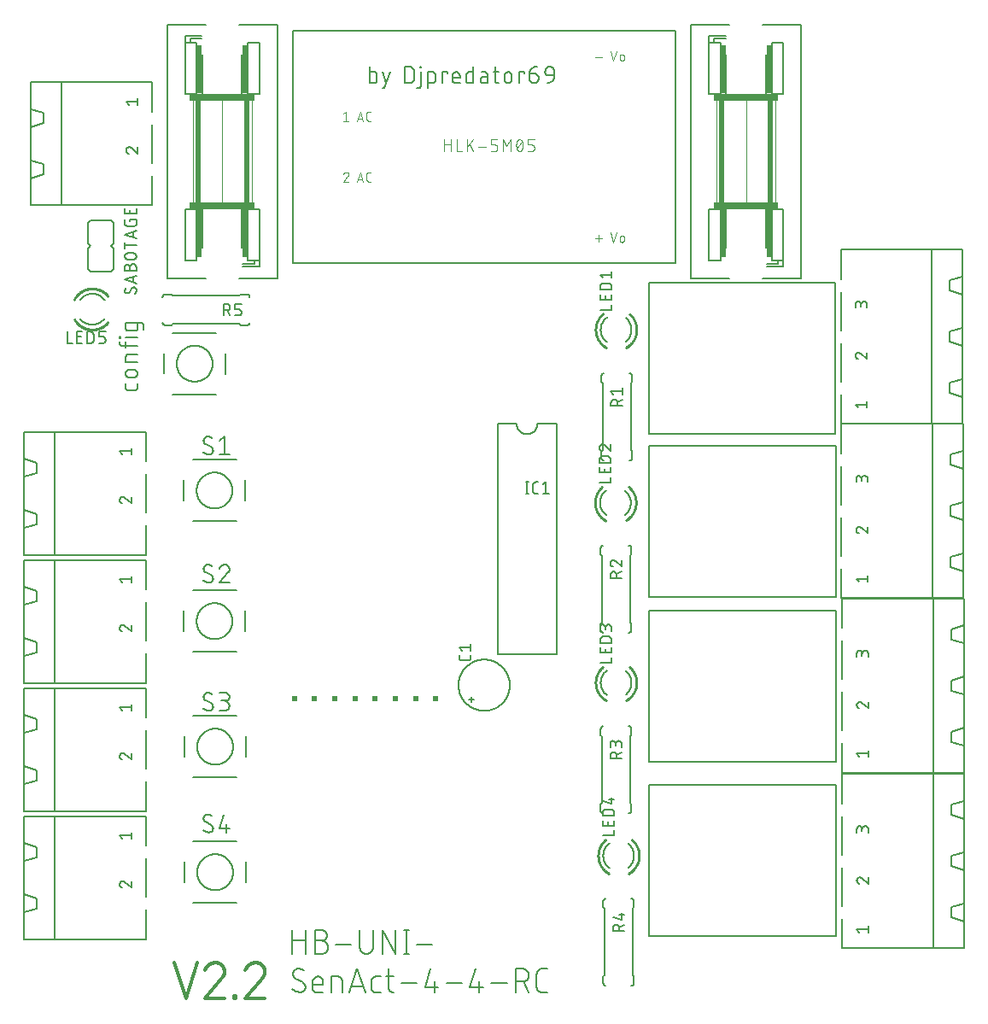
<source format=gbr>
G04 EAGLE Gerber RS-274X export*
G75*
%MOMM*%
%FSLAX34Y34*%
%LPD*%
%INSilkscreen Top*%
%IPPOS*%
%AMOC8*
5,1,8,0,0,1.08239X$1,22.5*%
G01*
%ADD10C,0.152400*%
%ADD11C,0.203200*%
%ADD12C,0.304800*%
%ADD13C,0.127000*%
%ADD14C,0.050800*%
%ADD15R,1.143000X0.635000*%
%ADD16R,4.064000X0.635000*%
%ADD17R,0.508000X10.160000*%
%ADD18R,0.127000X3.937000*%
%ADD19R,0.508000X4.826000*%
%ADD20C,0.254000*%
%ADD21R,0.508000X0.508000*%
%ADD22C,0.101600*%
%ADD23C,0.076200*%


D10*
X305562Y944118D02*
X305562Y927862D01*
X310078Y927862D01*
X310182Y927864D01*
X310285Y927870D01*
X310389Y927880D01*
X310492Y927894D01*
X310594Y927912D01*
X310695Y927933D01*
X310796Y927959D01*
X310895Y927988D01*
X310994Y928021D01*
X311091Y928058D01*
X311186Y928099D01*
X311280Y928143D01*
X311372Y928191D01*
X311462Y928242D01*
X311551Y928297D01*
X311637Y928355D01*
X311720Y928417D01*
X311802Y928481D01*
X311880Y928549D01*
X311956Y928619D01*
X312030Y928692D01*
X312100Y928769D01*
X312168Y928847D01*
X312232Y928929D01*
X312294Y929012D01*
X312352Y929098D01*
X312407Y929187D01*
X312458Y929277D01*
X312506Y929369D01*
X312550Y929463D01*
X312591Y929558D01*
X312628Y929655D01*
X312661Y929754D01*
X312690Y929853D01*
X312716Y929954D01*
X312737Y930055D01*
X312755Y930157D01*
X312769Y930260D01*
X312779Y930364D01*
X312785Y930467D01*
X312787Y930571D01*
X312787Y935990D01*
X312785Y936091D01*
X312779Y936192D01*
X312770Y936293D01*
X312757Y936394D01*
X312740Y936494D01*
X312719Y936593D01*
X312695Y936691D01*
X312667Y936788D01*
X312635Y936885D01*
X312600Y936980D01*
X312561Y937073D01*
X312519Y937165D01*
X312473Y937256D01*
X312424Y937345D01*
X312372Y937431D01*
X312316Y937516D01*
X312258Y937599D01*
X312196Y937679D01*
X312131Y937757D01*
X312064Y937833D01*
X311994Y937906D01*
X311921Y937976D01*
X311845Y938043D01*
X311767Y938108D01*
X311687Y938170D01*
X311604Y938228D01*
X311519Y938284D01*
X311433Y938336D01*
X311344Y938385D01*
X311253Y938431D01*
X311161Y938473D01*
X311068Y938512D01*
X310973Y938547D01*
X310876Y938579D01*
X310779Y938607D01*
X310681Y938631D01*
X310582Y938652D01*
X310482Y938669D01*
X310381Y938682D01*
X310280Y938691D01*
X310179Y938697D01*
X310078Y938699D01*
X305562Y938699D01*
X318515Y922443D02*
X320321Y922443D01*
X325740Y938699D01*
X318515Y938699D02*
X322127Y927862D01*
X340537Y927862D02*
X340537Y944118D01*
X345053Y944118D01*
X345184Y944116D01*
X345316Y944110D01*
X345447Y944101D01*
X345577Y944087D01*
X345708Y944070D01*
X345837Y944049D01*
X345966Y944025D01*
X346094Y943996D01*
X346222Y943964D01*
X346348Y943928D01*
X346473Y943889D01*
X346598Y943846D01*
X346720Y943799D01*
X346842Y943749D01*
X346962Y943695D01*
X347080Y943638D01*
X347196Y943577D01*
X347311Y943513D01*
X347424Y943446D01*
X347535Y943375D01*
X347643Y943301D01*
X347750Y943224D01*
X347854Y943144D01*
X347956Y943061D01*
X348055Y942976D01*
X348152Y942887D01*
X348246Y942795D01*
X348338Y942701D01*
X348427Y942604D01*
X348512Y942505D01*
X348595Y942403D01*
X348675Y942299D01*
X348752Y942192D01*
X348826Y942084D01*
X348897Y941973D01*
X348964Y941860D01*
X349028Y941745D01*
X349089Y941629D01*
X349146Y941511D01*
X349200Y941391D01*
X349250Y941269D01*
X349297Y941147D01*
X349340Y941022D01*
X349379Y940897D01*
X349415Y940771D01*
X349447Y940643D01*
X349476Y940515D01*
X349500Y940386D01*
X349521Y940257D01*
X349538Y940126D01*
X349552Y939996D01*
X349561Y939865D01*
X349567Y939733D01*
X349569Y939602D01*
X349568Y939602D02*
X349568Y932378D01*
X349569Y932378D02*
X349567Y932247D01*
X349561Y932115D01*
X349552Y931984D01*
X349538Y931854D01*
X349521Y931723D01*
X349500Y931594D01*
X349476Y931465D01*
X349447Y931337D01*
X349415Y931209D01*
X349379Y931083D01*
X349340Y930958D01*
X349297Y930833D01*
X349250Y930711D01*
X349200Y930589D01*
X349146Y930469D01*
X349089Y930351D01*
X349028Y930235D01*
X348964Y930120D01*
X348897Y930007D01*
X348826Y929896D01*
X348752Y929788D01*
X348675Y929681D01*
X348595Y929577D01*
X348512Y929475D01*
X348427Y929376D01*
X348338Y929279D01*
X348246Y929185D01*
X348152Y929093D01*
X348055Y929004D01*
X347956Y928919D01*
X347854Y928836D01*
X347750Y928756D01*
X347643Y928679D01*
X347535Y928605D01*
X347424Y928534D01*
X347311Y928467D01*
X347196Y928403D01*
X347080Y928342D01*
X346962Y928285D01*
X346842Y928231D01*
X346720Y928181D01*
X346598Y928134D01*
X346473Y928091D01*
X346348Y928052D01*
X346222Y928016D01*
X346094Y927984D01*
X345966Y927955D01*
X345837Y927931D01*
X345707Y927910D01*
X345577Y927893D01*
X345447Y927879D01*
X345316Y927870D01*
X345184Y927864D01*
X345053Y927862D01*
X340537Y927862D01*
X356273Y925153D02*
X356273Y938699D01*
X356272Y925153D02*
X356270Y925049D01*
X356264Y924946D01*
X356254Y924842D01*
X356240Y924739D01*
X356222Y924637D01*
X356201Y924536D01*
X356175Y924435D01*
X356146Y924336D01*
X356113Y924237D01*
X356076Y924140D01*
X356035Y924045D01*
X355991Y923951D01*
X355943Y923859D01*
X355892Y923769D01*
X355837Y923680D01*
X355779Y923594D01*
X355717Y923511D01*
X355653Y923429D01*
X355585Y923351D01*
X355515Y923275D01*
X355442Y923201D01*
X355365Y923131D01*
X355287Y923063D01*
X355205Y922999D01*
X355122Y922937D01*
X355036Y922879D01*
X354947Y922824D01*
X354857Y922773D01*
X354765Y922725D01*
X354671Y922681D01*
X354576Y922640D01*
X354479Y922603D01*
X354380Y922570D01*
X354281Y922541D01*
X354180Y922515D01*
X354079Y922494D01*
X353977Y922476D01*
X353874Y922462D01*
X353770Y922452D01*
X353667Y922446D01*
X353563Y922444D01*
X353563Y922443D02*
X352660Y922443D01*
X355821Y943215D02*
X355821Y944118D01*
X356724Y944118D01*
X356724Y943215D01*
X355821Y943215D01*
X363398Y938699D02*
X363398Y922443D01*
X363398Y938699D02*
X367913Y938699D01*
X368017Y938697D01*
X368120Y938691D01*
X368224Y938681D01*
X368327Y938667D01*
X368429Y938649D01*
X368530Y938628D01*
X368631Y938602D01*
X368730Y938573D01*
X368829Y938540D01*
X368926Y938503D01*
X369021Y938462D01*
X369115Y938418D01*
X369207Y938370D01*
X369297Y938319D01*
X369386Y938264D01*
X369472Y938206D01*
X369555Y938144D01*
X369637Y938080D01*
X369715Y938012D01*
X369791Y937942D01*
X369865Y937869D01*
X369935Y937792D01*
X370003Y937714D01*
X370067Y937632D01*
X370129Y937549D01*
X370187Y937463D01*
X370242Y937374D01*
X370293Y937284D01*
X370341Y937192D01*
X370385Y937098D01*
X370426Y937003D01*
X370463Y936906D01*
X370496Y936807D01*
X370525Y936708D01*
X370551Y936607D01*
X370572Y936506D01*
X370590Y936404D01*
X370604Y936301D01*
X370614Y936197D01*
X370620Y936094D01*
X370622Y935990D01*
X370622Y930571D01*
X370620Y930470D01*
X370614Y930369D01*
X370605Y930268D01*
X370592Y930167D01*
X370575Y930067D01*
X370554Y929968D01*
X370530Y929870D01*
X370502Y929773D01*
X370470Y929676D01*
X370435Y929581D01*
X370396Y929488D01*
X370354Y929396D01*
X370308Y929305D01*
X370259Y929217D01*
X370207Y929130D01*
X370151Y929045D01*
X370093Y928962D01*
X370031Y928882D01*
X369966Y928804D01*
X369899Y928728D01*
X369829Y928655D01*
X369756Y928585D01*
X369680Y928518D01*
X369602Y928453D01*
X369522Y928391D01*
X369439Y928333D01*
X369354Y928277D01*
X369268Y928225D01*
X369179Y928176D01*
X369088Y928130D01*
X368996Y928088D01*
X368903Y928049D01*
X368808Y928014D01*
X368711Y927982D01*
X368614Y927954D01*
X368516Y927930D01*
X368417Y927909D01*
X368317Y927892D01*
X368216Y927879D01*
X368115Y927870D01*
X368014Y927864D01*
X367913Y927862D01*
X363398Y927862D01*
X377477Y927862D02*
X377477Y938699D01*
X382896Y938699D01*
X382896Y936893D01*
X390522Y927862D02*
X395038Y927862D01*
X390522Y927862D02*
X390421Y927864D01*
X390320Y927870D01*
X390219Y927879D01*
X390118Y927892D01*
X390018Y927909D01*
X389919Y927930D01*
X389821Y927954D01*
X389724Y927982D01*
X389627Y928014D01*
X389532Y928049D01*
X389439Y928088D01*
X389347Y928130D01*
X389256Y928176D01*
X389168Y928225D01*
X389081Y928277D01*
X388996Y928333D01*
X388913Y928391D01*
X388833Y928453D01*
X388755Y928518D01*
X388679Y928585D01*
X388606Y928655D01*
X388536Y928728D01*
X388469Y928804D01*
X388404Y928882D01*
X388342Y928962D01*
X388284Y929045D01*
X388228Y929130D01*
X388176Y929217D01*
X388127Y929305D01*
X388081Y929396D01*
X388039Y929488D01*
X388000Y929581D01*
X387965Y929676D01*
X387933Y929773D01*
X387905Y929870D01*
X387881Y929968D01*
X387860Y930067D01*
X387843Y930167D01*
X387830Y930268D01*
X387821Y930369D01*
X387815Y930470D01*
X387813Y930571D01*
X387813Y935087D01*
X387814Y935087D02*
X387816Y935206D01*
X387822Y935326D01*
X387832Y935445D01*
X387846Y935563D01*
X387863Y935682D01*
X387885Y935799D01*
X387910Y935916D01*
X387940Y936031D01*
X387973Y936146D01*
X388010Y936260D01*
X388050Y936372D01*
X388095Y936483D01*
X388143Y936592D01*
X388194Y936700D01*
X388249Y936806D01*
X388308Y936910D01*
X388370Y937012D01*
X388435Y937112D01*
X388504Y937210D01*
X388576Y937306D01*
X388651Y937399D01*
X388728Y937489D01*
X388809Y937577D01*
X388893Y937662D01*
X388980Y937744D01*
X389069Y937824D01*
X389161Y937900D01*
X389255Y937974D01*
X389352Y938044D01*
X389450Y938111D01*
X389551Y938175D01*
X389655Y938235D01*
X389760Y938292D01*
X389867Y938345D01*
X389975Y938395D01*
X390085Y938441D01*
X390197Y938483D01*
X390310Y938522D01*
X390424Y938557D01*
X390539Y938588D01*
X390656Y938616D01*
X390773Y938639D01*
X390890Y938659D01*
X391009Y938675D01*
X391128Y938687D01*
X391247Y938695D01*
X391366Y938699D01*
X391486Y938699D01*
X391605Y938695D01*
X391724Y938687D01*
X391843Y938675D01*
X391962Y938659D01*
X392079Y938639D01*
X392196Y938616D01*
X392313Y938588D01*
X392428Y938557D01*
X392542Y938522D01*
X392655Y938483D01*
X392767Y938441D01*
X392877Y938395D01*
X392985Y938345D01*
X393092Y938292D01*
X393197Y938235D01*
X393301Y938175D01*
X393402Y938111D01*
X393500Y938044D01*
X393597Y937974D01*
X393691Y937900D01*
X393783Y937824D01*
X393872Y937744D01*
X393959Y937662D01*
X394043Y937577D01*
X394124Y937489D01*
X394201Y937399D01*
X394276Y937306D01*
X394348Y937210D01*
X394417Y937112D01*
X394482Y937012D01*
X394544Y936910D01*
X394603Y936806D01*
X394658Y936700D01*
X394709Y936592D01*
X394757Y936483D01*
X394802Y936372D01*
X394842Y936260D01*
X394879Y936146D01*
X394912Y936031D01*
X394942Y935916D01*
X394967Y935799D01*
X394989Y935682D01*
X395006Y935563D01*
X395020Y935445D01*
X395030Y935326D01*
X395036Y935206D01*
X395038Y935087D01*
X395038Y933281D01*
X387813Y933281D01*
X408512Y927862D02*
X408512Y944118D01*
X408512Y927862D02*
X403996Y927862D01*
X403895Y927864D01*
X403794Y927870D01*
X403693Y927879D01*
X403592Y927892D01*
X403492Y927909D01*
X403393Y927930D01*
X403295Y927954D01*
X403198Y927982D01*
X403101Y928014D01*
X403006Y928049D01*
X402913Y928088D01*
X402821Y928130D01*
X402730Y928176D01*
X402642Y928225D01*
X402555Y928277D01*
X402470Y928333D01*
X402387Y928391D01*
X402307Y928453D01*
X402229Y928518D01*
X402153Y928585D01*
X402080Y928655D01*
X402010Y928728D01*
X401943Y928804D01*
X401878Y928882D01*
X401816Y928962D01*
X401758Y929045D01*
X401702Y929130D01*
X401650Y929217D01*
X401601Y929305D01*
X401555Y929396D01*
X401513Y929488D01*
X401474Y929581D01*
X401439Y929676D01*
X401407Y929773D01*
X401379Y929870D01*
X401355Y929968D01*
X401334Y930067D01*
X401317Y930167D01*
X401304Y930268D01*
X401295Y930369D01*
X401289Y930470D01*
X401287Y930571D01*
X401287Y935990D01*
X401289Y936091D01*
X401295Y936192D01*
X401304Y936293D01*
X401317Y936394D01*
X401334Y936494D01*
X401355Y936593D01*
X401379Y936691D01*
X401407Y936788D01*
X401439Y936885D01*
X401474Y936980D01*
X401513Y937073D01*
X401555Y937165D01*
X401601Y937256D01*
X401650Y937345D01*
X401702Y937431D01*
X401758Y937516D01*
X401816Y937599D01*
X401878Y937679D01*
X401943Y937757D01*
X402010Y937833D01*
X402080Y937906D01*
X402153Y937976D01*
X402229Y938043D01*
X402307Y938108D01*
X402387Y938170D01*
X402470Y938228D01*
X402555Y938284D01*
X402642Y938336D01*
X402730Y938385D01*
X402821Y938431D01*
X402913Y938473D01*
X403006Y938512D01*
X403101Y938547D01*
X403198Y938579D01*
X403295Y938607D01*
X403393Y938631D01*
X403492Y938652D01*
X403592Y938669D01*
X403693Y938682D01*
X403794Y938691D01*
X403895Y938697D01*
X403996Y938699D01*
X408512Y938699D01*
X418516Y934184D02*
X422580Y934184D01*
X418516Y934184D02*
X418404Y934182D01*
X418293Y934176D01*
X418182Y934166D01*
X418071Y934153D01*
X417961Y934135D01*
X417852Y934113D01*
X417743Y934088D01*
X417635Y934059D01*
X417529Y934026D01*
X417423Y933989D01*
X417319Y933949D01*
X417217Y933905D01*
X417116Y933857D01*
X417017Y933806D01*
X416919Y933751D01*
X416824Y933693D01*
X416731Y933632D01*
X416640Y933567D01*
X416551Y933499D01*
X416465Y933428D01*
X416382Y933355D01*
X416301Y933278D01*
X416222Y933198D01*
X416147Y933116D01*
X416075Y933031D01*
X416005Y932944D01*
X415939Y932854D01*
X415876Y932762D01*
X415816Y932667D01*
X415760Y932571D01*
X415707Y932473D01*
X415658Y932373D01*
X415612Y932271D01*
X415570Y932168D01*
X415531Y932063D01*
X415496Y931957D01*
X415465Y931850D01*
X415438Y931742D01*
X415414Y931633D01*
X415395Y931523D01*
X415379Y931413D01*
X415367Y931302D01*
X415359Y931190D01*
X415355Y931079D01*
X415355Y930967D01*
X415359Y930856D01*
X415367Y930744D01*
X415379Y930633D01*
X415395Y930523D01*
X415414Y930413D01*
X415438Y930304D01*
X415465Y930196D01*
X415496Y930089D01*
X415531Y929983D01*
X415570Y929878D01*
X415612Y929775D01*
X415658Y929673D01*
X415707Y929573D01*
X415760Y929475D01*
X415816Y929379D01*
X415876Y929284D01*
X415939Y929192D01*
X416005Y929102D01*
X416075Y929015D01*
X416147Y928930D01*
X416222Y928848D01*
X416301Y928768D01*
X416382Y928691D01*
X416465Y928618D01*
X416551Y928547D01*
X416640Y928479D01*
X416731Y928414D01*
X416824Y928353D01*
X416919Y928295D01*
X417017Y928240D01*
X417116Y928189D01*
X417217Y928141D01*
X417319Y928097D01*
X417423Y928057D01*
X417529Y928020D01*
X417635Y927987D01*
X417743Y927958D01*
X417852Y927933D01*
X417961Y927911D01*
X418071Y927893D01*
X418182Y927880D01*
X418293Y927870D01*
X418404Y927864D01*
X418516Y927862D01*
X422580Y927862D01*
X422580Y935990D01*
X422578Y936091D01*
X422572Y936192D01*
X422563Y936293D01*
X422550Y936394D01*
X422533Y936494D01*
X422512Y936593D01*
X422488Y936691D01*
X422460Y936788D01*
X422428Y936885D01*
X422393Y936980D01*
X422354Y937073D01*
X422312Y937165D01*
X422266Y937256D01*
X422217Y937345D01*
X422165Y937431D01*
X422109Y937516D01*
X422051Y937599D01*
X421989Y937679D01*
X421924Y937757D01*
X421857Y937833D01*
X421787Y937906D01*
X421714Y937976D01*
X421638Y938043D01*
X421560Y938108D01*
X421480Y938170D01*
X421397Y938228D01*
X421312Y938284D01*
X421226Y938336D01*
X421137Y938385D01*
X421046Y938431D01*
X420954Y938473D01*
X420861Y938512D01*
X420766Y938547D01*
X420669Y938579D01*
X420572Y938607D01*
X420474Y938631D01*
X420375Y938652D01*
X420275Y938669D01*
X420174Y938682D01*
X420073Y938691D01*
X419972Y938697D01*
X419871Y938699D01*
X416258Y938699D01*
X428199Y938699D02*
X433618Y938699D01*
X430005Y944118D02*
X430005Y930571D01*
X430006Y930571D02*
X430008Y930470D01*
X430014Y930369D01*
X430023Y930268D01*
X430036Y930167D01*
X430053Y930067D01*
X430074Y929968D01*
X430098Y929870D01*
X430126Y929773D01*
X430158Y929676D01*
X430193Y929581D01*
X430232Y929488D01*
X430274Y929396D01*
X430320Y929305D01*
X430369Y929217D01*
X430421Y929130D01*
X430477Y929045D01*
X430535Y928962D01*
X430597Y928882D01*
X430662Y928804D01*
X430729Y928728D01*
X430799Y928655D01*
X430872Y928585D01*
X430948Y928518D01*
X431026Y928453D01*
X431106Y928391D01*
X431189Y928333D01*
X431274Y928277D01*
X431361Y928225D01*
X431449Y928176D01*
X431540Y928130D01*
X431632Y928088D01*
X431725Y928049D01*
X431820Y928014D01*
X431917Y927982D01*
X432014Y927954D01*
X432112Y927930D01*
X432211Y927909D01*
X432311Y927892D01*
X432412Y927879D01*
X432513Y927870D01*
X432614Y927864D01*
X432715Y927862D01*
X433618Y927862D01*
X439396Y931474D02*
X439396Y935087D01*
X439397Y935087D02*
X439399Y935206D01*
X439405Y935326D01*
X439415Y935445D01*
X439429Y935563D01*
X439446Y935682D01*
X439468Y935799D01*
X439493Y935916D01*
X439523Y936031D01*
X439556Y936146D01*
X439593Y936260D01*
X439633Y936372D01*
X439678Y936483D01*
X439726Y936592D01*
X439777Y936700D01*
X439832Y936806D01*
X439891Y936910D01*
X439953Y937012D01*
X440018Y937112D01*
X440087Y937210D01*
X440159Y937306D01*
X440234Y937399D01*
X440311Y937489D01*
X440392Y937577D01*
X440476Y937662D01*
X440563Y937744D01*
X440652Y937824D01*
X440744Y937900D01*
X440838Y937974D01*
X440935Y938044D01*
X441033Y938111D01*
X441134Y938175D01*
X441238Y938235D01*
X441343Y938292D01*
X441450Y938345D01*
X441558Y938395D01*
X441668Y938441D01*
X441780Y938483D01*
X441893Y938522D01*
X442007Y938557D01*
X442122Y938588D01*
X442239Y938616D01*
X442356Y938639D01*
X442473Y938659D01*
X442592Y938675D01*
X442711Y938687D01*
X442830Y938695D01*
X442949Y938699D01*
X443069Y938699D01*
X443188Y938695D01*
X443307Y938687D01*
X443426Y938675D01*
X443545Y938659D01*
X443662Y938639D01*
X443779Y938616D01*
X443896Y938588D01*
X444011Y938557D01*
X444125Y938522D01*
X444238Y938483D01*
X444350Y938441D01*
X444460Y938395D01*
X444568Y938345D01*
X444675Y938292D01*
X444780Y938235D01*
X444884Y938175D01*
X444985Y938111D01*
X445083Y938044D01*
X445180Y937974D01*
X445274Y937900D01*
X445366Y937824D01*
X445455Y937744D01*
X445542Y937662D01*
X445626Y937577D01*
X445707Y937489D01*
X445784Y937399D01*
X445859Y937306D01*
X445931Y937210D01*
X446000Y937112D01*
X446065Y937012D01*
X446127Y936910D01*
X446186Y936806D01*
X446241Y936700D01*
X446292Y936592D01*
X446340Y936483D01*
X446385Y936372D01*
X446425Y936260D01*
X446462Y936146D01*
X446495Y936031D01*
X446525Y935916D01*
X446550Y935799D01*
X446572Y935682D01*
X446589Y935563D01*
X446603Y935445D01*
X446613Y935326D01*
X446619Y935206D01*
X446621Y935087D01*
X446621Y931474D01*
X446619Y931355D01*
X446613Y931235D01*
X446603Y931116D01*
X446589Y930998D01*
X446572Y930879D01*
X446550Y930762D01*
X446525Y930645D01*
X446495Y930530D01*
X446462Y930415D01*
X446425Y930301D01*
X446385Y930189D01*
X446340Y930078D01*
X446292Y929969D01*
X446241Y929861D01*
X446186Y929755D01*
X446127Y929651D01*
X446065Y929549D01*
X446000Y929449D01*
X445931Y929351D01*
X445859Y929255D01*
X445784Y929162D01*
X445707Y929072D01*
X445626Y928984D01*
X445542Y928899D01*
X445455Y928817D01*
X445366Y928737D01*
X445274Y928661D01*
X445180Y928587D01*
X445083Y928517D01*
X444985Y928450D01*
X444884Y928386D01*
X444780Y928326D01*
X444675Y928269D01*
X444568Y928216D01*
X444460Y928166D01*
X444350Y928120D01*
X444238Y928078D01*
X444125Y928039D01*
X444011Y928004D01*
X443896Y927973D01*
X443779Y927945D01*
X443662Y927922D01*
X443545Y927902D01*
X443426Y927886D01*
X443307Y927874D01*
X443188Y927866D01*
X443069Y927862D01*
X442949Y927862D01*
X442830Y927866D01*
X442711Y927874D01*
X442592Y927886D01*
X442473Y927902D01*
X442356Y927922D01*
X442239Y927945D01*
X442122Y927973D01*
X442007Y928004D01*
X441893Y928039D01*
X441780Y928078D01*
X441668Y928120D01*
X441558Y928166D01*
X441450Y928216D01*
X441343Y928269D01*
X441238Y928326D01*
X441134Y928386D01*
X441033Y928450D01*
X440935Y928517D01*
X440838Y928587D01*
X440744Y928661D01*
X440652Y928737D01*
X440563Y928817D01*
X440476Y928899D01*
X440392Y928984D01*
X440311Y929072D01*
X440234Y929162D01*
X440159Y929255D01*
X440087Y929351D01*
X440018Y929449D01*
X439953Y929549D01*
X439891Y929651D01*
X439832Y929755D01*
X439777Y929861D01*
X439726Y929969D01*
X439678Y930078D01*
X439633Y930189D01*
X439593Y930301D01*
X439556Y930415D01*
X439523Y930530D01*
X439493Y930645D01*
X439468Y930762D01*
X439446Y930879D01*
X439429Y930998D01*
X439415Y931116D01*
X439405Y931235D01*
X439399Y931355D01*
X439397Y931474D01*
X453549Y927862D02*
X453549Y938699D01*
X458968Y938699D01*
X458968Y936893D01*
X464024Y936893D02*
X469443Y936893D01*
X469561Y936891D01*
X469679Y936885D01*
X469797Y936876D01*
X469914Y936862D01*
X470031Y936845D01*
X470148Y936824D01*
X470263Y936799D01*
X470378Y936770D01*
X470492Y936737D01*
X470604Y936701D01*
X470715Y936661D01*
X470825Y936618D01*
X470934Y936571D01*
X471041Y936521D01*
X471146Y936466D01*
X471249Y936409D01*
X471350Y936348D01*
X471450Y936284D01*
X471547Y936217D01*
X471642Y936147D01*
X471734Y936073D01*
X471825Y935997D01*
X471912Y935917D01*
X471997Y935835D01*
X472079Y935750D01*
X472159Y935663D01*
X472235Y935572D01*
X472309Y935480D01*
X472379Y935385D01*
X472446Y935288D01*
X472510Y935188D01*
X472571Y935087D01*
X472628Y934984D01*
X472683Y934879D01*
X472733Y934772D01*
X472780Y934663D01*
X472823Y934553D01*
X472863Y934442D01*
X472899Y934330D01*
X472932Y934216D01*
X472961Y934101D01*
X472986Y933986D01*
X473007Y933869D01*
X473024Y933752D01*
X473038Y933635D01*
X473047Y933517D01*
X473053Y933399D01*
X473055Y933281D01*
X473055Y932378D01*
X473056Y932378D02*
X473054Y932245D01*
X473048Y932113D01*
X473038Y931981D01*
X473025Y931849D01*
X473007Y931717D01*
X472986Y931587D01*
X472961Y931456D01*
X472932Y931327D01*
X472899Y931199D01*
X472863Y931071D01*
X472823Y930945D01*
X472779Y930820D01*
X472731Y930696D01*
X472680Y930574D01*
X472625Y930453D01*
X472567Y930334D01*
X472505Y930216D01*
X472440Y930101D01*
X472371Y929987D01*
X472300Y929876D01*
X472224Y929767D01*
X472146Y929660D01*
X472065Y929555D01*
X471980Y929453D01*
X471893Y929353D01*
X471803Y929256D01*
X471710Y929161D01*
X471614Y929070D01*
X471516Y928981D01*
X471415Y928895D01*
X471311Y928812D01*
X471205Y928732D01*
X471097Y928656D01*
X470987Y928582D01*
X470874Y928512D01*
X470760Y928445D01*
X470643Y928382D01*
X470525Y928322D01*
X470405Y928265D01*
X470283Y928212D01*
X470160Y928163D01*
X470036Y928117D01*
X469910Y928075D01*
X469783Y928037D01*
X469655Y928002D01*
X469526Y927971D01*
X469397Y927944D01*
X469266Y927921D01*
X469135Y927901D01*
X469003Y927886D01*
X468871Y927874D01*
X468739Y927866D01*
X468606Y927862D01*
X468474Y927862D01*
X468341Y927866D01*
X468209Y927874D01*
X468077Y927886D01*
X467945Y927901D01*
X467814Y927921D01*
X467683Y927944D01*
X467554Y927971D01*
X467425Y928002D01*
X467297Y928037D01*
X467170Y928075D01*
X467044Y928117D01*
X466920Y928163D01*
X466797Y928212D01*
X466675Y928265D01*
X466555Y928322D01*
X466437Y928382D01*
X466320Y928445D01*
X466206Y928512D01*
X466093Y928582D01*
X465983Y928656D01*
X465875Y928732D01*
X465769Y928812D01*
X465665Y928895D01*
X465564Y928981D01*
X465466Y929070D01*
X465370Y929161D01*
X465277Y929256D01*
X465187Y929353D01*
X465100Y929453D01*
X465015Y929555D01*
X464934Y929660D01*
X464856Y929767D01*
X464780Y929876D01*
X464709Y929987D01*
X464640Y930101D01*
X464575Y930216D01*
X464513Y930334D01*
X464455Y930453D01*
X464400Y930574D01*
X464349Y930696D01*
X464301Y930820D01*
X464257Y930945D01*
X464217Y931071D01*
X464181Y931199D01*
X464148Y931327D01*
X464119Y931456D01*
X464094Y931587D01*
X464073Y931717D01*
X464055Y931849D01*
X464042Y931981D01*
X464032Y932113D01*
X464026Y932245D01*
X464024Y932378D01*
X464024Y936893D01*
X464026Y937070D01*
X464033Y937248D01*
X464044Y937425D01*
X464059Y937601D01*
X464078Y937777D01*
X464102Y937953D01*
X464130Y938128D01*
X464163Y938303D01*
X464200Y938476D01*
X464241Y938649D01*
X464286Y938820D01*
X464335Y938990D01*
X464389Y939159D01*
X464446Y939327D01*
X464508Y939493D01*
X464574Y939658D01*
X464644Y939821D01*
X464718Y939982D01*
X464795Y940141D01*
X464877Y940299D01*
X464963Y940454D01*
X465052Y940607D01*
X465145Y940758D01*
X465242Y940907D01*
X465342Y941053D01*
X465446Y941197D01*
X465553Y941338D01*
X465664Y941476D01*
X465778Y941612D01*
X465896Y941745D01*
X466016Y941875D01*
X466140Y942002D01*
X466267Y942126D01*
X466397Y942246D01*
X466530Y942364D01*
X466665Y942478D01*
X466804Y942589D01*
X466945Y942696D01*
X467089Y942800D01*
X467235Y942900D01*
X467384Y942997D01*
X467535Y943090D01*
X467688Y943179D01*
X467843Y943265D01*
X468001Y943347D01*
X468160Y943424D01*
X468321Y943498D01*
X468484Y943568D01*
X468649Y943634D01*
X468815Y943696D01*
X468983Y943753D01*
X469152Y943807D01*
X469322Y943856D01*
X469493Y943901D01*
X469666Y943942D01*
X469839Y943979D01*
X470014Y944012D01*
X470189Y944040D01*
X470365Y944064D01*
X470541Y944083D01*
X470717Y944098D01*
X470894Y944109D01*
X471072Y944116D01*
X471249Y944118D01*
X483268Y935087D02*
X488686Y935087D01*
X483268Y935087D02*
X483150Y935089D01*
X483032Y935095D01*
X482914Y935104D01*
X482797Y935118D01*
X482680Y935135D01*
X482563Y935156D01*
X482448Y935181D01*
X482333Y935210D01*
X482219Y935243D01*
X482107Y935279D01*
X481996Y935319D01*
X481886Y935362D01*
X481777Y935409D01*
X481670Y935459D01*
X481565Y935514D01*
X481462Y935571D01*
X481361Y935632D01*
X481261Y935696D01*
X481164Y935763D01*
X481069Y935833D01*
X480977Y935907D01*
X480886Y935983D01*
X480799Y936063D01*
X480714Y936145D01*
X480632Y936230D01*
X480552Y936317D01*
X480476Y936408D01*
X480402Y936500D01*
X480332Y936595D01*
X480265Y936692D01*
X480201Y936792D01*
X480140Y936893D01*
X480083Y936996D01*
X480028Y937101D01*
X479978Y937208D01*
X479931Y937317D01*
X479888Y937427D01*
X479848Y937538D01*
X479812Y937650D01*
X479779Y937764D01*
X479750Y937879D01*
X479725Y937994D01*
X479704Y938111D01*
X479687Y938228D01*
X479673Y938345D01*
X479664Y938463D01*
X479658Y938581D01*
X479656Y938699D01*
X479655Y938699D02*
X479655Y939602D01*
X479657Y939735D01*
X479663Y939867D01*
X479673Y939999D01*
X479686Y940131D01*
X479704Y940263D01*
X479725Y940393D01*
X479750Y940524D01*
X479779Y940653D01*
X479812Y940781D01*
X479848Y940909D01*
X479888Y941035D01*
X479932Y941160D01*
X479980Y941284D01*
X480031Y941406D01*
X480086Y941527D01*
X480144Y941646D01*
X480206Y941764D01*
X480271Y941879D01*
X480340Y941993D01*
X480411Y942104D01*
X480487Y942213D01*
X480565Y942320D01*
X480646Y942425D01*
X480731Y942527D01*
X480818Y942627D01*
X480908Y942724D01*
X481001Y942819D01*
X481097Y942910D01*
X481195Y942999D01*
X481296Y943085D01*
X481400Y943168D01*
X481506Y943248D01*
X481614Y943324D01*
X481724Y943398D01*
X481837Y943468D01*
X481951Y943535D01*
X482068Y943598D01*
X482186Y943658D01*
X482306Y943715D01*
X482428Y943768D01*
X482551Y943817D01*
X482675Y943863D01*
X482801Y943905D01*
X482928Y943943D01*
X483056Y943978D01*
X483185Y944009D01*
X483314Y944036D01*
X483445Y944059D01*
X483576Y944079D01*
X483708Y944094D01*
X483840Y944106D01*
X483972Y944114D01*
X484105Y944118D01*
X484237Y944118D01*
X484370Y944114D01*
X484502Y944106D01*
X484634Y944094D01*
X484766Y944079D01*
X484897Y944059D01*
X485028Y944036D01*
X485157Y944009D01*
X485286Y943978D01*
X485414Y943943D01*
X485541Y943905D01*
X485667Y943863D01*
X485791Y943817D01*
X485914Y943768D01*
X486036Y943715D01*
X486156Y943658D01*
X486274Y943598D01*
X486391Y943535D01*
X486505Y943468D01*
X486618Y943398D01*
X486728Y943324D01*
X486836Y943248D01*
X486942Y943168D01*
X487046Y943085D01*
X487147Y942999D01*
X487245Y942910D01*
X487341Y942819D01*
X487434Y942724D01*
X487524Y942627D01*
X487611Y942527D01*
X487696Y942425D01*
X487777Y942320D01*
X487855Y942213D01*
X487931Y942104D01*
X488002Y941993D01*
X488071Y941879D01*
X488136Y941764D01*
X488198Y941646D01*
X488256Y941527D01*
X488311Y941406D01*
X488362Y941284D01*
X488410Y941160D01*
X488454Y941035D01*
X488494Y940909D01*
X488530Y940781D01*
X488563Y940653D01*
X488592Y940524D01*
X488617Y940393D01*
X488638Y940263D01*
X488656Y940131D01*
X488669Y939999D01*
X488679Y939867D01*
X488685Y939735D01*
X488687Y939602D01*
X488686Y939602D02*
X488686Y935087D01*
X488684Y934912D01*
X488678Y934738D01*
X488667Y934564D01*
X488652Y934390D01*
X488633Y934216D01*
X488610Y934043D01*
X488583Y933871D01*
X488551Y933699D01*
X488516Y933528D01*
X488476Y933358D01*
X488432Y933189D01*
X488384Y933021D01*
X488332Y932854D01*
X488276Y932689D01*
X488216Y932525D01*
X488153Y932362D01*
X488085Y932202D01*
X488013Y932042D01*
X487938Y931885D01*
X487858Y931729D01*
X487775Y931576D01*
X487689Y931424D01*
X487598Y931275D01*
X487504Y931128D01*
X487407Y930983D01*
X487306Y930840D01*
X487202Y930700D01*
X487094Y930563D01*
X486983Y930428D01*
X486869Y930296D01*
X486752Y930167D01*
X486631Y930040D01*
X486508Y929917D01*
X486381Y929796D01*
X486252Y929679D01*
X486120Y929565D01*
X485985Y929454D01*
X485848Y929346D01*
X485708Y929242D01*
X485565Y929141D01*
X485420Y929044D01*
X485273Y928950D01*
X485124Y928859D01*
X484972Y928773D01*
X484819Y928690D01*
X484663Y928610D01*
X484506Y928535D01*
X484346Y928463D01*
X484186Y928395D01*
X484023Y928332D01*
X483859Y928272D01*
X483694Y928216D01*
X483527Y928164D01*
X483359Y928116D01*
X483190Y928072D01*
X483020Y928032D01*
X482849Y927997D01*
X482677Y927965D01*
X482505Y927938D01*
X482332Y927915D01*
X482158Y927896D01*
X481984Y927881D01*
X481810Y927870D01*
X481636Y927864D01*
X481461Y927862D01*
D11*
X229028Y87884D02*
X229028Y64516D01*
X229028Y77498D02*
X242011Y77498D01*
X242011Y87884D02*
X242011Y64516D01*
X251447Y77498D02*
X257938Y77498D01*
X258097Y77496D01*
X258256Y77490D01*
X258416Y77480D01*
X258574Y77467D01*
X258733Y77449D01*
X258890Y77428D01*
X259048Y77402D01*
X259204Y77373D01*
X259360Y77340D01*
X259515Y77303D01*
X259669Y77263D01*
X259822Y77218D01*
X259974Y77170D01*
X260125Y77119D01*
X260274Y77063D01*
X260422Y77004D01*
X260568Y76941D01*
X260713Y76875D01*
X260856Y76805D01*
X260998Y76732D01*
X261137Y76655D01*
X261275Y76575D01*
X261411Y76491D01*
X261544Y76404D01*
X261676Y76314D01*
X261805Y76221D01*
X261931Y76124D01*
X262056Y76025D01*
X262178Y75922D01*
X262297Y75817D01*
X262414Y75708D01*
X262528Y75597D01*
X262639Y75483D01*
X262748Y75366D01*
X262853Y75247D01*
X262956Y75125D01*
X263055Y75000D01*
X263152Y74874D01*
X263245Y74745D01*
X263335Y74613D01*
X263422Y74480D01*
X263506Y74344D01*
X263586Y74206D01*
X263663Y74067D01*
X263736Y73925D01*
X263806Y73782D01*
X263872Y73637D01*
X263935Y73491D01*
X263994Y73343D01*
X264050Y73194D01*
X264101Y73043D01*
X264149Y72891D01*
X264194Y72738D01*
X264234Y72584D01*
X264271Y72429D01*
X264304Y72273D01*
X264333Y72117D01*
X264359Y71959D01*
X264380Y71802D01*
X264398Y71643D01*
X264411Y71485D01*
X264421Y71325D01*
X264427Y71166D01*
X264429Y71007D01*
X264427Y70848D01*
X264421Y70689D01*
X264411Y70529D01*
X264398Y70371D01*
X264380Y70212D01*
X264359Y70055D01*
X264333Y69897D01*
X264304Y69741D01*
X264271Y69585D01*
X264234Y69430D01*
X264194Y69276D01*
X264149Y69123D01*
X264101Y68971D01*
X264050Y68820D01*
X263994Y68671D01*
X263935Y68523D01*
X263872Y68377D01*
X263806Y68232D01*
X263736Y68089D01*
X263663Y67947D01*
X263586Y67808D01*
X263506Y67670D01*
X263422Y67534D01*
X263335Y67401D01*
X263245Y67269D01*
X263152Y67140D01*
X263055Y67014D01*
X262956Y66889D01*
X262853Y66767D01*
X262748Y66648D01*
X262639Y66531D01*
X262528Y66417D01*
X262414Y66306D01*
X262297Y66197D01*
X262178Y66092D01*
X262056Y65989D01*
X261931Y65890D01*
X261805Y65793D01*
X261676Y65700D01*
X261544Y65610D01*
X261411Y65523D01*
X261275Y65439D01*
X261137Y65359D01*
X260998Y65282D01*
X260856Y65209D01*
X260713Y65139D01*
X260568Y65073D01*
X260422Y65010D01*
X260274Y64951D01*
X260125Y64895D01*
X259974Y64844D01*
X259822Y64796D01*
X259669Y64751D01*
X259515Y64711D01*
X259360Y64674D01*
X259204Y64641D01*
X259048Y64612D01*
X258890Y64586D01*
X258733Y64565D01*
X258574Y64547D01*
X258416Y64534D01*
X258256Y64524D01*
X258097Y64518D01*
X257938Y64516D01*
X251447Y64516D01*
X251447Y87884D01*
X257938Y87884D01*
X258081Y87882D01*
X258224Y87876D01*
X258367Y87866D01*
X258509Y87852D01*
X258651Y87835D01*
X258793Y87813D01*
X258934Y87788D01*
X259074Y87758D01*
X259213Y87725D01*
X259351Y87688D01*
X259488Y87647D01*
X259624Y87603D01*
X259759Y87554D01*
X259892Y87502D01*
X260024Y87447D01*
X260154Y87387D01*
X260283Y87324D01*
X260410Y87258D01*
X260535Y87188D01*
X260657Y87115D01*
X260778Y87038D01*
X260897Y86958D01*
X261013Y86875D01*
X261128Y86789D01*
X261239Y86700D01*
X261349Y86607D01*
X261455Y86512D01*
X261559Y86413D01*
X261660Y86312D01*
X261759Y86208D01*
X261854Y86102D01*
X261947Y85992D01*
X262036Y85881D01*
X262122Y85766D01*
X262205Y85650D01*
X262285Y85531D01*
X262362Y85410D01*
X262435Y85287D01*
X262505Y85163D01*
X262571Y85036D01*
X262634Y84907D01*
X262694Y84777D01*
X262749Y84645D01*
X262801Y84512D01*
X262850Y84377D01*
X262894Y84241D01*
X262935Y84104D01*
X262972Y83966D01*
X263005Y83827D01*
X263035Y83687D01*
X263060Y83546D01*
X263082Y83404D01*
X263099Y83262D01*
X263113Y83120D01*
X263123Y82977D01*
X263129Y82834D01*
X263131Y82691D01*
X263129Y82548D01*
X263123Y82405D01*
X263113Y82262D01*
X263099Y82120D01*
X263082Y81978D01*
X263060Y81836D01*
X263035Y81695D01*
X263005Y81555D01*
X262972Y81416D01*
X262935Y81278D01*
X262894Y81141D01*
X262850Y81005D01*
X262801Y80870D01*
X262749Y80737D01*
X262694Y80605D01*
X262634Y80475D01*
X262571Y80346D01*
X262505Y80219D01*
X262435Y80094D01*
X262362Y79972D01*
X262285Y79851D01*
X262205Y79732D01*
X262122Y79616D01*
X262036Y79501D01*
X261947Y79390D01*
X261854Y79280D01*
X261759Y79174D01*
X261660Y79070D01*
X261559Y78969D01*
X261455Y78870D01*
X261349Y78775D01*
X261239Y78682D01*
X261128Y78593D01*
X261013Y78507D01*
X260897Y78424D01*
X260778Y78344D01*
X260657Y78267D01*
X260534Y78194D01*
X260410Y78124D01*
X260283Y78058D01*
X260154Y77995D01*
X260024Y77935D01*
X259892Y77880D01*
X259759Y77828D01*
X259624Y77779D01*
X259488Y77735D01*
X259351Y77694D01*
X259213Y77657D01*
X259074Y77624D01*
X258934Y77594D01*
X258793Y77569D01*
X258651Y77547D01*
X258509Y77530D01*
X258367Y77516D01*
X258224Y77506D01*
X258081Y77500D01*
X257938Y77498D01*
X271575Y73604D02*
X287154Y73604D01*
X295840Y71007D02*
X295840Y87884D01*
X295840Y71007D02*
X295842Y70848D01*
X295848Y70689D01*
X295858Y70529D01*
X295871Y70371D01*
X295889Y70212D01*
X295910Y70055D01*
X295936Y69897D01*
X295965Y69741D01*
X295998Y69585D01*
X296035Y69430D01*
X296075Y69276D01*
X296120Y69123D01*
X296168Y68971D01*
X296219Y68820D01*
X296275Y68671D01*
X296334Y68523D01*
X296397Y68377D01*
X296463Y68232D01*
X296533Y68089D01*
X296606Y67947D01*
X296683Y67808D01*
X296763Y67670D01*
X296847Y67534D01*
X296934Y67401D01*
X297024Y67269D01*
X297117Y67140D01*
X297214Y67014D01*
X297313Y66889D01*
X297416Y66767D01*
X297521Y66648D01*
X297630Y66531D01*
X297741Y66417D01*
X297855Y66306D01*
X297972Y66197D01*
X298091Y66092D01*
X298213Y65989D01*
X298338Y65890D01*
X298464Y65793D01*
X298593Y65700D01*
X298725Y65610D01*
X298858Y65523D01*
X298994Y65439D01*
X299132Y65359D01*
X299271Y65282D01*
X299413Y65209D01*
X299556Y65139D01*
X299701Y65073D01*
X299847Y65010D01*
X299995Y64951D01*
X300144Y64895D01*
X300295Y64844D01*
X300447Y64796D01*
X300600Y64751D01*
X300754Y64711D01*
X300909Y64674D01*
X301065Y64641D01*
X301221Y64612D01*
X301379Y64586D01*
X301536Y64565D01*
X301695Y64547D01*
X301853Y64534D01*
X302013Y64524D01*
X302172Y64518D01*
X302331Y64516D01*
X302490Y64518D01*
X302649Y64524D01*
X302809Y64534D01*
X302967Y64547D01*
X303126Y64565D01*
X303283Y64586D01*
X303441Y64612D01*
X303597Y64641D01*
X303753Y64674D01*
X303908Y64711D01*
X304062Y64751D01*
X304215Y64796D01*
X304367Y64844D01*
X304518Y64895D01*
X304667Y64951D01*
X304815Y65010D01*
X304961Y65073D01*
X305106Y65139D01*
X305249Y65209D01*
X305391Y65282D01*
X305530Y65359D01*
X305668Y65439D01*
X305804Y65523D01*
X305937Y65610D01*
X306069Y65700D01*
X306198Y65793D01*
X306324Y65890D01*
X306449Y65989D01*
X306571Y66092D01*
X306690Y66197D01*
X306807Y66306D01*
X306921Y66417D01*
X307032Y66531D01*
X307141Y66648D01*
X307246Y66767D01*
X307349Y66889D01*
X307448Y67014D01*
X307545Y67140D01*
X307638Y67269D01*
X307728Y67401D01*
X307815Y67534D01*
X307899Y67670D01*
X307979Y67808D01*
X308056Y67947D01*
X308129Y68089D01*
X308199Y68232D01*
X308265Y68377D01*
X308328Y68523D01*
X308387Y68671D01*
X308443Y68820D01*
X308494Y68971D01*
X308542Y69123D01*
X308587Y69276D01*
X308627Y69430D01*
X308664Y69585D01*
X308697Y69741D01*
X308726Y69897D01*
X308752Y70055D01*
X308773Y70212D01*
X308791Y70371D01*
X308804Y70529D01*
X308814Y70689D01*
X308820Y70848D01*
X308822Y71007D01*
X308823Y71007D02*
X308823Y87884D01*
X318111Y87884D02*
X318111Y64516D01*
X331093Y64516D02*
X318111Y87884D01*
X331093Y87884D02*
X331093Y64516D01*
X342001Y64516D02*
X342001Y87884D01*
X339405Y64516D02*
X344597Y64516D01*
X344597Y87884D02*
X339405Y87884D01*
X352307Y73604D02*
X367885Y73604D01*
X242011Y31609D02*
X242009Y31466D01*
X242003Y31323D01*
X241993Y31180D01*
X241979Y31038D01*
X241962Y30896D01*
X241940Y30754D01*
X241915Y30613D01*
X241885Y30473D01*
X241852Y30334D01*
X241815Y30196D01*
X241774Y30059D01*
X241730Y29923D01*
X241681Y29788D01*
X241629Y29655D01*
X241574Y29523D01*
X241514Y29393D01*
X241451Y29264D01*
X241385Y29137D01*
X241315Y29012D01*
X241242Y28890D01*
X241165Y28769D01*
X241085Y28650D01*
X241002Y28534D01*
X240916Y28419D01*
X240827Y28308D01*
X240734Y28198D01*
X240639Y28092D01*
X240540Y27988D01*
X240439Y27887D01*
X240335Y27788D01*
X240229Y27693D01*
X240119Y27600D01*
X240008Y27511D01*
X239893Y27425D01*
X239777Y27342D01*
X239658Y27262D01*
X239537Y27185D01*
X239414Y27112D01*
X239290Y27042D01*
X239163Y26976D01*
X239034Y26913D01*
X238904Y26853D01*
X238772Y26798D01*
X238639Y26746D01*
X238504Y26697D01*
X238368Y26653D01*
X238231Y26612D01*
X238093Y26575D01*
X237954Y26542D01*
X237814Y26512D01*
X237673Y26487D01*
X237531Y26465D01*
X237389Y26448D01*
X237247Y26434D01*
X237104Y26424D01*
X236961Y26418D01*
X236818Y26416D01*
X236556Y26419D01*
X236293Y26429D01*
X236031Y26444D01*
X235770Y26466D01*
X235509Y26494D01*
X235249Y26529D01*
X234989Y26570D01*
X234731Y26616D01*
X234474Y26669D01*
X234218Y26729D01*
X233964Y26794D01*
X233711Y26865D01*
X233461Y26942D01*
X233212Y27026D01*
X232965Y27115D01*
X232720Y27210D01*
X232478Y27311D01*
X232238Y27418D01*
X232001Y27530D01*
X231767Y27648D01*
X231535Y27772D01*
X231307Y27901D01*
X231081Y28036D01*
X230859Y28176D01*
X230640Y28321D01*
X230425Y28471D01*
X230214Y28627D01*
X230006Y28787D01*
X229802Y28953D01*
X229603Y29123D01*
X229407Y29298D01*
X229216Y29477D01*
X229029Y29662D01*
X229677Y44591D02*
X229679Y44734D01*
X229685Y44877D01*
X229695Y45020D01*
X229709Y45162D01*
X229726Y45304D01*
X229748Y45446D01*
X229773Y45587D01*
X229803Y45727D01*
X229836Y45866D01*
X229873Y46004D01*
X229914Y46141D01*
X229958Y46277D01*
X230007Y46412D01*
X230059Y46545D01*
X230114Y46677D01*
X230174Y46807D01*
X230237Y46936D01*
X230303Y47063D01*
X230373Y47188D01*
X230446Y47310D01*
X230523Y47431D01*
X230603Y47550D01*
X230686Y47666D01*
X230772Y47781D01*
X230861Y47892D01*
X230954Y48002D01*
X231049Y48108D01*
X231148Y48212D01*
X231249Y48313D01*
X231353Y48412D01*
X231459Y48507D01*
X231569Y48600D01*
X231680Y48689D01*
X231795Y48775D01*
X231911Y48859D01*
X232030Y48938D01*
X232151Y49015D01*
X232274Y49088D01*
X232398Y49158D01*
X232525Y49224D01*
X232654Y49287D01*
X232784Y49347D01*
X232916Y49402D01*
X233049Y49454D01*
X233184Y49503D01*
X233320Y49547D01*
X233457Y49588D01*
X233595Y49625D01*
X233734Y49658D01*
X233874Y49688D01*
X234015Y49713D01*
X234157Y49735D01*
X234299Y49752D01*
X234441Y49766D01*
X234584Y49776D01*
X234727Y49782D01*
X234870Y49784D01*
X235102Y49781D01*
X235334Y49773D01*
X235566Y49759D01*
X235797Y49740D01*
X236028Y49715D01*
X236258Y49685D01*
X236487Y49649D01*
X236715Y49608D01*
X236943Y49561D01*
X237169Y49509D01*
X237394Y49451D01*
X237617Y49388D01*
X237839Y49320D01*
X238059Y49247D01*
X238277Y49168D01*
X238494Y49085D01*
X238708Y48996D01*
X238920Y48902D01*
X239130Y48803D01*
X239338Y48699D01*
X239542Y48590D01*
X239745Y48476D01*
X239944Y48357D01*
X240141Y48234D01*
X240334Y48106D01*
X240525Y47974D01*
X240712Y47837D01*
X232273Y40047D02*
X232150Y40122D01*
X232029Y40200D01*
X231910Y40282D01*
X231794Y40366D01*
X231680Y40454D01*
X231568Y40545D01*
X231458Y40639D01*
X231352Y40736D01*
X231248Y40836D01*
X231147Y40938D01*
X231048Y41044D01*
X230953Y41152D01*
X230860Y41262D01*
X230771Y41375D01*
X230685Y41491D01*
X230601Y41608D01*
X230522Y41728D01*
X230445Y41850D01*
X230372Y41974D01*
X230302Y42100D01*
X230236Y42228D01*
X230173Y42358D01*
X230114Y42489D01*
X230058Y42622D01*
X230006Y42757D01*
X229958Y42893D01*
X229913Y43030D01*
X229873Y43168D01*
X229836Y43307D01*
X229802Y43447D01*
X229773Y43588D01*
X229748Y43730D01*
X229726Y43873D01*
X229708Y44016D01*
X229695Y44159D01*
X229685Y44303D01*
X229679Y44447D01*
X229677Y44591D01*
X239415Y36153D02*
X239538Y36078D01*
X239659Y36000D01*
X239778Y35918D01*
X239894Y35834D01*
X240008Y35746D01*
X240120Y35655D01*
X240229Y35561D01*
X240336Y35464D01*
X240440Y35364D01*
X240541Y35262D01*
X240640Y35156D01*
X240735Y35048D01*
X240828Y34938D01*
X240917Y34825D01*
X241003Y34710D01*
X241086Y34592D01*
X241166Y34472D01*
X241243Y34350D01*
X241316Y34226D01*
X241386Y34100D01*
X241452Y33972D01*
X241515Y33842D01*
X241574Y33711D01*
X241630Y33578D01*
X241682Y33443D01*
X241730Y33307D01*
X241775Y33170D01*
X241815Y33032D01*
X241852Y32893D01*
X241886Y32753D01*
X241915Y32612D01*
X241940Y32470D01*
X241962Y32327D01*
X241980Y32184D01*
X241993Y32041D01*
X242003Y31897D01*
X242009Y31753D01*
X242011Y31609D01*
X239414Y36153D02*
X232274Y40047D01*
X253012Y26416D02*
X259503Y26416D01*
X253012Y26416D02*
X252890Y26418D01*
X252767Y26424D01*
X252645Y26433D01*
X252524Y26447D01*
X252403Y26464D01*
X252282Y26485D01*
X252162Y26510D01*
X252043Y26538D01*
X251925Y26571D01*
X251808Y26607D01*
X251693Y26646D01*
X251578Y26690D01*
X251465Y26736D01*
X251354Y26787D01*
X251244Y26841D01*
X251136Y26898D01*
X251029Y26958D01*
X250925Y27022D01*
X250823Y27090D01*
X250723Y27160D01*
X250625Y27233D01*
X250529Y27310D01*
X250436Y27389D01*
X250346Y27472D01*
X250258Y27557D01*
X250173Y27645D01*
X250090Y27735D01*
X250011Y27828D01*
X249934Y27924D01*
X249861Y28022D01*
X249791Y28122D01*
X249723Y28224D01*
X249659Y28328D01*
X249599Y28435D01*
X249542Y28543D01*
X249488Y28653D01*
X249437Y28764D01*
X249391Y28877D01*
X249347Y28992D01*
X249308Y29107D01*
X249272Y29224D01*
X249239Y29342D01*
X249211Y29461D01*
X249186Y29581D01*
X249165Y29702D01*
X249148Y29823D01*
X249134Y29944D01*
X249125Y30066D01*
X249119Y30189D01*
X249117Y30311D01*
X249117Y36802D01*
X249119Y36945D01*
X249125Y37088D01*
X249135Y37231D01*
X249149Y37373D01*
X249166Y37515D01*
X249188Y37657D01*
X249213Y37798D01*
X249243Y37938D01*
X249276Y38077D01*
X249313Y38215D01*
X249354Y38352D01*
X249398Y38488D01*
X249447Y38623D01*
X249499Y38756D01*
X249554Y38888D01*
X249614Y39018D01*
X249677Y39147D01*
X249743Y39274D01*
X249813Y39399D01*
X249886Y39521D01*
X249963Y39642D01*
X250043Y39761D01*
X250126Y39877D01*
X250212Y39992D01*
X250301Y40103D01*
X250394Y40213D01*
X250489Y40319D01*
X250588Y40423D01*
X250689Y40524D01*
X250793Y40623D01*
X250899Y40718D01*
X251009Y40811D01*
X251120Y40900D01*
X251235Y40986D01*
X251351Y41069D01*
X251470Y41149D01*
X251591Y41226D01*
X251714Y41299D01*
X251838Y41369D01*
X251965Y41435D01*
X252094Y41498D01*
X252224Y41558D01*
X252356Y41613D01*
X252489Y41665D01*
X252624Y41714D01*
X252760Y41758D01*
X252897Y41799D01*
X253035Y41836D01*
X253174Y41869D01*
X253314Y41899D01*
X253455Y41924D01*
X253597Y41946D01*
X253739Y41963D01*
X253881Y41977D01*
X254024Y41987D01*
X254167Y41993D01*
X254310Y41995D01*
X254453Y41993D01*
X254596Y41987D01*
X254739Y41977D01*
X254881Y41963D01*
X255023Y41946D01*
X255165Y41924D01*
X255306Y41899D01*
X255446Y41869D01*
X255585Y41836D01*
X255723Y41799D01*
X255860Y41758D01*
X255996Y41714D01*
X256131Y41665D01*
X256264Y41613D01*
X256396Y41558D01*
X256526Y41498D01*
X256655Y41435D01*
X256782Y41369D01*
X256907Y41299D01*
X257029Y41226D01*
X257150Y41149D01*
X257269Y41069D01*
X257385Y40986D01*
X257500Y40900D01*
X257611Y40811D01*
X257721Y40718D01*
X257827Y40623D01*
X257931Y40524D01*
X258032Y40423D01*
X258131Y40319D01*
X258226Y40213D01*
X258319Y40103D01*
X258408Y39992D01*
X258494Y39877D01*
X258577Y39761D01*
X258657Y39642D01*
X258734Y39521D01*
X258807Y39399D01*
X258877Y39274D01*
X258943Y39147D01*
X259006Y39018D01*
X259066Y38888D01*
X259121Y38756D01*
X259173Y38623D01*
X259222Y38488D01*
X259266Y38352D01*
X259307Y38215D01*
X259344Y38077D01*
X259377Y37938D01*
X259407Y37798D01*
X259432Y37657D01*
X259454Y37515D01*
X259471Y37373D01*
X259485Y37231D01*
X259495Y37088D01*
X259501Y36945D01*
X259503Y36802D01*
X259503Y34205D01*
X249117Y34205D01*
X267908Y26416D02*
X267908Y41995D01*
X274399Y41995D01*
X274521Y41993D01*
X274644Y41987D01*
X274766Y41978D01*
X274887Y41964D01*
X275008Y41947D01*
X275129Y41926D01*
X275249Y41901D01*
X275368Y41873D01*
X275486Y41840D01*
X275603Y41804D01*
X275718Y41765D01*
X275833Y41721D01*
X275946Y41675D01*
X276057Y41624D01*
X276167Y41570D01*
X276275Y41513D01*
X276382Y41453D01*
X276486Y41389D01*
X276588Y41321D01*
X276688Y41251D01*
X276786Y41178D01*
X276882Y41101D01*
X276975Y41022D01*
X277065Y40939D01*
X277153Y40854D01*
X277238Y40766D01*
X277321Y40676D01*
X277400Y40583D01*
X277477Y40487D01*
X277550Y40389D01*
X277620Y40289D01*
X277688Y40187D01*
X277752Y40083D01*
X277812Y39976D01*
X277869Y39868D01*
X277923Y39758D01*
X277974Y39647D01*
X278020Y39534D01*
X278064Y39419D01*
X278103Y39304D01*
X278139Y39187D01*
X278172Y39069D01*
X278200Y38950D01*
X278225Y38830D01*
X278246Y38709D01*
X278263Y38588D01*
X278277Y38467D01*
X278286Y38345D01*
X278292Y38222D01*
X278294Y38100D01*
X278294Y26416D01*
X285495Y26416D02*
X293284Y49784D01*
X301073Y26416D01*
X299126Y32258D02*
X287442Y32258D01*
X311487Y26416D02*
X316680Y26416D01*
X311487Y26416D02*
X311365Y26418D01*
X311242Y26424D01*
X311120Y26433D01*
X310999Y26447D01*
X310878Y26464D01*
X310757Y26485D01*
X310637Y26510D01*
X310518Y26538D01*
X310400Y26571D01*
X310283Y26607D01*
X310168Y26646D01*
X310053Y26690D01*
X309940Y26736D01*
X309829Y26787D01*
X309719Y26841D01*
X309611Y26898D01*
X309504Y26958D01*
X309400Y27022D01*
X309298Y27090D01*
X309198Y27160D01*
X309100Y27233D01*
X309004Y27310D01*
X308911Y27389D01*
X308821Y27472D01*
X308733Y27557D01*
X308648Y27645D01*
X308565Y27735D01*
X308486Y27828D01*
X308409Y27924D01*
X308336Y28022D01*
X308266Y28122D01*
X308198Y28224D01*
X308134Y28328D01*
X308074Y28435D01*
X308017Y28543D01*
X307963Y28653D01*
X307912Y28764D01*
X307866Y28877D01*
X307822Y28992D01*
X307783Y29107D01*
X307747Y29224D01*
X307714Y29342D01*
X307686Y29461D01*
X307661Y29581D01*
X307640Y29702D01*
X307623Y29823D01*
X307609Y29944D01*
X307600Y30066D01*
X307594Y30189D01*
X307592Y30311D01*
X307592Y38100D01*
X307594Y38222D01*
X307600Y38345D01*
X307609Y38467D01*
X307623Y38588D01*
X307640Y38709D01*
X307661Y38830D01*
X307686Y38950D01*
X307714Y39069D01*
X307747Y39187D01*
X307783Y39304D01*
X307822Y39419D01*
X307866Y39534D01*
X307912Y39647D01*
X307963Y39758D01*
X308017Y39868D01*
X308074Y39976D01*
X308134Y40083D01*
X308198Y40187D01*
X308266Y40289D01*
X308336Y40389D01*
X308409Y40487D01*
X308486Y40583D01*
X308565Y40676D01*
X308648Y40766D01*
X308733Y40854D01*
X308821Y40939D01*
X308911Y41022D01*
X309004Y41101D01*
X309100Y41178D01*
X309198Y41251D01*
X309298Y41321D01*
X309400Y41389D01*
X309504Y41453D01*
X309611Y41513D01*
X309719Y41570D01*
X309829Y41624D01*
X309940Y41675D01*
X310053Y41721D01*
X310168Y41765D01*
X310283Y41804D01*
X310400Y41840D01*
X310518Y41873D01*
X310637Y41901D01*
X310757Y41926D01*
X310878Y41947D01*
X310999Y41964D01*
X311120Y41978D01*
X311242Y41987D01*
X311365Y41993D01*
X311487Y41995D01*
X316680Y41995D01*
X322015Y41995D02*
X329805Y41995D01*
X324612Y49784D02*
X324612Y30311D01*
X324614Y30189D01*
X324620Y30066D01*
X324629Y29944D01*
X324643Y29823D01*
X324660Y29702D01*
X324681Y29581D01*
X324706Y29461D01*
X324734Y29342D01*
X324767Y29224D01*
X324803Y29107D01*
X324842Y28992D01*
X324886Y28877D01*
X324932Y28764D01*
X324983Y28653D01*
X325037Y28543D01*
X325094Y28435D01*
X325154Y28328D01*
X325218Y28224D01*
X325286Y28122D01*
X325356Y28022D01*
X325429Y27924D01*
X325506Y27828D01*
X325585Y27735D01*
X325668Y27645D01*
X325753Y27557D01*
X325841Y27472D01*
X325931Y27389D01*
X326024Y27310D01*
X326120Y27233D01*
X326218Y27160D01*
X326318Y27090D01*
X326420Y27022D01*
X326524Y26958D01*
X326631Y26898D01*
X326739Y26841D01*
X326849Y26787D01*
X326960Y26736D01*
X327073Y26690D01*
X327188Y26646D01*
X327303Y26607D01*
X327420Y26571D01*
X327538Y26538D01*
X327657Y26510D01*
X327777Y26485D01*
X327898Y26464D01*
X328019Y26447D01*
X328140Y26433D01*
X328262Y26424D01*
X328385Y26418D01*
X328507Y26416D01*
X329805Y26416D01*
X336996Y35504D02*
X352574Y35504D01*
X360564Y31609D02*
X365757Y49784D01*
X360564Y31609D02*
X373547Y31609D01*
X369652Y36802D02*
X369652Y26416D01*
X381537Y35504D02*
X397116Y35504D01*
X405106Y31609D02*
X410299Y49784D01*
X405106Y31609D02*
X418088Y31609D01*
X414193Y36802D02*
X414193Y26416D01*
X426078Y35504D02*
X441657Y35504D01*
X450407Y26416D02*
X450407Y49784D01*
X456898Y49784D01*
X457057Y49782D01*
X457216Y49776D01*
X457376Y49766D01*
X457534Y49753D01*
X457693Y49735D01*
X457850Y49714D01*
X458008Y49688D01*
X458164Y49659D01*
X458320Y49626D01*
X458475Y49589D01*
X458629Y49549D01*
X458782Y49504D01*
X458934Y49456D01*
X459085Y49405D01*
X459234Y49349D01*
X459382Y49290D01*
X459528Y49227D01*
X459673Y49161D01*
X459816Y49091D01*
X459958Y49018D01*
X460097Y48941D01*
X460235Y48861D01*
X460371Y48777D01*
X460504Y48690D01*
X460636Y48600D01*
X460765Y48507D01*
X460891Y48410D01*
X461016Y48311D01*
X461138Y48208D01*
X461257Y48103D01*
X461374Y47994D01*
X461488Y47883D01*
X461599Y47769D01*
X461708Y47652D01*
X461813Y47533D01*
X461916Y47411D01*
X462015Y47286D01*
X462112Y47160D01*
X462205Y47031D01*
X462295Y46899D01*
X462382Y46766D01*
X462466Y46630D01*
X462546Y46492D01*
X462623Y46353D01*
X462696Y46211D01*
X462766Y46068D01*
X462832Y45923D01*
X462895Y45777D01*
X462954Y45629D01*
X463010Y45480D01*
X463061Y45329D01*
X463109Y45177D01*
X463154Y45024D01*
X463194Y44870D01*
X463231Y44715D01*
X463264Y44559D01*
X463293Y44403D01*
X463319Y44245D01*
X463340Y44088D01*
X463358Y43929D01*
X463371Y43771D01*
X463381Y43611D01*
X463387Y43452D01*
X463389Y43293D01*
X463387Y43134D01*
X463381Y42975D01*
X463371Y42815D01*
X463358Y42657D01*
X463340Y42498D01*
X463319Y42341D01*
X463293Y42183D01*
X463264Y42027D01*
X463231Y41871D01*
X463194Y41716D01*
X463154Y41562D01*
X463109Y41409D01*
X463061Y41257D01*
X463010Y41106D01*
X462954Y40957D01*
X462895Y40809D01*
X462832Y40663D01*
X462766Y40518D01*
X462696Y40375D01*
X462623Y40233D01*
X462546Y40094D01*
X462466Y39956D01*
X462382Y39820D01*
X462295Y39687D01*
X462205Y39555D01*
X462112Y39426D01*
X462015Y39300D01*
X461916Y39175D01*
X461813Y39053D01*
X461708Y38934D01*
X461599Y38817D01*
X461488Y38703D01*
X461374Y38592D01*
X461257Y38483D01*
X461138Y38378D01*
X461016Y38275D01*
X460891Y38176D01*
X460765Y38079D01*
X460636Y37986D01*
X460504Y37896D01*
X460371Y37809D01*
X460235Y37725D01*
X460097Y37645D01*
X459958Y37568D01*
X459816Y37495D01*
X459673Y37425D01*
X459528Y37359D01*
X459382Y37296D01*
X459234Y37237D01*
X459085Y37181D01*
X458934Y37130D01*
X458782Y37082D01*
X458629Y37037D01*
X458475Y36997D01*
X458320Y36960D01*
X458164Y36927D01*
X458008Y36898D01*
X457850Y36872D01*
X457693Y36851D01*
X457534Y36833D01*
X457376Y36820D01*
X457216Y36810D01*
X457057Y36804D01*
X456898Y36802D01*
X450407Y36802D01*
X458196Y36802D02*
X463389Y26416D01*
X476391Y26416D02*
X481584Y26416D01*
X476391Y26416D02*
X476248Y26418D01*
X476105Y26424D01*
X475962Y26434D01*
X475820Y26448D01*
X475678Y26465D01*
X475536Y26487D01*
X475395Y26512D01*
X475255Y26542D01*
X475116Y26575D01*
X474978Y26612D01*
X474841Y26653D01*
X474705Y26697D01*
X474570Y26746D01*
X474437Y26798D01*
X474305Y26853D01*
X474175Y26913D01*
X474046Y26976D01*
X473919Y27042D01*
X473794Y27112D01*
X473672Y27185D01*
X473551Y27262D01*
X473432Y27342D01*
X473316Y27425D01*
X473201Y27511D01*
X473090Y27600D01*
X472980Y27693D01*
X472874Y27788D01*
X472770Y27887D01*
X472669Y27988D01*
X472570Y28092D01*
X472475Y28198D01*
X472382Y28308D01*
X472293Y28419D01*
X472207Y28534D01*
X472124Y28650D01*
X472044Y28769D01*
X471967Y28890D01*
X471894Y29013D01*
X471824Y29137D01*
X471758Y29264D01*
X471695Y29393D01*
X471635Y29523D01*
X471580Y29655D01*
X471528Y29788D01*
X471479Y29923D01*
X471435Y30059D01*
X471394Y30196D01*
X471357Y30334D01*
X471324Y30473D01*
X471294Y30613D01*
X471269Y30754D01*
X471247Y30896D01*
X471230Y31038D01*
X471216Y31180D01*
X471206Y31323D01*
X471200Y31466D01*
X471198Y31609D01*
X471198Y44591D01*
X471200Y44734D01*
X471206Y44877D01*
X471216Y45020D01*
X471230Y45162D01*
X471247Y45304D01*
X471269Y45446D01*
X471294Y45587D01*
X471324Y45727D01*
X471357Y45866D01*
X471394Y46004D01*
X471435Y46141D01*
X471479Y46277D01*
X471528Y46412D01*
X471580Y46545D01*
X471635Y46677D01*
X471695Y46807D01*
X471758Y46936D01*
X471824Y47063D01*
X471894Y47187D01*
X471967Y47310D01*
X472044Y47431D01*
X472124Y47550D01*
X472207Y47666D01*
X472293Y47781D01*
X472382Y47892D01*
X472475Y48002D01*
X472570Y48108D01*
X472669Y48212D01*
X472770Y48313D01*
X472874Y48412D01*
X472980Y48507D01*
X473090Y48600D01*
X473201Y48689D01*
X473316Y48775D01*
X473432Y48858D01*
X473551Y48938D01*
X473672Y49015D01*
X473794Y49088D01*
X473919Y49158D01*
X474046Y49224D01*
X474175Y49287D01*
X474305Y49347D01*
X474437Y49402D01*
X474570Y49454D01*
X474705Y49503D01*
X474841Y49547D01*
X474978Y49588D01*
X475116Y49625D01*
X475255Y49658D01*
X475395Y49688D01*
X475536Y49713D01*
X475678Y49735D01*
X475820Y49752D01*
X475962Y49766D01*
X476105Y49776D01*
X476248Y49782D01*
X476391Y49784D01*
X481584Y49784D01*
D10*
X146389Y559562D02*
X146513Y559564D01*
X146637Y559570D01*
X146761Y559580D01*
X146884Y559593D01*
X147007Y559611D01*
X147129Y559632D01*
X147251Y559657D01*
X147372Y559686D01*
X147491Y559719D01*
X147610Y559755D01*
X147727Y559796D01*
X147843Y559839D01*
X147958Y559887D01*
X148071Y559938D01*
X148183Y559993D01*
X148292Y560051D01*
X148400Y560112D01*
X148506Y560177D01*
X148610Y560245D01*
X148711Y560317D01*
X148811Y560391D01*
X148907Y560469D01*
X149002Y560549D01*
X149094Y560633D01*
X149183Y560719D01*
X149269Y560808D01*
X149353Y560900D01*
X149433Y560995D01*
X149511Y561091D01*
X149585Y561191D01*
X149657Y561292D01*
X149725Y561396D01*
X149790Y561502D01*
X149851Y561610D01*
X149909Y561719D01*
X149964Y561831D01*
X150015Y561944D01*
X150063Y562059D01*
X150106Y562175D01*
X150147Y562292D01*
X150183Y562411D01*
X150216Y562530D01*
X150245Y562651D01*
X150270Y562773D01*
X150291Y562895D01*
X150309Y563018D01*
X150322Y563141D01*
X150332Y563265D01*
X150338Y563389D01*
X150340Y563513D01*
X146389Y559562D02*
X146189Y559564D01*
X145990Y559572D01*
X145790Y559583D01*
X145591Y559600D01*
X145393Y559622D01*
X145195Y559648D01*
X144998Y559679D01*
X144801Y559714D01*
X144605Y559755D01*
X144411Y559800D01*
X144217Y559849D01*
X144025Y559904D01*
X143834Y559963D01*
X143645Y560026D01*
X143457Y560094D01*
X143271Y560166D01*
X143087Y560243D01*
X142904Y560324D01*
X142724Y560410D01*
X142545Y560500D01*
X142369Y560594D01*
X142195Y560692D01*
X142024Y560794D01*
X141855Y560901D01*
X141689Y561011D01*
X141525Y561126D01*
X141364Y561244D01*
X141206Y561366D01*
X141051Y561492D01*
X140899Y561622D01*
X140750Y561755D01*
X140604Y561891D01*
X140462Y562032D01*
X140956Y573391D02*
X140958Y573515D01*
X140964Y573639D01*
X140974Y573763D01*
X140987Y573886D01*
X141005Y574009D01*
X141026Y574131D01*
X141051Y574253D01*
X141080Y574374D01*
X141113Y574493D01*
X141149Y574612D01*
X141190Y574729D01*
X141233Y574845D01*
X141281Y574960D01*
X141332Y575073D01*
X141387Y575185D01*
X141445Y575294D01*
X141506Y575402D01*
X141571Y575508D01*
X141639Y575612D01*
X141711Y575713D01*
X141785Y575813D01*
X141863Y575909D01*
X141943Y576004D01*
X142027Y576096D01*
X142113Y576185D01*
X142202Y576271D01*
X142294Y576355D01*
X142389Y576435D01*
X142485Y576513D01*
X142585Y576587D01*
X142686Y576659D01*
X142790Y576727D01*
X142896Y576792D01*
X143004Y576853D01*
X143113Y576911D01*
X143225Y576966D01*
X143338Y577017D01*
X143453Y577065D01*
X143569Y577108D01*
X143686Y577149D01*
X143805Y577185D01*
X143924Y577218D01*
X144045Y577247D01*
X144167Y577272D01*
X144289Y577293D01*
X144412Y577311D01*
X144535Y577324D01*
X144659Y577334D01*
X144783Y577340D01*
X144907Y577342D01*
X145084Y577340D01*
X145260Y577334D01*
X145436Y577323D01*
X145612Y577308D01*
X145788Y577289D01*
X145963Y577266D01*
X146137Y577239D01*
X146311Y577208D01*
X146484Y577172D01*
X146656Y577133D01*
X146827Y577089D01*
X146997Y577041D01*
X147166Y576989D01*
X147333Y576933D01*
X147499Y576874D01*
X147664Y576810D01*
X147827Y576742D01*
X147988Y576671D01*
X148148Y576595D01*
X148306Y576516D01*
X148462Y576433D01*
X148616Y576347D01*
X148768Y576257D01*
X148917Y576163D01*
X149064Y576065D01*
X149209Y575965D01*
X149352Y575860D01*
X142932Y569934D02*
X142827Y569997D01*
X142724Y570064D01*
X142624Y570135D01*
X142526Y570208D01*
X142429Y570284D01*
X142336Y570363D01*
X142245Y570445D01*
X142156Y570529D01*
X142070Y570616D01*
X141986Y570706D01*
X141906Y570798D01*
X141828Y570893D01*
X141753Y570990D01*
X141681Y571090D01*
X141613Y571191D01*
X141547Y571295D01*
X141485Y571400D01*
X141426Y571507D01*
X141370Y571616D01*
X141317Y571727D01*
X141268Y571839D01*
X141222Y571953D01*
X141180Y572068D01*
X141142Y572184D01*
X141107Y572302D01*
X141075Y572420D01*
X141047Y572540D01*
X141023Y572660D01*
X141003Y572781D01*
X140986Y572902D01*
X140973Y573024D01*
X140963Y573146D01*
X140958Y573268D01*
X140956Y573391D01*
X148364Y566970D02*
X148469Y566907D01*
X148572Y566840D01*
X148672Y566769D01*
X148770Y566696D01*
X148867Y566620D01*
X148960Y566541D01*
X149051Y566459D01*
X149140Y566375D01*
X149226Y566288D01*
X149310Y566198D01*
X149390Y566106D01*
X149468Y566011D01*
X149543Y565914D01*
X149615Y565814D01*
X149683Y565713D01*
X149749Y565609D01*
X149811Y565504D01*
X149870Y565397D01*
X149926Y565288D01*
X149979Y565177D01*
X150028Y565065D01*
X150074Y564951D01*
X150116Y564836D01*
X150154Y564720D01*
X150189Y564602D01*
X150221Y564484D01*
X150249Y564364D01*
X150273Y564244D01*
X150293Y564123D01*
X150310Y564002D01*
X150323Y563880D01*
X150333Y563758D01*
X150338Y563636D01*
X150340Y563513D01*
X148364Y566970D02*
X142931Y569934D01*
X156654Y573391D02*
X161593Y577342D01*
X161593Y559562D01*
X156654Y559562D02*
X166532Y559562D01*
X150340Y436513D02*
X150338Y436389D01*
X150332Y436265D01*
X150322Y436141D01*
X150309Y436018D01*
X150291Y435895D01*
X150270Y435773D01*
X150245Y435651D01*
X150216Y435530D01*
X150183Y435411D01*
X150147Y435292D01*
X150106Y435175D01*
X150063Y435059D01*
X150015Y434944D01*
X149964Y434831D01*
X149909Y434719D01*
X149851Y434610D01*
X149790Y434502D01*
X149725Y434396D01*
X149657Y434292D01*
X149585Y434191D01*
X149511Y434091D01*
X149433Y433995D01*
X149353Y433900D01*
X149269Y433808D01*
X149183Y433719D01*
X149094Y433633D01*
X149002Y433549D01*
X148907Y433469D01*
X148811Y433391D01*
X148711Y433317D01*
X148610Y433245D01*
X148506Y433177D01*
X148400Y433112D01*
X148292Y433051D01*
X148183Y432993D01*
X148071Y432938D01*
X147958Y432887D01*
X147843Y432839D01*
X147727Y432796D01*
X147610Y432755D01*
X147491Y432719D01*
X147372Y432686D01*
X147251Y432657D01*
X147129Y432632D01*
X147007Y432611D01*
X146884Y432593D01*
X146761Y432580D01*
X146637Y432570D01*
X146513Y432564D01*
X146389Y432562D01*
X146189Y432564D01*
X145990Y432572D01*
X145790Y432583D01*
X145591Y432600D01*
X145393Y432622D01*
X145195Y432648D01*
X144998Y432679D01*
X144801Y432714D01*
X144605Y432755D01*
X144411Y432800D01*
X144217Y432849D01*
X144025Y432904D01*
X143834Y432963D01*
X143645Y433026D01*
X143457Y433094D01*
X143271Y433166D01*
X143087Y433243D01*
X142904Y433324D01*
X142724Y433410D01*
X142545Y433500D01*
X142369Y433594D01*
X142195Y433692D01*
X142024Y433794D01*
X141855Y433901D01*
X141689Y434011D01*
X141525Y434126D01*
X141364Y434244D01*
X141206Y434366D01*
X141051Y434492D01*
X140899Y434622D01*
X140750Y434755D01*
X140604Y434891D01*
X140462Y435032D01*
X140956Y446391D02*
X140958Y446515D01*
X140964Y446639D01*
X140974Y446763D01*
X140987Y446886D01*
X141005Y447009D01*
X141026Y447131D01*
X141051Y447253D01*
X141080Y447374D01*
X141113Y447493D01*
X141149Y447612D01*
X141190Y447729D01*
X141233Y447845D01*
X141281Y447960D01*
X141332Y448073D01*
X141387Y448185D01*
X141445Y448294D01*
X141506Y448402D01*
X141571Y448508D01*
X141639Y448612D01*
X141711Y448713D01*
X141785Y448813D01*
X141863Y448909D01*
X141943Y449004D01*
X142027Y449096D01*
X142113Y449185D01*
X142202Y449271D01*
X142294Y449355D01*
X142389Y449435D01*
X142485Y449513D01*
X142585Y449587D01*
X142686Y449659D01*
X142790Y449727D01*
X142896Y449792D01*
X143004Y449853D01*
X143113Y449911D01*
X143225Y449966D01*
X143338Y450017D01*
X143453Y450065D01*
X143569Y450108D01*
X143686Y450149D01*
X143805Y450185D01*
X143924Y450218D01*
X144045Y450247D01*
X144167Y450272D01*
X144289Y450293D01*
X144412Y450311D01*
X144535Y450324D01*
X144659Y450334D01*
X144783Y450340D01*
X144907Y450342D01*
X145084Y450340D01*
X145260Y450334D01*
X145436Y450323D01*
X145612Y450308D01*
X145788Y450289D01*
X145963Y450266D01*
X146137Y450239D01*
X146311Y450208D01*
X146484Y450172D01*
X146656Y450133D01*
X146827Y450089D01*
X146997Y450041D01*
X147166Y449989D01*
X147333Y449933D01*
X147499Y449874D01*
X147664Y449810D01*
X147827Y449742D01*
X147988Y449671D01*
X148148Y449595D01*
X148306Y449516D01*
X148462Y449433D01*
X148616Y449347D01*
X148768Y449257D01*
X148917Y449163D01*
X149064Y449065D01*
X149209Y448965D01*
X149352Y448860D01*
X142932Y442934D02*
X142827Y442997D01*
X142724Y443064D01*
X142624Y443135D01*
X142526Y443208D01*
X142429Y443284D01*
X142336Y443363D01*
X142245Y443445D01*
X142156Y443529D01*
X142070Y443616D01*
X141986Y443706D01*
X141906Y443798D01*
X141828Y443893D01*
X141753Y443990D01*
X141681Y444090D01*
X141613Y444191D01*
X141547Y444295D01*
X141485Y444400D01*
X141426Y444507D01*
X141370Y444616D01*
X141317Y444727D01*
X141268Y444839D01*
X141222Y444953D01*
X141180Y445068D01*
X141142Y445184D01*
X141107Y445302D01*
X141075Y445420D01*
X141047Y445540D01*
X141023Y445660D01*
X141003Y445781D01*
X140986Y445902D01*
X140973Y446024D01*
X140963Y446146D01*
X140958Y446268D01*
X140956Y446391D01*
X148364Y439970D02*
X148469Y439907D01*
X148572Y439840D01*
X148672Y439769D01*
X148770Y439696D01*
X148867Y439620D01*
X148960Y439541D01*
X149051Y439459D01*
X149140Y439375D01*
X149226Y439288D01*
X149310Y439198D01*
X149390Y439106D01*
X149468Y439011D01*
X149543Y438914D01*
X149615Y438814D01*
X149683Y438713D01*
X149749Y438609D01*
X149811Y438504D01*
X149870Y438397D01*
X149926Y438288D01*
X149979Y438177D01*
X150028Y438065D01*
X150074Y437951D01*
X150116Y437836D01*
X150154Y437720D01*
X150189Y437602D01*
X150221Y437484D01*
X150249Y437364D01*
X150273Y437244D01*
X150293Y437123D01*
X150310Y437002D01*
X150323Y436880D01*
X150333Y436758D01*
X150338Y436636D01*
X150340Y436513D01*
X148364Y439970D02*
X142931Y442934D01*
X162087Y450342D02*
X162219Y450340D01*
X162350Y450334D01*
X162482Y450324D01*
X162613Y450311D01*
X162743Y450293D01*
X162873Y450272D01*
X163003Y450247D01*
X163131Y450218D01*
X163259Y450185D01*
X163385Y450148D01*
X163511Y450108D01*
X163635Y450064D01*
X163758Y450016D01*
X163879Y449965D01*
X163999Y449910D01*
X164117Y449852D01*
X164233Y449790D01*
X164347Y449724D01*
X164460Y449656D01*
X164570Y449584D01*
X164678Y449509D01*
X164784Y449430D01*
X164888Y449349D01*
X164989Y449264D01*
X165087Y449177D01*
X165183Y449086D01*
X165276Y448993D01*
X165367Y448897D01*
X165454Y448799D01*
X165539Y448698D01*
X165620Y448594D01*
X165699Y448488D01*
X165774Y448380D01*
X165846Y448270D01*
X165914Y448157D01*
X165980Y448043D01*
X166042Y447927D01*
X166100Y447809D01*
X166155Y447689D01*
X166206Y447568D01*
X166254Y447445D01*
X166298Y447321D01*
X166338Y447195D01*
X166375Y447069D01*
X166408Y446941D01*
X166437Y446813D01*
X166462Y446683D01*
X166483Y446553D01*
X166501Y446423D01*
X166514Y446292D01*
X166524Y446160D01*
X166530Y446029D01*
X166532Y445897D01*
X162087Y450342D02*
X161937Y450340D01*
X161788Y450334D01*
X161639Y450324D01*
X161490Y450311D01*
X161341Y450293D01*
X161193Y450272D01*
X161045Y450246D01*
X160899Y450217D01*
X160753Y450184D01*
X160608Y450147D01*
X160464Y450106D01*
X160321Y450062D01*
X160179Y450014D01*
X160039Y449962D01*
X159900Y449907D01*
X159762Y449848D01*
X159627Y449785D01*
X159492Y449719D01*
X159360Y449649D01*
X159230Y449576D01*
X159101Y449499D01*
X158974Y449419D01*
X158850Y449336D01*
X158728Y449250D01*
X158608Y449160D01*
X158491Y449067D01*
X158376Y448972D01*
X158263Y448873D01*
X158153Y448771D01*
X158046Y448667D01*
X157942Y448560D01*
X157840Y448450D01*
X157742Y448337D01*
X157646Y448222D01*
X157554Y448104D01*
X157464Y447984D01*
X157378Y447862D01*
X157295Y447738D01*
X157215Y447611D01*
X157139Y447483D01*
X157066Y447352D01*
X156996Y447219D01*
X156930Y447085D01*
X156868Y446949D01*
X156809Y446812D01*
X156753Y446673D01*
X156702Y446532D01*
X156654Y446391D01*
X165049Y442440D02*
X165145Y442533D01*
X165237Y442629D01*
X165327Y442728D01*
X165414Y442829D01*
X165499Y442932D01*
X165580Y443037D01*
X165658Y443145D01*
X165733Y443255D01*
X165806Y443367D01*
X165875Y443481D01*
X165941Y443597D01*
X166003Y443715D01*
X166062Y443834D01*
X166118Y443955D01*
X166171Y444078D01*
X166220Y444202D01*
X166265Y444327D01*
X166308Y444454D01*
X166346Y444581D01*
X166381Y444710D01*
X166412Y444839D01*
X166440Y444970D01*
X166464Y445101D01*
X166485Y445233D01*
X166501Y445365D01*
X166514Y445498D01*
X166524Y445631D01*
X166529Y445764D01*
X166531Y445897D01*
X165050Y442440D02*
X156654Y432562D01*
X166532Y432562D01*
X150340Y309513D02*
X150338Y309389D01*
X150332Y309265D01*
X150322Y309141D01*
X150309Y309018D01*
X150291Y308895D01*
X150270Y308773D01*
X150245Y308651D01*
X150216Y308530D01*
X150183Y308411D01*
X150147Y308292D01*
X150106Y308175D01*
X150063Y308059D01*
X150015Y307944D01*
X149964Y307831D01*
X149909Y307719D01*
X149851Y307610D01*
X149790Y307502D01*
X149725Y307396D01*
X149657Y307292D01*
X149585Y307191D01*
X149511Y307091D01*
X149433Y306995D01*
X149353Y306900D01*
X149269Y306808D01*
X149183Y306719D01*
X149094Y306633D01*
X149002Y306549D01*
X148907Y306469D01*
X148811Y306391D01*
X148711Y306317D01*
X148610Y306245D01*
X148506Y306177D01*
X148400Y306112D01*
X148292Y306051D01*
X148183Y305993D01*
X148071Y305938D01*
X147958Y305887D01*
X147843Y305839D01*
X147727Y305796D01*
X147610Y305755D01*
X147491Y305719D01*
X147372Y305686D01*
X147251Y305657D01*
X147129Y305632D01*
X147007Y305611D01*
X146884Y305593D01*
X146761Y305580D01*
X146637Y305570D01*
X146513Y305564D01*
X146389Y305562D01*
X146189Y305564D01*
X145990Y305572D01*
X145790Y305583D01*
X145591Y305600D01*
X145393Y305622D01*
X145195Y305648D01*
X144998Y305679D01*
X144801Y305714D01*
X144605Y305755D01*
X144411Y305800D01*
X144217Y305849D01*
X144025Y305904D01*
X143834Y305963D01*
X143645Y306026D01*
X143457Y306094D01*
X143271Y306166D01*
X143087Y306243D01*
X142904Y306324D01*
X142724Y306410D01*
X142545Y306500D01*
X142369Y306594D01*
X142195Y306692D01*
X142024Y306794D01*
X141855Y306901D01*
X141689Y307011D01*
X141525Y307126D01*
X141364Y307244D01*
X141206Y307366D01*
X141051Y307492D01*
X140899Y307622D01*
X140750Y307755D01*
X140604Y307891D01*
X140462Y308032D01*
X140956Y319391D02*
X140958Y319515D01*
X140964Y319639D01*
X140974Y319763D01*
X140987Y319886D01*
X141005Y320009D01*
X141026Y320131D01*
X141051Y320253D01*
X141080Y320374D01*
X141113Y320493D01*
X141149Y320612D01*
X141190Y320729D01*
X141233Y320845D01*
X141281Y320960D01*
X141332Y321073D01*
X141387Y321185D01*
X141445Y321294D01*
X141506Y321402D01*
X141571Y321508D01*
X141639Y321612D01*
X141711Y321713D01*
X141785Y321813D01*
X141863Y321909D01*
X141943Y322004D01*
X142027Y322096D01*
X142113Y322185D01*
X142202Y322271D01*
X142294Y322355D01*
X142389Y322435D01*
X142485Y322513D01*
X142585Y322587D01*
X142686Y322659D01*
X142790Y322727D01*
X142896Y322792D01*
X143004Y322853D01*
X143113Y322911D01*
X143225Y322966D01*
X143338Y323017D01*
X143453Y323065D01*
X143569Y323108D01*
X143686Y323149D01*
X143805Y323185D01*
X143924Y323218D01*
X144045Y323247D01*
X144167Y323272D01*
X144289Y323293D01*
X144412Y323311D01*
X144535Y323324D01*
X144659Y323334D01*
X144783Y323340D01*
X144907Y323342D01*
X145084Y323340D01*
X145260Y323334D01*
X145436Y323323D01*
X145612Y323308D01*
X145788Y323289D01*
X145963Y323266D01*
X146137Y323239D01*
X146311Y323208D01*
X146484Y323172D01*
X146656Y323133D01*
X146827Y323089D01*
X146997Y323041D01*
X147166Y322989D01*
X147333Y322933D01*
X147499Y322874D01*
X147664Y322810D01*
X147827Y322742D01*
X147988Y322671D01*
X148148Y322595D01*
X148306Y322516D01*
X148462Y322433D01*
X148616Y322347D01*
X148768Y322257D01*
X148917Y322163D01*
X149064Y322065D01*
X149209Y321965D01*
X149352Y321860D01*
X142932Y315934D02*
X142827Y315997D01*
X142724Y316064D01*
X142624Y316135D01*
X142526Y316208D01*
X142429Y316284D01*
X142336Y316363D01*
X142245Y316445D01*
X142156Y316529D01*
X142070Y316616D01*
X141986Y316706D01*
X141906Y316798D01*
X141828Y316893D01*
X141753Y316990D01*
X141681Y317090D01*
X141613Y317191D01*
X141547Y317295D01*
X141485Y317400D01*
X141426Y317507D01*
X141370Y317616D01*
X141317Y317727D01*
X141268Y317839D01*
X141222Y317953D01*
X141180Y318068D01*
X141142Y318184D01*
X141107Y318302D01*
X141075Y318420D01*
X141047Y318540D01*
X141023Y318660D01*
X141003Y318781D01*
X140986Y318902D01*
X140973Y319024D01*
X140963Y319146D01*
X140958Y319268D01*
X140956Y319391D01*
X148364Y312970D02*
X148469Y312907D01*
X148572Y312840D01*
X148672Y312769D01*
X148770Y312696D01*
X148867Y312620D01*
X148960Y312541D01*
X149051Y312459D01*
X149140Y312375D01*
X149226Y312288D01*
X149310Y312198D01*
X149390Y312106D01*
X149468Y312011D01*
X149543Y311914D01*
X149615Y311814D01*
X149683Y311713D01*
X149749Y311609D01*
X149811Y311504D01*
X149870Y311397D01*
X149926Y311288D01*
X149979Y311177D01*
X150028Y311065D01*
X150074Y310951D01*
X150116Y310836D01*
X150154Y310720D01*
X150189Y310602D01*
X150221Y310484D01*
X150249Y310364D01*
X150273Y310244D01*
X150293Y310123D01*
X150310Y310002D01*
X150323Y309880D01*
X150333Y309758D01*
X150338Y309636D01*
X150340Y309513D01*
X148364Y312970D02*
X142931Y315934D01*
X156654Y305562D02*
X161593Y305562D01*
X161733Y305564D01*
X161872Y305570D01*
X162012Y305580D01*
X162151Y305594D01*
X162290Y305611D01*
X162428Y305633D01*
X162565Y305659D01*
X162702Y305688D01*
X162838Y305721D01*
X162972Y305758D01*
X163106Y305799D01*
X163238Y305844D01*
X163370Y305893D01*
X163499Y305945D01*
X163627Y306000D01*
X163754Y306060D01*
X163879Y306123D01*
X164002Y306189D01*
X164123Y306259D01*
X164242Y306332D01*
X164359Y306409D01*
X164473Y306489D01*
X164586Y306572D01*
X164696Y306658D01*
X164803Y306748D01*
X164908Y306840D01*
X165010Y306935D01*
X165110Y307033D01*
X165207Y307134D01*
X165301Y307238D01*
X165391Y307344D01*
X165479Y307453D01*
X165564Y307564D01*
X165645Y307678D01*
X165724Y307793D01*
X165799Y307911D01*
X165870Y308032D01*
X165938Y308154D01*
X166003Y308277D01*
X166064Y308403D01*
X166122Y308531D01*
X166176Y308659D01*
X166226Y308790D01*
X166273Y308922D01*
X166316Y309055D01*
X166355Y309189D01*
X166390Y309324D01*
X166421Y309460D01*
X166449Y309598D01*
X166472Y309735D01*
X166492Y309874D01*
X166508Y310013D01*
X166520Y310152D01*
X166528Y310291D01*
X166532Y310431D01*
X166532Y310571D01*
X166528Y310711D01*
X166520Y310850D01*
X166508Y310989D01*
X166492Y311128D01*
X166472Y311267D01*
X166449Y311404D01*
X166421Y311542D01*
X166390Y311678D01*
X166355Y311813D01*
X166316Y311947D01*
X166273Y312080D01*
X166226Y312212D01*
X166176Y312343D01*
X166122Y312471D01*
X166064Y312599D01*
X166003Y312725D01*
X165938Y312848D01*
X165870Y312971D01*
X165799Y313091D01*
X165724Y313209D01*
X165645Y313324D01*
X165564Y313438D01*
X165479Y313549D01*
X165391Y313658D01*
X165301Y313764D01*
X165207Y313868D01*
X165110Y313969D01*
X165010Y314067D01*
X164908Y314162D01*
X164803Y314254D01*
X164696Y314344D01*
X164586Y314430D01*
X164473Y314513D01*
X164359Y314593D01*
X164242Y314670D01*
X164123Y314743D01*
X164002Y314813D01*
X163879Y314879D01*
X163754Y314942D01*
X163627Y315002D01*
X163499Y315057D01*
X163370Y315109D01*
X163238Y315158D01*
X163106Y315203D01*
X162972Y315244D01*
X162838Y315281D01*
X162702Y315314D01*
X162565Y315343D01*
X162428Y315369D01*
X162290Y315391D01*
X162151Y315408D01*
X162012Y315422D01*
X161872Y315432D01*
X161733Y315438D01*
X161593Y315440D01*
X162581Y323342D02*
X156654Y323342D01*
X162581Y323342D02*
X162705Y323340D01*
X162829Y323334D01*
X162953Y323324D01*
X163076Y323311D01*
X163199Y323293D01*
X163321Y323272D01*
X163443Y323247D01*
X163564Y323218D01*
X163683Y323185D01*
X163802Y323149D01*
X163919Y323108D01*
X164035Y323065D01*
X164150Y323017D01*
X164263Y322966D01*
X164375Y322911D01*
X164484Y322853D01*
X164592Y322792D01*
X164698Y322727D01*
X164802Y322659D01*
X164903Y322587D01*
X165003Y322513D01*
X165099Y322435D01*
X165194Y322355D01*
X165286Y322271D01*
X165375Y322185D01*
X165461Y322096D01*
X165545Y322004D01*
X165625Y321909D01*
X165703Y321813D01*
X165777Y321713D01*
X165849Y321612D01*
X165917Y321508D01*
X165982Y321402D01*
X166043Y321294D01*
X166101Y321185D01*
X166156Y321073D01*
X166207Y320960D01*
X166255Y320845D01*
X166298Y320729D01*
X166339Y320612D01*
X166375Y320493D01*
X166408Y320374D01*
X166437Y320253D01*
X166462Y320131D01*
X166483Y320009D01*
X166501Y319886D01*
X166514Y319763D01*
X166524Y319639D01*
X166530Y319515D01*
X166532Y319391D01*
X166530Y319267D01*
X166524Y319143D01*
X166514Y319019D01*
X166501Y318896D01*
X166483Y318773D01*
X166462Y318651D01*
X166437Y318529D01*
X166408Y318408D01*
X166375Y318289D01*
X166339Y318170D01*
X166298Y318053D01*
X166255Y317937D01*
X166207Y317822D01*
X166156Y317709D01*
X166101Y317597D01*
X166043Y317488D01*
X165982Y317380D01*
X165917Y317274D01*
X165849Y317170D01*
X165777Y317069D01*
X165703Y316969D01*
X165625Y316873D01*
X165545Y316778D01*
X165461Y316686D01*
X165375Y316597D01*
X165286Y316511D01*
X165194Y316427D01*
X165099Y316347D01*
X165003Y316269D01*
X164903Y316195D01*
X164802Y316123D01*
X164698Y316055D01*
X164592Y315990D01*
X164484Y315929D01*
X164375Y315871D01*
X164263Y315816D01*
X164150Y315765D01*
X164035Y315717D01*
X163919Y315674D01*
X163802Y315633D01*
X163683Y315597D01*
X163564Y315564D01*
X163443Y315535D01*
X163321Y315510D01*
X163199Y315489D01*
X163076Y315471D01*
X162953Y315458D01*
X162829Y315448D01*
X162705Y315442D01*
X162581Y315440D01*
X158630Y315440D01*
X150340Y188863D02*
X150338Y188739D01*
X150332Y188615D01*
X150322Y188491D01*
X150309Y188368D01*
X150291Y188245D01*
X150270Y188123D01*
X150245Y188001D01*
X150216Y187880D01*
X150183Y187761D01*
X150147Y187642D01*
X150106Y187525D01*
X150063Y187409D01*
X150015Y187294D01*
X149964Y187181D01*
X149909Y187069D01*
X149851Y186960D01*
X149790Y186852D01*
X149725Y186746D01*
X149657Y186642D01*
X149585Y186541D01*
X149511Y186441D01*
X149433Y186345D01*
X149353Y186250D01*
X149269Y186158D01*
X149183Y186069D01*
X149094Y185983D01*
X149002Y185899D01*
X148907Y185819D01*
X148811Y185741D01*
X148711Y185667D01*
X148610Y185595D01*
X148506Y185527D01*
X148400Y185462D01*
X148292Y185401D01*
X148183Y185343D01*
X148071Y185288D01*
X147958Y185237D01*
X147843Y185189D01*
X147727Y185146D01*
X147610Y185105D01*
X147491Y185069D01*
X147372Y185036D01*
X147251Y185007D01*
X147129Y184982D01*
X147007Y184961D01*
X146884Y184943D01*
X146761Y184930D01*
X146637Y184920D01*
X146513Y184914D01*
X146389Y184912D01*
X146189Y184914D01*
X145990Y184922D01*
X145790Y184933D01*
X145591Y184950D01*
X145393Y184972D01*
X145195Y184998D01*
X144998Y185029D01*
X144801Y185064D01*
X144605Y185105D01*
X144411Y185150D01*
X144217Y185199D01*
X144025Y185254D01*
X143834Y185313D01*
X143645Y185376D01*
X143457Y185444D01*
X143271Y185516D01*
X143087Y185593D01*
X142904Y185674D01*
X142724Y185760D01*
X142545Y185850D01*
X142369Y185944D01*
X142195Y186042D01*
X142024Y186144D01*
X141855Y186251D01*
X141689Y186361D01*
X141525Y186476D01*
X141364Y186594D01*
X141206Y186716D01*
X141051Y186842D01*
X140899Y186972D01*
X140750Y187105D01*
X140604Y187241D01*
X140462Y187382D01*
X140956Y198741D02*
X140958Y198865D01*
X140964Y198989D01*
X140974Y199113D01*
X140987Y199236D01*
X141005Y199359D01*
X141026Y199481D01*
X141051Y199603D01*
X141080Y199724D01*
X141113Y199843D01*
X141149Y199962D01*
X141190Y200079D01*
X141233Y200195D01*
X141281Y200310D01*
X141332Y200423D01*
X141387Y200535D01*
X141445Y200644D01*
X141506Y200752D01*
X141571Y200858D01*
X141639Y200962D01*
X141711Y201063D01*
X141785Y201163D01*
X141863Y201259D01*
X141943Y201354D01*
X142027Y201446D01*
X142113Y201535D01*
X142202Y201621D01*
X142294Y201705D01*
X142389Y201785D01*
X142485Y201863D01*
X142585Y201937D01*
X142686Y202009D01*
X142790Y202077D01*
X142896Y202142D01*
X143004Y202203D01*
X143113Y202261D01*
X143225Y202316D01*
X143338Y202367D01*
X143453Y202415D01*
X143569Y202458D01*
X143686Y202499D01*
X143805Y202535D01*
X143924Y202568D01*
X144045Y202597D01*
X144167Y202622D01*
X144289Y202643D01*
X144412Y202661D01*
X144535Y202674D01*
X144659Y202684D01*
X144783Y202690D01*
X144907Y202692D01*
X145084Y202690D01*
X145260Y202684D01*
X145436Y202673D01*
X145612Y202658D01*
X145788Y202639D01*
X145963Y202616D01*
X146137Y202589D01*
X146311Y202558D01*
X146484Y202522D01*
X146656Y202483D01*
X146827Y202439D01*
X146997Y202391D01*
X147166Y202339D01*
X147333Y202283D01*
X147499Y202224D01*
X147664Y202160D01*
X147827Y202092D01*
X147988Y202021D01*
X148148Y201945D01*
X148306Y201866D01*
X148462Y201783D01*
X148616Y201697D01*
X148768Y201607D01*
X148917Y201513D01*
X149064Y201415D01*
X149209Y201315D01*
X149352Y201210D01*
X142932Y195284D02*
X142827Y195347D01*
X142724Y195414D01*
X142624Y195485D01*
X142526Y195558D01*
X142429Y195634D01*
X142336Y195713D01*
X142245Y195795D01*
X142156Y195879D01*
X142070Y195966D01*
X141986Y196056D01*
X141906Y196148D01*
X141828Y196243D01*
X141753Y196340D01*
X141681Y196440D01*
X141613Y196541D01*
X141547Y196645D01*
X141485Y196750D01*
X141426Y196857D01*
X141370Y196966D01*
X141317Y197077D01*
X141268Y197189D01*
X141222Y197303D01*
X141180Y197418D01*
X141142Y197534D01*
X141107Y197652D01*
X141075Y197770D01*
X141047Y197890D01*
X141023Y198010D01*
X141003Y198131D01*
X140986Y198252D01*
X140973Y198374D01*
X140963Y198496D01*
X140958Y198618D01*
X140956Y198741D01*
X148364Y192320D02*
X148469Y192257D01*
X148572Y192190D01*
X148672Y192119D01*
X148770Y192046D01*
X148867Y191970D01*
X148960Y191891D01*
X149051Y191809D01*
X149140Y191725D01*
X149226Y191638D01*
X149310Y191548D01*
X149390Y191456D01*
X149468Y191361D01*
X149543Y191264D01*
X149615Y191164D01*
X149683Y191063D01*
X149749Y190959D01*
X149811Y190854D01*
X149870Y190747D01*
X149926Y190638D01*
X149979Y190527D01*
X150028Y190415D01*
X150074Y190301D01*
X150116Y190186D01*
X150154Y190070D01*
X150189Y189952D01*
X150221Y189834D01*
X150249Y189714D01*
X150273Y189594D01*
X150293Y189473D01*
X150310Y189352D01*
X150323Y189230D01*
X150333Y189108D01*
X150338Y188986D01*
X150340Y188863D01*
X148364Y192320D02*
X142931Y195284D01*
X156654Y188863D02*
X160605Y202692D01*
X156654Y188863D02*
X166532Y188863D01*
X163569Y192814D02*
X163569Y184912D01*
X75438Y626025D02*
X75438Y629976D01*
X75438Y626025D02*
X75436Y625919D01*
X75430Y625814D01*
X75421Y625708D01*
X75408Y625603D01*
X75391Y625499D01*
X75370Y625395D01*
X75346Y625292D01*
X75318Y625190D01*
X75286Y625089D01*
X75251Y624990D01*
X75212Y624891D01*
X75170Y624794D01*
X75125Y624699D01*
X75076Y624605D01*
X75023Y624513D01*
X74968Y624423D01*
X74909Y624335D01*
X74847Y624249D01*
X74782Y624166D01*
X74714Y624085D01*
X74644Y624006D01*
X74570Y623930D01*
X74494Y623856D01*
X74415Y623786D01*
X74334Y623718D01*
X74251Y623653D01*
X74165Y623591D01*
X74077Y623532D01*
X73987Y623477D01*
X73895Y623424D01*
X73801Y623375D01*
X73706Y623330D01*
X73609Y623288D01*
X73510Y623249D01*
X73411Y623214D01*
X73310Y623182D01*
X73208Y623154D01*
X73105Y623130D01*
X73001Y623109D01*
X72897Y623092D01*
X72792Y623079D01*
X72686Y623070D01*
X72581Y623064D01*
X72475Y623062D01*
X66548Y623062D01*
X66442Y623064D01*
X66337Y623070D01*
X66231Y623079D01*
X66126Y623092D01*
X66022Y623109D01*
X65918Y623130D01*
X65815Y623154D01*
X65713Y623182D01*
X65612Y623214D01*
X65513Y623249D01*
X65414Y623288D01*
X65317Y623330D01*
X65222Y623375D01*
X65128Y623424D01*
X65036Y623477D01*
X64946Y623532D01*
X64858Y623591D01*
X64772Y623653D01*
X64689Y623718D01*
X64608Y623786D01*
X64529Y623856D01*
X64453Y623930D01*
X64379Y624006D01*
X64309Y624085D01*
X64241Y624166D01*
X64176Y624249D01*
X64114Y624335D01*
X64055Y624423D01*
X64000Y624513D01*
X63947Y624605D01*
X63898Y624699D01*
X63853Y624794D01*
X63811Y624891D01*
X63772Y624990D01*
X63737Y625089D01*
X63705Y625190D01*
X63677Y625292D01*
X63653Y625395D01*
X63632Y625499D01*
X63615Y625603D01*
X63602Y625708D01*
X63593Y625814D01*
X63587Y625919D01*
X63585Y626025D01*
X63585Y629976D01*
X67536Y635887D02*
X71487Y635887D01*
X67536Y635887D02*
X67412Y635889D01*
X67288Y635895D01*
X67164Y635905D01*
X67041Y635918D01*
X66918Y635936D01*
X66796Y635957D01*
X66674Y635982D01*
X66553Y636011D01*
X66434Y636044D01*
X66315Y636080D01*
X66198Y636121D01*
X66082Y636164D01*
X65967Y636212D01*
X65854Y636263D01*
X65742Y636318D01*
X65633Y636376D01*
X65525Y636437D01*
X65419Y636502D01*
X65315Y636570D01*
X65214Y636642D01*
X65114Y636716D01*
X65018Y636794D01*
X64923Y636874D01*
X64831Y636958D01*
X64742Y637044D01*
X64656Y637133D01*
X64572Y637225D01*
X64492Y637320D01*
X64414Y637416D01*
X64340Y637516D01*
X64268Y637617D01*
X64200Y637721D01*
X64135Y637827D01*
X64074Y637935D01*
X64016Y638044D01*
X63961Y638156D01*
X63910Y638269D01*
X63862Y638384D01*
X63819Y638500D01*
X63778Y638617D01*
X63742Y638736D01*
X63709Y638855D01*
X63680Y638976D01*
X63655Y639098D01*
X63634Y639220D01*
X63616Y639343D01*
X63603Y639466D01*
X63593Y639590D01*
X63587Y639714D01*
X63585Y639838D01*
X63587Y639962D01*
X63593Y640086D01*
X63603Y640210D01*
X63616Y640333D01*
X63634Y640456D01*
X63655Y640578D01*
X63680Y640700D01*
X63709Y640821D01*
X63742Y640940D01*
X63778Y641059D01*
X63819Y641176D01*
X63862Y641292D01*
X63910Y641407D01*
X63961Y641520D01*
X64016Y641632D01*
X64074Y641741D01*
X64135Y641849D01*
X64200Y641955D01*
X64268Y642059D01*
X64340Y642160D01*
X64414Y642260D01*
X64492Y642356D01*
X64572Y642451D01*
X64656Y642543D01*
X64742Y642632D01*
X64831Y642718D01*
X64923Y642802D01*
X65018Y642882D01*
X65114Y642960D01*
X65214Y643034D01*
X65315Y643106D01*
X65419Y643174D01*
X65525Y643239D01*
X65633Y643300D01*
X65742Y643358D01*
X65854Y643413D01*
X65967Y643464D01*
X66082Y643512D01*
X66198Y643555D01*
X66315Y643596D01*
X66434Y643632D01*
X66553Y643665D01*
X66674Y643694D01*
X66796Y643719D01*
X66918Y643740D01*
X67041Y643758D01*
X67164Y643771D01*
X67288Y643781D01*
X67412Y643787D01*
X67536Y643789D01*
X71487Y643789D01*
X71611Y643787D01*
X71735Y643781D01*
X71859Y643771D01*
X71982Y643758D01*
X72105Y643740D01*
X72227Y643719D01*
X72349Y643694D01*
X72470Y643665D01*
X72589Y643632D01*
X72708Y643596D01*
X72825Y643555D01*
X72941Y643512D01*
X73056Y643464D01*
X73169Y643413D01*
X73281Y643358D01*
X73390Y643300D01*
X73498Y643239D01*
X73604Y643174D01*
X73708Y643106D01*
X73809Y643034D01*
X73909Y642960D01*
X74005Y642882D01*
X74100Y642802D01*
X74192Y642718D01*
X74281Y642632D01*
X74367Y642543D01*
X74451Y642451D01*
X74531Y642356D01*
X74609Y642260D01*
X74683Y642160D01*
X74755Y642059D01*
X74823Y641955D01*
X74888Y641849D01*
X74949Y641741D01*
X75007Y641632D01*
X75062Y641520D01*
X75113Y641407D01*
X75161Y641292D01*
X75204Y641176D01*
X75245Y641059D01*
X75281Y640940D01*
X75314Y640821D01*
X75343Y640700D01*
X75368Y640578D01*
X75389Y640456D01*
X75407Y640333D01*
X75420Y640210D01*
X75430Y640086D01*
X75436Y639962D01*
X75438Y639838D01*
X75436Y639714D01*
X75430Y639590D01*
X75420Y639466D01*
X75407Y639343D01*
X75389Y639220D01*
X75368Y639098D01*
X75343Y638976D01*
X75314Y638855D01*
X75281Y638736D01*
X75245Y638617D01*
X75204Y638500D01*
X75161Y638384D01*
X75113Y638269D01*
X75062Y638156D01*
X75007Y638044D01*
X74949Y637935D01*
X74888Y637827D01*
X74823Y637721D01*
X74755Y637617D01*
X74683Y637516D01*
X74609Y637416D01*
X74531Y637320D01*
X74451Y637225D01*
X74367Y637133D01*
X74281Y637044D01*
X74192Y636958D01*
X74100Y636874D01*
X74005Y636794D01*
X73909Y636716D01*
X73809Y636642D01*
X73708Y636570D01*
X73604Y636502D01*
X73498Y636437D01*
X73390Y636376D01*
X73281Y636318D01*
X73169Y636263D01*
X73056Y636212D01*
X72941Y636164D01*
X72825Y636121D01*
X72708Y636080D01*
X72589Y636044D01*
X72470Y636011D01*
X72349Y635982D01*
X72227Y635957D01*
X72105Y635936D01*
X71982Y635918D01*
X71859Y635905D01*
X71735Y635895D01*
X71611Y635889D01*
X71487Y635887D01*
X75438Y650962D02*
X63585Y650962D01*
X63585Y655901D01*
X63587Y656009D01*
X63593Y656117D01*
X63603Y656225D01*
X63617Y656332D01*
X63634Y656439D01*
X63656Y656545D01*
X63681Y656650D01*
X63711Y656755D01*
X63744Y656858D01*
X63781Y656959D01*
X63821Y657060D01*
X63865Y657159D01*
X63913Y657256D01*
X63964Y657351D01*
X64019Y657445D01*
X64077Y657536D01*
X64138Y657625D01*
X64203Y657712D01*
X64270Y657796D01*
X64341Y657878D01*
X64415Y657958D01*
X64491Y658034D01*
X64571Y658108D01*
X64653Y658178D01*
X64737Y658246D01*
X64824Y658311D01*
X64913Y658372D01*
X65004Y658430D01*
X65098Y658485D01*
X65193Y658536D01*
X65290Y658584D01*
X65389Y658628D01*
X65490Y658668D01*
X65591Y658705D01*
X65694Y658738D01*
X65799Y658768D01*
X65904Y658793D01*
X66010Y658815D01*
X66117Y658832D01*
X66224Y658846D01*
X66332Y658856D01*
X66440Y658862D01*
X66548Y658864D01*
X66548Y658865D02*
X75438Y658865D01*
X75438Y667018D02*
X60621Y667018D01*
X60621Y667019D02*
X60515Y667021D01*
X60410Y667027D01*
X60304Y667036D01*
X60199Y667049D01*
X60095Y667066D01*
X59991Y667087D01*
X59888Y667111D01*
X59786Y667139D01*
X59685Y667171D01*
X59586Y667206D01*
X59487Y667245D01*
X59390Y667287D01*
X59295Y667332D01*
X59201Y667381D01*
X59109Y667434D01*
X59019Y667489D01*
X58931Y667548D01*
X58845Y667610D01*
X58762Y667675D01*
X58681Y667743D01*
X58602Y667813D01*
X58526Y667887D01*
X58452Y667963D01*
X58382Y668042D01*
X58314Y668123D01*
X58249Y668206D01*
X58187Y668292D01*
X58128Y668380D01*
X58073Y668470D01*
X58020Y668562D01*
X57971Y668656D01*
X57926Y668751D01*
X57884Y668848D01*
X57845Y668947D01*
X57810Y669046D01*
X57778Y669147D01*
X57750Y669249D01*
X57726Y669352D01*
X57705Y669456D01*
X57688Y669560D01*
X57675Y669665D01*
X57666Y669771D01*
X57660Y669876D01*
X57658Y669982D01*
X57658Y670970D01*
X63585Y670970D02*
X63585Y665043D01*
X63585Y675572D02*
X75438Y675572D01*
X58646Y675079D02*
X57658Y675079D01*
X57658Y676066D01*
X58646Y676066D01*
X58646Y675079D01*
X75438Y685125D02*
X75438Y690064D01*
X75438Y685125D02*
X75436Y685019D01*
X75430Y684914D01*
X75421Y684808D01*
X75408Y684703D01*
X75391Y684599D01*
X75370Y684495D01*
X75346Y684392D01*
X75318Y684290D01*
X75286Y684189D01*
X75251Y684090D01*
X75212Y683991D01*
X75170Y683894D01*
X75125Y683799D01*
X75076Y683705D01*
X75023Y683613D01*
X74968Y683523D01*
X74909Y683435D01*
X74847Y683349D01*
X74782Y683266D01*
X74714Y683185D01*
X74644Y683106D01*
X74570Y683030D01*
X74494Y682956D01*
X74415Y682886D01*
X74334Y682818D01*
X74251Y682753D01*
X74165Y682691D01*
X74077Y682632D01*
X73987Y682577D01*
X73895Y682524D01*
X73801Y682475D01*
X73706Y682430D01*
X73609Y682388D01*
X73510Y682349D01*
X73411Y682314D01*
X73310Y682282D01*
X73208Y682254D01*
X73105Y682230D01*
X73001Y682209D01*
X72897Y682192D01*
X72792Y682179D01*
X72686Y682170D01*
X72581Y682164D01*
X72475Y682162D01*
X66548Y682162D01*
X66442Y682164D01*
X66337Y682170D01*
X66231Y682179D01*
X66126Y682192D01*
X66022Y682209D01*
X65918Y682230D01*
X65815Y682254D01*
X65713Y682282D01*
X65612Y682314D01*
X65513Y682349D01*
X65414Y682388D01*
X65317Y682430D01*
X65222Y682475D01*
X65128Y682524D01*
X65036Y682577D01*
X64946Y682632D01*
X64858Y682691D01*
X64772Y682753D01*
X64689Y682818D01*
X64608Y682886D01*
X64529Y682956D01*
X64453Y683030D01*
X64379Y683106D01*
X64309Y683185D01*
X64241Y683266D01*
X64176Y683349D01*
X64114Y683435D01*
X64055Y683523D01*
X64000Y683613D01*
X63947Y683705D01*
X63898Y683799D01*
X63853Y683894D01*
X63811Y683991D01*
X63772Y684090D01*
X63737Y684189D01*
X63705Y684290D01*
X63677Y684392D01*
X63653Y684495D01*
X63632Y684599D01*
X63615Y684703D01*
X63602Y684808D01*
X63593Y684914D01*
X63587Y685019D01*
X63585Y685125D01*
X63585Y690064D01*
X78401Y690064D01*
X78401Y690063D02*
X78507Y690061D01*
X78612Y690055D01*
X78718Y690046D01*
X78823Y690033D01*
X78927Y690016D01*
X79031Y689995D01*
X79134Y689971D01*
X79236Y689943D01*
X79337Y689911D01*
X79436Y689876D01*
X79535Y689837D01*
X79632Y689795D01*
X79727Y689750D01*
X79821Y689701D01*
X79913Y689648D01*
X80003Y689593D01*
X80091Y689534D01*
X80177Y689472D01*
X80260Y689407D01*
X80341Y689339D01*
X80420Y689269D01*
X80496Y689195D01*
X80570Y689119D01*
X80640Y689040D01*
X80708Y688959D01*
X80773Y688876D01*
X80835Y688790D01*
X80894Y688702D01*
X80949Y688612D01*
X81002Y688520D01*
X81051Y688426D01*
X81096Y688331D01*
X81138Y688234D01*
X81177Y688135D01*
X81212Y688036D01*
X81244Y687935D01*
X81272Y687833D01*
X81296Y687730D01*
X81317Y687626D01*
X81334Y687522D01*
X81347Y687417D01*
X81356Y687311D01*
X81362Y687206D01*
X81364Y687100D01*
X81365Y687100D02*
X81365Y683149D01*
D12*
X111675Y55626D02*
X123359Y20574D01*
X135043Y55626D01*
X152908Y55626D02*
X153120Y55623D01*
X153331Y55616D01*
X153543Y55603D01*
X153754Y55585D01*
X153964Y55562D01*
X154174Y55534D01*
X154383Y55501D01*
X154592Y55463D01*
X154799Y55420D01*
X155005Y55371D01*
X155210Y55318D01*
X155414Y55260D01*
X155616Y55197D01*
X155817Y55129D01*
X156015Y55057D01*
X156212Y54979D01*
X156408Y54897D01*
X156601Y54810D01*
X156792Y54718D01*
X156980Y54622D01*
X157167Y54522D01*
X157350Y54416D01*
X157532Y54307D01*
X157710Y54193D01*
X157886Y54075D01*
X158059Y53952D01*
X158229Y53826D01*
X158395Y53695D01*
X158559Y53561D01*
X158719Y53422D01*
X158876Y53280D01*
X159029Y53134D01*
X159179Y52984D01*
X159325Y52831D01*
X159467Y52674D01*
X159606Y52514D01*
X159740Y52350D01*
X159871Y52184D01*
X159997Y52014D01*
X160120Y51841D01*
X160238Y51665D01*
X160352Y51487D01*
X160461Y51305D01*
X160567Y51122D01*
X160667Y50935D01*
X160763Y50747D01*
X160855Y50556D01*
X160942Y50363D01*
X161024Y50167D01*
X161102Y49970D01*
X161174Y49772D01*
X161242Y49571D01*
X161305Y49369D01*
X161363Y49165D01*
X161416Y48960D01*
X161465Y48754D01*
X161508Y48547D01*
X161546Y48338D01*
X161579Y48129D01*
X161607Y47919D01*
X161630Y47709D01*
X161648Y47498D01*
X161661Y47286D01*
X161668Y47075D01*
X161671Y46863D01*
X152908Y55626D02*
X152636Y55623D01*
X152364Y55613D01*
X152092Y55596D01*
X151821Y55573D01*
X151550Y55544D01*
X151280Y55508D01*
X151011Y55465D01*
X150743Y55416D01*
X150477Y55360D01*
X150212Y55298D01*
X149948Y55230D01*
X149686Y55155D01*
X149427Y55074D01*
X149169Y54987D01*
X148913Y54893D01*
X148660Y54794D01*
X148409Y54688D01*
X148160Y54576D01*
X147915Y54458D01*
X147672Y54335D01*
X147433Y54205D01*
X147197Y54070D01*
X146964Y53929D01*
X146734Y53782D01*
X146508Y53630D01*
X146286Y53473D01*
X146068Y53310D01*
X145854Y53142D01*
X145644Y52969D01*
X145438Y52791D01*
X145236Y52608D01*
X145039Y52420D01*
X144847Y52227D01*
X144659Y52030D01*
X144476Y51828D01*
X144299Y51622D01*
X144126Y51412D01*
X143958Y51197D01*
X143795Y50979D01*
X143638Y50756D01*
X143486Y50530D01*
X143340Y50301D01*
X143199Y50068D01*
X143064Y49831D01*
X142935Y49592D01*
X142812Y49349D01*
X142694Y49103D01*
X142583Y48855D01*
X142477Y48604D01*
X142378Y48350D01*
X142285Y48095D01*
X142198Y47837D01*
X158750Y40047D02*
X158915Y40209D01*
X159077Y40374D01*
X159234Y40543D01*
X159387Y40716D01*
X159535Y40893D01*
X159680Y41073D01*
X159819Y41257D01*
X159955Y41444D01*
X160085Y41635D01*
X160211Y41828D01*
X160332Y42025D01*
X160449Y42225D01*
X160560Y42427D01*
X160666Y42632D01*
X160768Y42840D01*
X160864Y43050D01*
X160955Y43262D01*
X161041Y43476D01*
X161121Y43693D01*
X161196Y43911D01*
X161266Y44131D01*
X161330Y44353D01*
X161389Y44577D01*
X161442Y44801D01*
X161490Y45027D01*
X161532Y45254D01*
X161569Y45482D01*
X161600Y45711D01*
X161626Y45941D01*
X161646Y46171D01*
X161660Y46401D01*
X161668Y46632D01*
X161671Y46863D01*
X158750Y40047D02*
X142198Y20574D01*
X161671Y20574D01*
X170963Y20574D02*
X170963Y22521D01*
X172911Y22521D01*
X172911Y20574D01*
X170963Y20574D01*
X201676Y46863D02*
X201673Y47075D01*
X201666Y47286D01*
X201653Y47498D01*
X201635Y47709D01*
X201612Y47919D01*
X201584Y48129D01*
X201551Y48338D01*
X201513Y48547D01*
X201470Y48754D01*
X201421Y48960D01*
X201368Y49165D01*
X201310Y49369D01*
X201247Y49571D01*
X201179Y49772D01*
X201107Y49970D01*
X201029Y50167D01*
X200947Y50363D01*
X200860Y50556D01*
X200768Y50747D01*
X200672Y50935D01*
X200572Y51122D01*
X200466Y51305D01*
X200357Y51487D01*
X200243Y51665D01*
X200125Y51841D01*
X200002Y52014D01*
X199876Y52184D01*
X199745Y52350D01*
X199611Y52514D01*
X199472Y52674D01*
X199330Y52831D01*
X199184Y52984D01*
X199034Y53134D01*
X198881Y53280D01*
X198724Y53422D01*
X198564Y53561D01*
X198400Y53695D01*
X198234Y53826D01*
X198064Y53952D01*
X197891Y54075D01*
X197715Y54193D01*
X197537Y54307D01*
X197355Y54416D01*
X197172Y54522D01*
X196985Y54622D01*
X196797Y54718D01*
X196606Y54810D01*
X196413Y54897D01*
X196217Y54979D01*
X196020Y55057D01*
X195822Y55129D01*
X195621Y55197D01*
X195419Y55260D01*
X195215Y55318D01*
X195010Y55371D01*
X194804Y55420D01*
X194597Y55463D01*
X194388Y55501D01*
X194179Y55534D01*
X193969Y55562D01*
X193759Y55585D01*
X193548Y55603D01*
X193336Y55616D01*
X193125Y55623D01*
X192913Y55626D01*
X192641Y55623D01*
X192369Y55613D01*
X192097Y55596D01*
X191826Y55573D01*
X191555Y55544D01*
X191285Y55508D01*
X191016Y55465D01*
X190748Y55416D01*
X190482Y55360D01*
X190217Y55298D01*
X189953Y55230D01*
X189691Y55155D01*
X189432Y55074D01*
X189174Y54987D01*
X188918Y54893D01*
X188665Y54794D01*
X188414Y54688D01*
X188165Y54576D01*
X187920Y54458D01*
X187677Y54335D01*
X187438Y54205D01*
X187202Y54070D01*
X186969Y53929D01*
X186739Y53782D01*
X186513Y53630D01*
X186291Y53473D01*
X186073Y53310D01*
X185859Y53142D01*
X185649Y52969D01*
X185443Y52791D01*
X185241Y52608D01*
X185044Y52420D01*
X184852Y52227D01*
X184664Y52030D01*
X184481Y51828D01*
X184304Y51622D01*
X184131Y51412D01*
X183963Y51197D01*
X183800Y50979D01*
X183643Y50756D01*
X183491Y50530D01*
X183345Y50301D01*
X183204Y50068D01*
X183069Y49831D01*
X182940Y49592D01*
X182817Y49349D01*
X182699Y49103D01*
X182588Y48855D01*
X182482Y48604D01*
X182383Y48350D01*
X182290Y48095D01*
X182203Y47837D01*
X198755Y40047D02*
X198920Y40209D01*
X199082Y40374D01*
X199239Y40543D01*
X199392Y40716D01*
X199540Y40893D01*
X199685Y41073D01*
X199824Y41257D01*
X199960Y41444D01*
X200090Y41635D01*
X200216Y41828D01*
X200337Y42025D01*
X200454Y42225D01*
X200565Y42427D01*
X200671Y42632D01*
X200773Y42840D01*
X200869Y43050D01*
X200960Y43262D01*
X201046Y43476D01*
X201126Y43693D01*
X201201Y43911D01*
X201271Y44131D01*
X201335Y44353D01*
X201394Y44577D01*
X201447Y44801D01*
X201495Y45027D01*
X201537Y45254D01*
X201574Y45482D01*
X201605Y45711D01*
X201631Y45941D01*
X201651Y46171D01*
X201665Y46401D01*
X201673Y46632D01*
X201676Y46863D01*
X198755Y40047D02*
X182203Y20574D01*
X201676Y20574D01*
D10*
X406400Y314325D02*
X406400Y316865D01*
X408940Y316865D01*
X406400Y316865D02*
X406400Y319405D01*
X406400Y316865D02*
X403860Y316865D01*
X393700Y330835D02*
X393708Y331458D01*
X393731Y332081D01*
X393769Y332704D01*
X393822Y333325D01*
X393891Y333944D01*
X393975Y334562D01*
X394074Y335177D01*
X394188Y335790D01*
X394317Y336400D01*
X394461Y337007D01*
X394620Y337610D01*
X394794Y338208D01*
X394982Y338803D01*
X395185Y339392D01*
X395402Y339976D01*
X395633Y340555D01*
X395879Y341128D01*
X396139Y341695D01*
X396412Y342255D01*
X396699Y342808D01*
X397000Y343355D01*
X397314Y343893D01*
X397641Y344424D01*
X397981Y344946D01*
X398333Y345461D01*
X398699Y345966D01*
X399076Y346462D01*
X399466Y346949D01*
X399867Y347426D01*
X400280Y347893D01*
X400704Y348349D01*
X401139Y348796D01*
X401586Y349231D01*
X402042Y349655D01*
X402509Y350068D01*
X402986Y350469D01*
X403473Y350859D01*
X403969Y351236D01*
X404474Y351602D01*
X404989Y351954D01*
X405511Y352294D01*
X406042Y352621D01*
X406580Y352935D01*
X407127Y353236D01*
X407680Y353523D01*
X408240Y353796D01*
X408807Y354056D01*
X409380Y354302D01*
X409959Y354533D01*
X410543Y354750D01*
X411132Y354953D01*
X411727Y355141D01*
X412325Y355315D01*
X412928Y355474D01*
X413535Y355618D01*
X414145Y355747D01*
X414758Y355861D01*
X415373Y355960D01*
X415991Y356044D01*
X416610Y356113D01*
X417231Y356166D01*
X417854Y356204D01*
X418477Y356227D01*
X419100Y356235D01*
X419723Y356227D01*
X420346Y356204D01*
X420969Y356166D01*
X421590Y356113D01*
X422209Y356044D01*
X422827Y355960D01*
X423442Y355861D01*
X424055Y355747D01*
X424665Y355618D01*
X425272Y355474D01*
X425875Y355315D01*
X426473Y355141D01*
X427068Y354953D01*
X427657Y354750D01*
X428241Y354533D01*
X428820Y354302D01*
X429393Y354056D01*
X429960Y353796D01*
X430520Y353523D01*
X431073Y353236D01*
X431620Y352935D01*
X432158Y352621D01*
X432689Y352294D01*
X433211Y351954D01*
X433726Y351602D01*
X434231Y351236D01*
X434727Y350859D01*
X435214Y350469D01*
X435691Y350068D01*
X436158Y349655D01*
X436614Y349231D01*
X437061Y348796D01*
X437496Y348349D01*
X437920Y347893D01*
X438333Y347426D01*
X438734Y346949D01*
X439124Y346462D01*
X439501Y345966D01*
X439867Y345461D01*
X440219Y344946D01*
X440559Y344424D01*
X440886Y343893D01*
X441200Y343355D01*
X441501Y342808D01*
X441788Y342255D01*
X442061Y341695D01*
X442321Y341128D01*
X442567Y340555D01*
X442798Y339976D01*
X443015Y339392D01*
X443218Y338803D01*
X443406Y338208D01*
X443580Y337610D01*
X443739Y337007D01*
X443883Y336400D01*
X444012Y335790D01*
X444126Y335177D01*
X444225Y334562D01*
X444309Y333944D01*
X444378Y333325D01*
X444431Y332704D01*
X444469Y332081D01*
X444492Y331458D01*
X444500Y330835D01*
X444492Y330212D01*
X444469Y329589D01*
X444431Y328966D01*
X444378Y328345D01*
X444309Y327726D01*
X444225Y327108D01*
X444126Y326493D01*
X444012Y325880D01*
X443883Y325270D01*
X443739Y324663D01*
X443580Y324060D01*
X443406Y323462D01*
X443218Y322867D01*
X443015Y322278D01*
X442798Y321694D01*
X442567Y321115D01*
X442321Y320542D01*
X442061Y319975D01*
X441788Y319415D01*
X441501Y318862D01*
X441200Y318315D01*
X440886Y317777D01*
X440559Y317246D01*
X440219Y316724D01*
X439867Y316209D01*
X439501Y315704D01*
X439124Y315208D01*
X438734Y314721D01*
X438333Y314244D01*
X437920Y313777D01*
X437496Y313321D01*
X437061Y312874D01*
X436614Y312439D01*
X436158Y312015D01*
X435691Y311602D01*
X435214Y311201D01*
X434727Y310811D01*
X434231Y310434D01*
X433726Y310068D01*
X433211Y309716D01*
X432689Y309376D01*
X432158Y309049D01*
X431620Y308735D01*
X431073Y308434D01*
X430520Y308147D01*
X429960Y307874D01*
X429393Y307614D01*
X428820Y307368D01*
X428241Y307137D01*
X427657Y306920D01*
X427068Y306717D01*
X426473Y306529D01*
X425875Y306355D01*
X425272Y306196D01*
X424665Y306052D01*
X424055Y305923D01*
X423442Y305809D01*
X422827Y305710D01*
X422209Y305626D01*
X421590Y305557D01*
X420969Y305504D01*
X420346Y305466D01*
X419723Y305443D01*
X419100Y305435D01*
X418477Y305443D01*
X417854Y305466D01*
X417231Y305504D01*
X416610Y305557D01*
X415991Y305626D01*
X415373Y305710D01*
X414758Y305809D01*
X414145Y305923D01*
X413535Y306052D01*
X412928Y306196D01*
X412325Y306355D01*
X411727Y306529D01*
X411132Y306717D01*
X410543Y306920D01*
X409959Y307137D01*
X409380Y307368D01*
X408807Y307614D01*
X408240Y307874D01*
X407680Y308147D01*
X407127Y308434D01*
X406580Y308735D01*
X406042Y309049D01*
X405511Y309376D01*
X404989Y309716D01*
X404474Y310068D01*
X403969Y310434D01*
X403473Y310811D01*
X402986Y311201D01*
X402509Y311602D01*
X402042Y312015D01*
X401586Y312439D01*
X401139Y312874D01*
X400704Y313321D01*
X400280Y313777D01*
X399867Y314244D01*
X399466Y314721D01*
X399076Y315208D01*
X398699Y315704D01*
X398333Y316209D01*
X397981Y316724D01*
X397641Y317246D01*
X397314Y317777D01*
X397000Y318315D01*
X396699Y318862D01*
X396412Y319415D01*
X396139Y319975D01*
X395879Y320542D01*
X395633Y321115D01*
X395402Y321694D01*
X395185Y322278D01*
X394982Y322867D01*
X394794Y323462D01*
X394620Y324060D01*
X394461Y324663D01*
X394317Y325270D01*
X394188Y325880D01*
X394074Y326493D01*
X393975Y327108D01*
X393891Y327726D01*
X393822Y328345D01*
X393769Y328966D01*
X393731Y329589D01*
X393708Y330212D01*
X393700Y330835D01*
D13*
X405765Y358140D02*
X405765Y360680D01*
X405765Y358140D02*
X405763Y358040D01*
X405757Y357941D01*
X405747Y357841D01*
X405734Y357743D01*
X405716Y357644D01*
X405695Y357547D01*
X405670Y357451D01*
X405641Y357355D01*
X405608Y357261D01*
X405572Y357168D01*
X405532Y357077D01*
X405488Y356987D01*
X405441Y356899D01*
X405391Y356813D01*
X405337Y356729D01*
X405280Y356647D01*
X405220Y356568D01*
X405156Y356490D01*
X405090Y356416D01*
X405021Y356344D01*
X404949Y356275D01*
X404875Y356209D01*
X404797Y356145D01*
X404718Y356085D01*
X404636Y356028D01*
X404552Y355974D01*
X404466Y355924D01*
X404378Y355877D01*
X404288Y355833D01*
X404197Y355793D01*
X404104Y355757D01*
X404010Y355724D01*
X403914Y355695D01*
X403818Y355670D01*
X403721Y355649D01*
X403622Y355631D01*
X403524Y355618D01*
X403424Y355608D01*
X403325Y355602D01*
X403225Y355600D01*
X396875Y355600D01*
X396775Y355602D01*
X396676Y355608D01*
X396576Y355618D01*
X396478Y355631D01*
X396379Y355649D01*
X396282Y355670D01*
X396186Y355695D01*
X396090Y355724D01*
X395996Y355757D01*
X395903Y355793D01*
X395812Y355833D01*
X395722Y355877D01*
X395634Y355924D01*
X395548Y355974D01*
X395464Y356028D01*
X395382Y356085D01*
X395303Y356145D01*
X395225Y356209D01*
X395151Y356275D01*
X395079Y356344D01*
X395010Y356416D01*
X394944Y356490D01*
X394880Y356568D01*
X394820Y356647D01*
X394763Y356729D01*
X394709Y356813D01*
X394659Y356899D01*
X394612Y356987D01*
X394568Y357077D01*
X394528Y357168D01*
X394492Y357261D01*
X394459Y357355D01*
X394430Y357451D01*
X394405Y357547D01*
X394384Y357644D01*
X394366Y357743D01*
X394353Y357841D01*
X394343Y357941D01*
X394337Y358040D01*
X394335Y358140D01*
X394335Y360680D01*
X396875Y365162D02*
X394335Y368337D01*
X405765Y368337D01*
X405765Y365162D02*
X405765Y371512D01*
D10*
X104775Y734060D02*
X104775Y985520D01*
X213995Y985520D02*
X213995Y734060D01*
D14*
X130175Y808990D02*
X130175Y910590D01*
X188595Y910590D02*
X188595Y808990D01*
D10*
X196215Y916940D02*
X196215Y967740D01*
X127635Y967740D02*
X122555Y967740D01*
X133985Y967740D02*
X133985Y916940D01*
X184785Y967740D02*
X196215Y967740D01*
X184785Y967740D02*
X184785Y916940D01*
X122555Y916940D02*
X122555Y967740D01*
X122555Y916940D02*
X133985Y916940D01*
X122555Y967740D02*
X122555Y974090D01*
X139065Y974090D01*
X139065Y971550D02*
X127635Y971550D01*
X127635Y967740D01*
X133985Y967740D01*
X184785Y916940D02*
X196215Y916940D01*
X122555Y802640D02*
X122555Y751840D01*
X191135Y751840D02*
X196215Y751840D01*
X184785Y751840D02*
X184785Y802640D01*
X133985Y751840D02*
X122555Y751840D01*
X133985Y751840D02*
X133985Y802640D01*
X196215Y802640D02*
X196215Y751840D01*
X196215Y802640D02*
X184785Y802640D01*
X196215Y751840D02*
X196215Y745490D01*
X179705Y745490D01*
X179705Y748030D02*
X191135Y748030D01*
X191135Y751840D01*
X184785Y751840D01*
X133985Y802640D02*
X122555Y802640D01*
D14*
X159385Y807720D02*
X159385Y911860D01*
D10*
X175895Y734060D02*
X213995Y734060D01*
X142875Y734060D02*
X104775Y734060D01*
X175895Y985520D02*
X213995Y985520D01*
X142875Y985520D02*
X104775Y985520D01*
D15*
X133350Y913765D03*
X185420Y913765D03*
D16*
X159385Y913765D03*
D15*
X185420Y805815D03*
X133350Y805815D03*
D16*
X159385Y805815D03*
D17*
X183515Y859790D03*
X135255Y859790D03*
D18*
X139700Y782955D03*
X179070Y782955D03*
X179070Y936625D03*
X139700Y936625D03*
D19*
X136525Y941070D03*
X182245Y941070D03*
X182245Y778510D03*
X136525Y778510D03*
D10*
X624205Y734060D02*
X624205Y985520D01*
X733425Y985520D02*
X733425Y734060D01*
D14*
X649605Y808990D02*
X649605Y910590D01*
X708025Y910590D02*
X708025Y808990D01*
D10*
X715645Y916940D02*
X715645Y967740D01*
X647065Y967740D02*
X641985Y967740D01*
X653415Y967740D02*
X653415Y916940D01*
X704215Y967740D02*
X715645Y967740D01*
X704215Y967740D02*
X704215Y916940D01*
X641985Y916940D02*
X641985Y967740D01*
X641985Y916940D02*
X653415Y916940D01*
X641985Y967740D02*
X641985Y974090D01*
X658495Y974090D01*
X658495Y971550D02*
X647065Y971550D01*
X647065Y967740D01*
X653415Y967740D01*
X704215Y916940D02*
X715645Y916940D01*
X641985Y802640D02*
X641985Y751840D01*
X710565Y751840D02*
X715645Y751840D01*
X704215Y751840D02*
X704215Y802640D01*
X653415Y751840D02*
X641985Y751840D01*
X653415Y751840D02*
X653415Y802640D01*
X715645Y802640D02*
X715645Y751840D01*
X715645Y802640D02*
X704215Y802640D01*
X715645Y751840D02*
X715645Y745490D01*
X699135Y745490D01*
X699135Y748030D02*
X710565Y748030D01*
X710565Y751840D01*
X704215Y751840D01*
X653415Y802640D02*
X641985Y802640D01*
D14*
X678815Y807720D02*
X678815Y911860D01*
D10*
X695325Y734060D02*
X733425Y734060D01*
X662305Y734060D02*
X624205Y734060D01*
X695325Y985520D02*
X733425Y985520D01*
X662305Y985520D02*
X624205Y985520D01*
D15*
X652780Y913765D03*
X704850Y913765D03*
D16*
X678815Y913765D03*
D15*
X704850Y805815D03*
X652780Y805815D03*
D16*
X678815Y805815D03*
D17*
X702945Y859790D03*
X654685Y859790D03*
D18*
X659130Y782955D03*
X698500Y782955D03*
X698500Y936625D03*
X659130Y936625D03*
D19*
X655955Y941070D03*
X701675Y941070D03*
X701675Y778510D03*
X655955Y778510D03*
D10*
X541052Y695661D02*
X540752Y695442D01*
X540458Y695215D01*
X540170Y694981D01*
X539887Y694740D01*
X539610Y694493D01*
X539339Y694238D01*
X539075Y693977D01*
X538817Y693710D01*
X538566Y693437D01*
X538321Y693157D01*
X538083Y692872D01*
X537853Y692581D01*
X537629Y692284D01*
X537413Y691982D01*
X537204Y691675D01*
X537003Y691363D01*
X536809Y691046D01*
X536623Y690724D01*
X536445Y690398D01*
X536275Y690068D01*
X536113Y689734D01*
X535960Y689396D01*
X535814Y689054D01*
X535677Y688709D01*
X535549Y688360D01*
X535429Y688009D01*
X535317Y687654D01*
X535215Y687297D01*
X535120Y686938D01*
X535035Y686577D01*
X534959Y686213D01*
X534891Y685848D01*
X534833Y685481D01*
X534783Y685113D01*
X534742Y684744D01*
X534711Y684374D01*
X534688Y684003D01*
X534675Y683632D01*
X534670Y683260D01*
X534675Y682888D01*
X534688Y682517D01*
X534711Y682145D01*
X534743Y681775D01*
X534783Y681405D01*
X534833Y681037D01*
X534892Y680669D01*
X534959Y680304D01*
X535036Y679940D01*
X535122Y679578D01*
X535216Y679218D01*
X535319Y678861D01*
X535430Y678506D01*
X535551Y678154D01*
X535680Y677805D01*
X535817Y677460D01*
X535963Y677118D01*
X536117Y676779D01*
X536279Y676444D01*
X536449Y676114D01*
X536628Y675788D01*
X536814Y675466D01*
X537008Y675148D01*
X537210Y674836D01*
X537419Y674529D01*
X537636Y674227D01*
X537860Y673930D01*
X538091Y673638D01*
X538329Y673353D01*
X538575Y673073D01*
X538827Y672800D01*
X539085Y672532D01*
X539350Y672272D01*
X539621Y672017D01*
X539899Y671769D01*
X540182Y671529D01*
X540471Y671295D01*
X540766Y671068D01*
X565150Y683260D02*
X565146Y683625D01*
X565133Y683990D01*
X565111Y684354D01*
X565080Y684717D01*
X565041Y685080D01*
X564993Y685442D01*
X564936Y685802D01*
X564871Y686161D01*
X564798Y686519D01*
X564715Y686874D01*
X564625Y687227D01*
X564525Y687579D01*
X564418Y687927D01*
X564302Y688273D01*
X564178Y688616D01*
X564045Y688956D01*
X563905Y689293D01*
X563757Y689626D01*
X563600Y689956D01*
X563436Y690282D01*
X563264Y690604D01*
X563084Y690921D01*
X562897Y691234D01*
X562703Y691543D01*
X562501Y691847D01*
X562291Y692146D01*
X562075Y692440D01*
X561852Y692728D01*
X561622Y693011D01*
X561385Y693289D01*
X561142Y693561D01*
X560892Y693827D01*
X560636Y694087D01*
X560373Y694340D01*
X560105Y694588D01*
X559831Y694828D01*
X559551Y695063D01*
X559266Y695290D01*
X565150Y683260D02*
X565146Y682895D01*
X565133Y682530D01*
X565111Y682166D01*
X565080Y681803D01*
X565041Y681440D01*
X564993Y681078D01*
X564936Y680718D01*
X564871Y680359D01*
X564798Y680001D01*
X564715Y679646D01*
X564625Y679293D01*
X564525Y678941D01*
X564418Y678593D01*
X564302Y678247D01*
X564178Y677904D01*
X564045Y677564D01*
X563905Y677227D01*
X563757Y676894D01*
X563600Y676564D01*
X563436Y676238D01*
X563264Y675916D01*
X563084Y675599D01*
X562897Y675286D01*
X562703Y674977D01*
X562501Y674673D01*
X562291Y674374D01*
X562075Y674080D01*
X561852Y673792D01*
X561622Y673509D01*
X561385Y673231D01*
X561142Y672959D01*
X560892Y672693D01*
X560636Y672433D01*
X560373Y672180D01*
X560105Y671932D01*
X559831Y671692D01*
X559551Y671457D01*
X559266Y671230D01*
D20*
X529590Y683260D02*
X529596Y683754D01*
X529614Y684248D01*
X529644Y684742D01*
X529686Y685235D01*
X529740Y685726D01*
X529806Y686216D01*
X529884Y686704D01*
X529974Y687191D01*
X530075Y687675D01*
X530189Y688156D01*
X530314Y688634D01*
X530450Y689110D01*
X530598Y689581D01*
X530758Y690049D01*
X530929Y690513D01*
X531111Y690973D01*
X531304Y691428D01*
X531508Y691879D01*
X531723Y692324D01*
X531949Y692764D01*
X532186Y693198D01*
X532433Y693626D01*
X532690Y694048D01*
X532958Y694464D01*
X533236Y694873D01*
X533523Y695275D01*
X533820Y695671D01*
X534127Y696058D01*
X534443Y696439D01*
X534768Y696811D01*
X535103Y697176D01*
X535446Y697532D01*
X535797Y697879D01*
X536157Y698219D01*
X536525Y698549D01*
X536901Y698870D01*
X529590Y683260D02*
X529596Y682772D01*
X529613Y682285D01*
X529643Y681798D01*
X529684Y681311D01*
X529736Y680826D01*
X529801Y680342D01*
X529877Y679860D01*
X529964Y679380D01*
X530063Y678902D01*
X530173Y678427D01*
X530295Y677954D01*
X530428Y677485D01*
X530573Y677018D01*
X530728Y676556D01*
X530895Y676097D01*
X531072Y675642D01*
X531261Y675192D01*
X531460Y674747D01*
X531670Y674306D01*
X531890Y673870D01*
X532121Y673440D01*
X532362Y673016D01*
X532613Y672598D01*
X532874Y672185D01*
X533145Y671779D01*
X533425Y671380D01*
X533715Y670987D01*
X534015Y670602D01*
X534324Y670224D01*
X534641Y669853D01*
X534968Y669491D01*
X535303Y669136D01*
X535646Y668789D01*
X535998Y668451D01*
X536357Y668121D01*
X536725Y667800D01*
X537100Y667487D01*
X537483Y667184D01*
X537872Y666890D01*
X538269Y666606D01*
X538672Y666331D01*
X539082Y666066D01*
X539498Y665811D01*
X539920Y665566D01*
X540348Y665331D01*
X570230Y683260D02*
X570224Y683750D01*
X570206Y684240D01*
X570177Y684729D01*
X570135Y685218D01*
X570082Y685705D01*
X570018Y686191D01*
X569941Y686675D01*
X569853Y687157D01*
X569753Y687637D01*
X569642Y688115D01*
X569519Y688589D01*
X569384Y689061D01*
X569239Y689529D01*
X569082Y689993D01*
X568914Y690454D01*
X568735Y690910D01*
X568545Y691362D01*
X568344Y691809D01*
X568132Y692251D01*
X567910Y692688D01*
X567678Y693120D01*
X567435Y693546D01*
X567181Y693965D01*
X566918Y694379D01*
X566645Y694786D01*
X566362Y695186D01*
X566069Y695580D01*
X565768Y695966D01*
X565456Y696345D01*
X565136Y696716D01*
X564807Y697079D01*
X564470Y697435D01*
X564123Y697782D01*
X563769Y698120D01*
X563406Y698450D01*
X563036Y698772D01*
X570230Y683260D02*
X570224Y682763D01*
X570206Y682266D01*
X570175Y681770D01*
X570133Y681275D01*
X570078Y680781D01*
X570012Y680288D01*
X569933Y679798D01*
X569842Y679309D01*
X569740Y678823D01*
X569625Y678339D01*
X569499Y677859D01*
X569361Y677381D01*
X569212Y676907D01*
X569051Y676437D01*
X568878Y675971D01*
X568694Y675509D01*
X568499Y675052D01*
X568293Y674600D01*
X568076Y674153D01*
X567847Y673712D01*
X567609Y673276D01*
X567359Y672846D01*
X567099Y672423D01*
X566829Y672005D01*
X566549Y671595D01*
X566259Y671192D01*
X565959Y670795D01*
X565649Y670407D01*
X565330Y670026D01*
X565002Y669653D01*
X564665Y669288D01*
X564319Y668931D01*
X563964Y668583D01*
X563601Y668244D01*
X563230Y667913D01*
X562850Y667592D01*
X562463Y667280D01*
X562069Y666978D01*
X561667Y666686D01*
X561258Y666403D01*
X560843Y666131D01*
X560420Y665868D01*
X559992Y665617D01*
D13*
X545465Y702945D02*
X534035Y702945D01*
X545465Y702945D02*
X545465Y708025D01*
X545465Y712851D02*
X545465Y717931D01*
X545465Y712851D02*
X534035Y712851D01*
X534035Y717931D01*
X539115Y716661D02*
X539115Y712851D01*
X534035Y722732D02*
X545465Y722732D01*
X534035Y722732D02*
X534035Y725907D01*
X534037Y726018D01*
X534043Y726128D01*
X534052Y726239D01*
X534066Y726349D01*
X534083Y726458D01*
X534104Y726567D01*
X534129Y726675D01*
X534158Y726782D01*
X534190Y726888D01*
X534226Y726993D01*
X534266Y727096D01*
X534309Y727198D01*
X534356Y727299D01*
X534407Y727398D01*
X534460Y727495D01*
X534517Y727589D01*
X534578Y727682D01*
X534641Y727773D01*
X534708Y727862D01*
X534778Y727948D01*
X534851Y728031D01*
X534926Y728113D01*
X535004Y728191D01*
X535086Y728266D01*
X535169Y728339D01*
X535255Y728409D01*
X535344Y728476D01*
X535435Y728539D01*
X535528Y728600D01*
X535623Y728657D01*
X535719Y728710D01*
X535818Y728761D01*
X535919Y728808D01*
X536021Y728851D01*
X536124Y728891D01*
X536229Y728927D01*
X536335Y728959D01*
X536442Y728988D01*
X536550Y729013D01*
X536659Y729034D01*
X536768Y729051D01*
X536878Y729065D01*
X536989Y729074D01*
X537099Y729080D01*
X537210Y729082D01*
X542290Y729082D01*
X542401Y729080D01*
X542511Y729074D01*
X542622Y729065D01*
X542732Y729051D01*
X542841Y729034D01*
X542950Y729013D01*
X543058Y728988D01*
X543165Y728959D01*
X543271Y728927D01*
X543376Y728891D01*
X543479Y728851D01*
X543581Y728808D01*
X543682Y728761D01*
X543781Y728710D01*
X543878Y728657D01*
X543972Y728600D01*
X544065Y728539D01*
X544156Y728476D01*
X544245Y728409D01*
X544331Y728339D01*
X544414Y728266D01*
X544496Y728191D01*
X544574Y728113D01*
X544649Y728031D01*
X544722Y727948D01*
X544792Y727862D01*
X544859Y727773D01*
X544922Y727682D01*
X544983Y727589D01*
X545040Y727495D01*
X545093Y727398D01*
X545144Y727299D01*
X545191Y727198D01*
X545234Y727096D01*
X545274Y726993D01*
X545310Y726888D01*
X545342Y726782D01*
X545371Y726675D01*
X545396Y726567D01*
X545417Y726458D01*
X545434Y726349D01*
X545448Y726239D01*
X545457Y726128D01*
X545463Y726018D01*
X545465Y725907D01*
X545465Y722732D01*
X536575Y734543D02*
X534035Y737718D01*
X545465Y737718D01*
X545465Y734543D02*
X545465Y740893D01*
D10*
X540417Y524211D02*
X540117Y523992D01*
X539823Y523765D01*
X539535Y523531D01*
X539252Y523290D01*
X538975Y523043D01*
X538704Y522788D01*
X538440Y522527D01*
X538182Y522260D01*
X537931Y521987D01*
X537686Y521707D01*
X537448Y521422D01*
X537218Y521131D01*
X536994Y520834D01*
X536778Y520532D01*
X536569Y520225D01*
X536368Y519913D01*
X536174Y519596D01*
X535988Y519274D01*
X535810Y518948D01*
X535640Y518618D01*
X535478Y518284D01*
X535325Y517946D01*
X535179Y517604D01*
X535042Y517259D01*
X534914Y516910D01*
X534794Y516559D01*
X534682Y516204D01*
X534580Y515847D01*
X534485Y515488D01*
X534400Y515127D01*
X534324Y514763D01*
X534256Y514398D01*
X534198Y514031D01*
X534148Y513663D01*
X534107Y513294D01*
X534076Y512924D01*
X534053Y512553D01*
X534040Y512182D01*
X534035Y511810D01*
X534040Y511438D01*
X534053Y511067D01*
X534076Y510695D01*
X534108Y510325D01*
X534148Y509955D01*
X534198Y509587D01*
X534257Y509219D01*
X534324Y508854D01*
X534401Y508490D01*
X534487Y508128D01*
X534581Y507768D01*
X534684Y507411D01*
X534795Y507056D01*
X534916Y506704D01*
X535045Y506355D01*
X535182Y506010D01*
X535328Y505668D01*
X535482Y505329D01*
X535644Y504994D01*
X535814Y504664D01*
X535993Y504338D01*
X536179Y504016D01*
X536373Y503698D01*
X536575Y503386D01*
X536784Y503079D01*
X537001Y502777D01*
X537225Y502480D01*
X537456Y502188D01*
X537694Y501903D01*
X537940Y501623D01*
X538192Y501350D01*
X538450Y501082D01*
X538715Y500822D01*
X538986Y500567D01*
X539264Y500319D01*
X539547Y500079D01*
X539836Y499845D01*
X540131Y499618D01*
X564515Y511810D02*
X564511Y512175D01*
X564498Y512540D01*
X564476Y512904D01*
X564445Y513267D01*
X564406Y513630D01*
X564358Y513992D01*
X564301Y514352D01*
X564236Y514711D01*
X564163Y515069D01*
X564080Y515424D01*
X563990Y515777D01*
X563890Y516129D01*
X563783Y516477D01*
X563667Y516823D01*
X563543Y517166D01*
X563410Y517506D01*
X563270Y517843D01*
X563122Y518176D01*
X562965Y518506D01*
X562801Y518832D01*
X562629Y519154D01*
X562449Y519471D01*
X562262Y519784D01*
X562068Y520093D01*
X561866Y520397D01*
X561656Y520696D01*
X561440Y520990D01*
X561217Y521278D01*
X560987Y521561D01*
X560750Y521839D01*
X560507Y522111D01*
X560257Y522377D01*
X560001Y522637D01*
X559738Y522890D01*
X559470Y523138D01*
X559196Y523378D01*
X558916Y523613D01*
X558631Y523840D01*
X564515Y511810D02*
X564511Y511445D01*
X564498Y511080D01*
X564476Y510716D01*
X564445Y510353D01*
X564406Y509990D01*
X564358Y509628D01*
X564301Y509268D01*
X564236Y508909D01*
X564163Y508551D01*
X564080Y508196D01*
X563990Y507843D01*
X563890Y507491D01*
X563783Y507143D01*
X563667Y506797D01*
X563543Y506454D01*
X563410Y506114D01*
X563270Y505777D01*
X563122Y505444D01*
X562965Y505114D01*
X562801Y504788D01*
X562629Y504466D01*
X562449Y504149D01*
X562262Y503836D01*
X562068Y503527D01*
X561866Y503223D01*
X561656Y502924D01*
X561440Y502630D01*
X561217Y502342D01*
X560987Y502059D01*
X560750Y501781D01*
X560507Y501509D01*
X560257Y501243D01*
X560001Y500983D01*
X559738Y500730D01*
X559470Y500482D01*
X559196Y500242D01*
X558916Y500007D01*
X558631Y499780D01*
D20*
X528955Y511810D02*
X528961Y512304D01*
X528979Y512798D01*
X529009Y513292D01*
X529051Y513785D01*
X529105Y514276D01*
X529171Y514766D01*
X529249Y515254D01*
X529339Y515741D01*
X529440Y516225D01*
X529554Y516706D01*
X529679Y517184D01*
X529815Y517660D01*
X529963Y518131D01*
X530123Y518599D01*
X530294Y519063D01*
X530476Y519523D01*
X530669Y519978D01*
X530873Y520429D01*
X531088Y520874D01*
X531314Y521314D01*
X531551Y521748D01*
X531798Y522176D01*
X532055Y522598D01*
X532323Y523014D01*
X532601Y523423D01*
X532888Y523825D01*
X533185Y524221D01*
X533492Y524608D01*
X533808Y524989D01*
X534133Y525361D01*
X534468Y525726D01*
X534811Y526082D01*
X535162Y526429D01*
X535522Y526769D01*
X535890Y527099D01*
X536266Y527420D01*
X528955Y511810D02*
X528961Y511322D01*
X528978Y510835D01*
X529008Y510348D01*
X529049Y509861D01*
X529101Y509376D01*
X529166Y508892D01*
X529242Y508410D01*
X529329Y507930D01*
X529428Y507452D01*
X529538Y506977D01*
X529660Y506504D01*
X529793Y506035D01*
X529938Y505568D01*
X530093Y505106D01*
X530260Y504647D01*
X530437Y504192D01*
X530626Y503742D01*
X530825Y503297D01*
X531035Y502856D01*
X531255Y502420D01*
X531486Y501990D01*
X531727Y501566D01*
X531978Y501148D01*
X532239Y500735D01*
X532510Y500329D01*
X532790Y499930D01*
X533080Y499537D01*
X533380Y499152D01*
X533689Y498774D01*
X534006Y498403D01*
X534333Y498041D01*
X534668Y497686D01*
X535011Y497339D01*
X535363Y497001D01*
X535722Y496671D01*
X536090Y496350D01*
X536465Y496037D01*
X536848Y495734D01*
X537237Y495440D01*
X537634Y495156D01*
X538037Y494881D01*
X538447Y494616D01*
X538863Y494361D01*
X539285Y494116D01*
X539713Y493881D01*
X569595Y511810D02*
X569589Y512300D01*
X569571Y512790D01*
X569542Y513279D01*
X569500Y513768D01*
X569447Y514255D01*
X569383Y514741D01*
X569306Y515225D01*
X569218Y515707D01*
X569118Y516187D01*
X569007Y516665D01*
X568884Y517139D01*
X568749Y517611D01*
X568604Y518079D01*
X568447Y518543D01*
X568279Y519004D01*
X568100Y519460D01*
X567910Y519912D01*
X567709Y520359D01*
X567497Y520801D01*
X567275Y521238D01*
X567043Y521670D01*
X566800Y522096D01*
X566546Y522515D01*
X566283Y522929D01*
X566010Y523336D01*
X565727Y523736D01*
X565434Y524130D01*
X565133Y524516D01*
X564821Y524895D01*
X564501Y525266D01*
X564172Y525629D01*
X563835Y525985D01*
X563488Y526332D01*
X563134Y526670D01*
X562771Y527000D01*
X562401Y527322D01*
X569595Y511810D02*
X569589Y511313D01*
X569571Y510816D01*
X569540Y510320D01*
X569498Y509825D01*
X569443Y509331D01*
X569377Y508838D01*
X569298Y508348D01*
X569207Y507859D01*
X569105Y507373D01*
X568990Y506889D01*
X568864Y506409D01*
X568726Y505931D01*
X568577Y505457D01*
X568416Y504987D01*
X568243Y504521D01*
X568059Y504059D01*
X567864Y503602D01*
X567658Y503150D01*
X567441Y502703D01*
X567212Y502262D01*
X566974Y501826D01*
X566724Y501396D01*
X566464Y500973D01*
X566194Y500555D01*
X565914Y500145D01*
X565624Y499742D01*
X565324Y499345D01*
X565014Y498957D01*
X564695Y498576D01*
X564367Y498203D01*
X564030Y497838D01*
X563684Y497481D01*
X563329Y497133D01*
X562966Y496794D01*
X562595Y496463D01*
X562215Y496142D01*
X561828Y495830D01*
X561434Y495528D01*
X561032Y495236D01*
X560623Y494953D01*
X560208Y494681D01*
X559785Y494418D01*
X559357Y494167D01*
D13*
X544830Y531495D02*
X533400Y531495D01*
X544830Y531495D02*
X544830Y536575D01*
X544830Y541401D02*
X544830Y546481D01*
X544830Y541401D02*
X533400Y541401D01*
X533400Y546481D01*
X538480Y545211D02*
X538480Y541401D01*
X533400Y551282D02*
X544830Y551282D01*
X533400Y551282D02*
X533400Y554457D01*
X533402Y554568D01*
X533408Y554678D01*
X533417Y554789D01*
X533431Y554899D01*
X533448Y555008D01*
X533469Y555117D01*
X533494Y555225D01*
X533523Y555332D01*
X533555Y555438D01*
X533591Y555543D01*
X533631Y555646D01*
X533674Y555748D01*
X533721Y555849D01*
X533772Y555948D01*
X533825Y556045D01*
X533882Y556139D01*
X533943Y556232D01*
X534006Y556323D01*
X534073Y556412D01*
X534143Y556498D01*
X534216Y556581D01*
X534291Y556663D01*
X534369Y556741D01*
X534451Y556816D01*
X534534Y556889D01*
X534620Y556959D01*
X534709Y557026D01*
X534800Y557089D01*
X534893Y557150D01*
X534988Y557207D01*
X535084Y557260D01*
X535183Y557311D01*
X535284Y557358D01*
X535386Y557401D01*
X535489Y557441D01*
X535594Y557477D01*
X535700Y557509D01*
X535807Y557538D01*
X535915Y557563D01*
X536024Y557584D01*
X536133Y557601D01*
X536243Y557615D01*
X536354Y557624D01*
X536464Y557630D01*
X536575Y557632D01*
X541655Y557632D01*
X541766Y557630D01*
X541876Y557624D01*
X541987Y557615D01*
X542097Y557601D01*
X542206Y557584D01*
X542315Y557563D01*
X542423Y557538D01*
X542530Y557509D01*
X542636Y557477D01*
X542741Y557441D01*
X542844Y557401D01*
X542946Y557358D01*
X543047Y557311D01*
X543146Y557260D01*
X543243Y557207D01*
X543337Y557150D01*
X543430Y557089D01*
X543521Y557026D01*
X543610Y556959D01*
X543696Y556889D01*
X543779Y556816D01*
X543861Y556741D01*
X543939Y556663D01*
X544014Y556581D01*
X544087Y556498D01*
X544157Y556412D01*
X544224Y556323D01*
X544287Y556232D01*
X544348Y556139D01*
X544405Y556045D01*
X544458Y555948D01*
X544509Y555849D01*
X544556Y555748D01*
X544599Y555646D01*
X544639Y555543D01*
X544675Y555438D01*
X544707Y555332D01*
X544736Y555225D01*
X544761Y555117D01*
X544782Y555008D01*
X544799Y554899D01*
X544813Y554789D01*
X544822Y554678D01*
X544828Y554568D01*
X544830Y554457D01*
X544830Y551282D01*
X533400Y566585D02*
X533402Y566689D01*
X533408Y566794D01*
X533417Y566898D01*
X533430Y567001D01*
X533448Y567104D01*
X533468Y567206D01*
X533493Y567308D01*
X533521Y567408D01*
X533553Y567508D01*
X533589Y567606D01*
X533628Y567703D01*
X533670Y567798D01*
X533716Y567892D01*
X533766Y567984D01*
X533818Y568074D01*
X533874Y568162D01*
X533934Y568248D01*
X533996Y568332D01*
X534061Y568413D01*
X534129Y568492D01*
X534201Y568569D01*
X534274Y568642D01*
X534351Y568714D01*
X534430Y568782D01*
X534511Y568847D01*
X534595Y568909D01*
X534681Y568969D01*
X534769Y569025D01*
X534859Y569077D01*
X534951Y569127D01*
X535045Y569173D01*
X535140Y569215D01*
X535237Y569254D01*
X535335Y569290D01*
X535435Y569322D01*
X535535Y569350D01*
X535637Y569375D01*
X535739Y569395D01*
X535842Y569413D01*
X535945Y569426D01*
X536049Y569435D01*
X536154Y569441D01*
X536258Y569443D01*
X533400Y566585D02*
X533402Y566467D01*
X533408Y566348D01*
X533417Y566230D01*
X533430Y566113D01*
X533448Y565996D01*
X533468Y565879D01*
X533493Y565763D01*
X533521Y565648D01*
X533554Y565535D01*
X533589Y565422D01*
X533629Y565310D01*
X533671Y565200D01*
X533718Y565091D01*
X533768Y564983D01*
X533821Y564878D01*
X533878Y564774D01*
X533938Y564672D01*
X534001Y564572D01*
X534068Y564474D01*
X534137Y564378D01*
X534210Y564285D01*
X534286Y564194D01*
X534364Y564105D01*
X534446Y564019D01*
X534530Y563936D01*
X534616Y563855D01*
X534706Y563778D01*
X534797Y563703D01*
X534891Y563631D01*
X534988Y563562D01*
X535086Y563497D01*
X535187Y563434D01*
X535290Y563375D01*
X535394Y563319D01*
X535500Y563267D01*
X535608Y563218D01*
X535717Y563173D01*
X535828Y563131D01*
X535940Y563093D01*
X538480Y568490D02*
X538405Y568566D01*
X538326Y568641D01*
X538245Y568712D01*
X538161Y568781D01*
X538075Y568846D01*
X537987Y568908D01*
X537897Y568968D01*
X537805Y569024D01*
X537710Y569077D01*
X537614Y569126D01*
X537516Y569172D01*
X537417Y569215D01*
X537316Y569254D01*
X537214Y569289D01*
X537111Y569321D01*
X537007Y569349D01*
X536902Y569374D01*
X536795Y569395D01*
X536689Y569412D01*
X536582Y569425D01*
X536474Y569434D01*
X536366Y569440D01*
X536258Y569442D01*
X538480Y568490D02*
X544830Y563093D01*
X544830Y569443D01*
D10*
X565785Y637540D02*
X565783Y637640D01*
X565777Y637739D01*
X565767Y637839D01*
X565754Y637937D01*
X565736Y638036D01*
X565715Y638133D01*
X565690Y638229D01*
X565661Y638325D01*
X565628Y638419D01*
X565592Y638512D01*
X565552Y638603D01*
X565508Y638693D01*
X565461Y638781D01*
X565411Y638867D01*
X565357Y638951D01*
X565300Y639033D01*
X565240Y639112D01*
X565176Y639190D01*
X565110Y639264D01*
X565041Y639336D01*
X564969Y639405D01*
X564895Y639471D01*
X564817Y639535D01*
X564738Y639595D01*
X564656Y639652D01*
X564572Y639706D01*
X564486Y639756D01*
X564398Y639803D01*
X564308Y639847D01*
X564217Y639887D01*
X564124Y639923D01*
X564030Y639956D01*
X563934Y639985D01*
X563838Y640010D01*
X563741Y640031D01*
X563642Y640049D01*
X563544Y640062D01*
X563444Y640072D01*
X563345Y640078D01*
X563245Y640080D01*
X537845Y640080D02*
X537745Y640078D01*
X537646Y640072D01*
X537546Y640062D01*
X537448Y640049D01*
X537349Y640031D01*
X537252Y640010D01*
X537156Y639985D01*
X537060Y639956D01*
X536966Y639923D01*
X536873Y639887D01*
X536782Y639847D01*
X536692Y639803D01*
X536604Y639756D01*
X536518Y639706D01*
X536434Y639652D01*
X536352Y639595D01*
X536273Y639535D01*
X536195Y639471D01*
X536121Y639405D01*
X536049Y639336D01*
X535980Y639264D01*
X535914Y639190D01*
X535850Y639112D01*
X535790Y639033D01*
X535733Y638951D01*
X535679Y638867D01*
X535629Y638781D01*
X535582Y638693D01*
X535538Y638603D01*
X535498Y638512D01*
X535462Y638419D01*
X535429Y638325D01*
X535400Y638229D01*
X535375Y638133D01*
X535354Y638036D01*
X535336Y637937D01*
X535323Y637839D01*
X535313Y637739D01*
X535307Y637640D01*
X535305Y637540D01*
X535305Y556260D02*
X535307Y556160D01*
X535313Y556061D01*
X535323Y555961D01*
X535336Y555863D01*
X535354Y555764D01*
X535375Y555667D01*
X535400Y555571D01*
X535429Y555475D01*
X535462Y555381D01*
X535498Y555288D01*
X535538Y555197D01*
X535582Y555107D01*
X535629Y555019D01*
X535679Y554933D01*
X535733Y554849D01*
X535790Y554767D01*
X535850Y554688D01*
X535914Y554610D01*
X535980Y554536D01*
X536049Y554464D01*
X536121Y554395D01*
X536195Y554329D01*
X536273Y554265D01*
X536352Y554205D01*
X536434Y554148D01*
X536518Y554094D01*
X536604Y554044D01*
X536692Y553997D01*
X536782Y553953D01*
X536873Y553913D01*
X536966Y553877D01*
X537060Y553844D01*
X537156Y553815D01*
X537252Y553790D01*
X537349Y553769D01*
X537448Y553751D01*
X537546Y553738D01*
X537646Y553728D01*
X537745Y553722D01*
X537845Y553720D01*
X563245Y553720D02*
X563345Y553722D01*
X563444Y553728D01*
X563544Y553738D01*
X563642Y553751D01*
X563741Y553769D01*
X563838Y553790D01*
X563934Y553815D01*
X564030Y553844D01*
X564124Y553877D01*
X564217Y553913D01*
X564308Y553953D01*
X564398Y553997D01*
X564486Y554044D01*
X564572Y554094D01*
X564656Y554148D01*
X564738Y554205D01*
X564817Y554265D01*
X564895Y554329D01*
X564969Y554395D01*
X565041Y554464D01*
X565110Y554536D01*
X565176Y554610D01*
X565240Y554688D01*
X565300Y554767D01*
X565357Y554849D01*
X565411Y554933D01*
X565461Y555019D01*
X565508Y555107D01*
X565552Y555197D01*
X565592Y555288D01*
X565628Y555381D01*
X565661Y555475D01*
X565690Y555571D01*
X565715Y555667D01*
X565736Y555764D01*
X565754Y555863D01*
X565767Y555961D01*
X565777Y556061D01*
X565783Y556160D01*
X565785Y556260D01*
X565785Y631190D02*
X565785Y637540D01*
X565785Y631190D02*
X564515Y629920D01*
X535305Y631190D02*
X535305Y637540D01*
X535305Y631190D02*
X536575Y629920D01*
X564515Y563880D02*
X565785Y562610D01*
X564515Y563880D02*
X564515Y629920D01*
X536575Y563880D02*
X535305Y562610D01*
X536575Y563880D02*
X536575Y629920D01*
X565785Y562610D02*
X565785Y556260D01*
X535305Y556260D02*
X535305Y562610D01*
D13*
X544830Y607778D02*
X556260Y607778D01*
X544830Y607778D02*
X544830Y610953D01*
X544832Y611064D01*
X544838Y611174D01*
X544847Y611285D01*
X544861Y611395D01*
X544878Y611504D01*
X544899Y611613D01*
X544924Y611721D01*
X544953Y611828D01*
X544985Y611934D01*
X545021Y612039D01*
X545061Y612142D01*
X545104Y612244D01*
X545151Y612345D01*
X545202Y612444D01*
X545255Y612541D01*
X545312Y612635D01*
X545373Y612728D01*
X545436Y612819D01*
X545503Y612908D01*
X545573Y612994D01*
X545646Y613077D01*
X545721Y613159D01*
X545799Y613237D01*
X545881Y613312D01*
X545964Y613385D01*
X546050Y613455D01*
X546139Y613522D01*
X546230Y613585D01*
X546323Y613646D01*
X546418Y613703D01*
X546514Y613756D01*
X546613Y613807D01*
X546714Y613854D01*
X546816Y613897D01*
X546919Y613937D01*
X547024Y613973D01*
X547130Y614005D01*
X547237Y614034D01*
X547345Y614059D01*
X547454Y614080D01*
X547563Y614097D01*
X547673Y614111D01*
X547784Y614120D01*
X547894Y614126D01*
X548005Y614128D01*
X548116Y614126D01*
X548226Y614120D01*
X548337Y614111D01*
X548447Y614097D01*
X548556Y614080D01*
X548665Y614059D01*
X548773Y614034D01*
X548880Y614005D01*
X548986Y613973D01*
X549091Y613937D01*
X549194Y613897D01*
X549296Y613854D01*
X549397Y613807D01*
X549496Y613756D01*
X549593Y613703D01*
X549687Y613646D01*
X549780Y613585D01*
X549871Y613522D01*
X549960Y613455D01*
X550046Y613385D01*
X550129Y613312D01*
X550211Y613237D01*
X550289Y613159D01*
X550364Y613077D01*
X550437Y612994D01*
X550507Y612908D01*
X550574Y612819D01*
X550637Y612728D01*
X550698Y612635D01*
X550755Y612541D01*
X550808Y612444D01*
X550859Y612345D01*
X550906Y612244D01*
X550949Y612142D01*
X550989Y612039D01*
X551025Y611934D01*
X551057Y611828D01*
X551086Y611721D01*
X551111Y611613D01*
X551132Y611504D01*
X551149Y611395D01*
X551163Y611285D01*
X551172Y611174D01*
X551178Y611064D01*
X551180Y610953D01*
X551180Y607778D01*
X551180Y611588D02*
X556260Y614128D01*
X547370Y619125D02*
X544830Y622300D01*
X556260Y622300D01*
X556260Y619125D02*
X556260Y625475D01*
D10*
X562610Y469265D02*
X562710Y469263D01*
X562809Y469257D01*
X562909Y469247D01*
X563007Y469234D01*
X563106Y469216D01*
X563203Y469195D01*
X563299Y469170D01*
X563395Y469141D01*
X563489Y469108D01*
X563582Y469072D01*
X563673Y469032D01*
X563763Y468988D01*
X563851Y468941D01*
X563937Y468891D01*
X564021Y468837D01*
X564103Y468780D01*
X564182Y468720D01*
X564260Y468656D01*
X564334Y468590D01*
X564406Y468521D01*
X564475Y468449D01*
X564541Y468375D01*
X564605Y468297D01*
X564665Y468218D01*
X564722Y468136D01*
X564776Y468052D01*
X564826Y467966D01*
X564873Y467878D01*
X564917Y467788D01*
X564957Y467697D01*
X564993Y467604D01*
X565026Y467510D01*
X565055Y467414D01*
X565080Y467318D01*
X565101Y467221D01*
X565119Y467122D01*
X565132Y467024D01*
X565142Y466924D01*
X565148Y466825D01*
X565150Y466725D01*
X537210Y469265D02*
X537110Y469263D01*
X537011Y469257D01*
X536911Y469247D01*
X536813Y469234D01*
X536714Y469216D01*
X536617Y469195D01*
X536521Y469170D01*
X536425Y469141D01*
X536331Y469108D01*
X536238Y469072D01*
X536147Y469032D01*
X536057Y468988D01*
X535969Y468941D01*
X535883Y468891D01*
X535799Y468837D01*
X535717Y468780D01*
X535638Y468720D01*
X535560Y468656D01*
X535486Y468590D01*
X535414Y468521D01*
X535345Y468449D01*
X535279Y468375D01*
X535215Y468297D01*
X535155Y468218D01*
X535098Y468136D01*
X535044Y468052D01*
X534994Y467966D01*
X534947Y467878D01*
X534903Y467788D01*
X534863Y467697D01*
X534827Y467604D01*
X534794Y467510D01*
X534765Y467414D01*
X534740Y467318D01*
X534719Y467221D01*
X534701Y467122D01*
X534688Y467024D01*
X534678Y466924D01*
X534672Y466825D01*
X534670Y466725D01*
X534670Y385445D02*
X534672Y385345D01*
X534678Y385246D01*
X534688Y385146D01*
X534701Y385048D01*
X534719Y384949D01*
X534740Y384852D01*
X534765Y384756D01*
X534794Y384660D01*
X534827Y384566D01*
X534863Y384473D01*
X534903Y384382D01*
X534947Y384292D01*
X534994Y384204D01*
X535044Y384118D01*
X535098Y384034D01*
X535155Y383952D01*
X535215Y383873D01*
X535279Y383795D01*
X535345Y383721D01*
X535414Y383649D01*
X535486Y383580D01*
X535560Y383514D01*
X535638Y383450D01*
X535717Y383390D01*
X535799Y383333D01*
X535883Y383279D01*
X535969Y383229D01*
X536057Y383182D01*
X536147Y383138D01*
X536238Y383098D01*
X536331Y383062D01*
X536425Y383029D01*
X536521Y383000D01*
X536617Y382975D01*
X536714Y382954D01*
X536813Y382936D01*
X536911Y382923D01*
X537011Y382913D01*
X537110Y382907D01*
X537210Y382905D01*
X562610Y382905D02*
X562710Y382907D01*
X562809Y382913D01*
X562909Y382923D01*
X563007Y382936D01*
X563106Y382954D01*
X563203Y382975D01*
X563299Y383000D01*
X563395Y383029D01*
X563489Y383062D01*
X563582Y383098D01*
X563673Y383138D01*
X563763Y383182D01*
X563851Y383229D01*
X563937Y383279D01*
X564021Y383333D01*
X564103Y383390D01*
X564182Y383450D01*
X564260Y383514D01*
X564334Y383580D01*
X564406Y383649D01*
X564475Y383721D01*
X564541Y383795D01*
X564605Y383873D01*
X564665Y383952D01*
X564722Y384034D01*
X564776Y384118D01*
X564826Y384204D01*
X564873Y384292D01*
X564917Y384382D01*
X564957Y384473D01*
X564993Y384566D01*
X565026Y384660D01*
X565055Y384756D01*
X565080Y384852D01*
X565101Y384949D01*
X565119Y385048D01*
X565132Y385146D01*
X565142Y385246D01*
X565148Y385345D01*
X565150Y385445D01*
X565150Y460375D02*
X565150Y466725D01*
X565150Y460375D02*
X563880Y459105D01*
X534670Y460375D02*
X534670Y466725D01*
X534670Y460375D02*
X535940Y459105D01*
X563880Y393065D02*
X565150Y391795D01*
X563880Y393065D02*
X563880Y459105D01*
X535940Y393065D02*
X534670Y391795D01*
X535940Y393065D02*
X535940Y459105D01*
X565150Y391795D02*
X565150Y385445D01*
X534670Y385445D02*
X534670Y391795D01*
D13*
X544195Y436963D02*
X555625Y436963D01*
X544195Y436963D02*
X544195Y440138D01*
X544197Y440249D01*
X544203Y440359D01*
X544212Y440470D01*
X544226Y440580D01*
X544243Y440689D01*
X544264Y440798D01*
X544289Y440906D01*
X544318Y441013D01*
X544350Y441119D01*
X544386Y441224D01*
X544426Y441327D01*
X544469Y441429D01*
X544516Y441530D01*
X544567Y441629D01*
X544620Y441726D01*
X544677Y441820D01*
X544738Y441913D01*
X544801Y442004D01*
X544868Y442093D01*
X544938Y442179D01*
X545011Y442262D01*
X545086Y442344D01*
X545164Y442422D01*
X545246Y442497D01*
X545329Y442570D01*
X545415Y442640D01*
X545504Y442707D01*
X545595Y442770D01*
X545688Y442831D01*
X545783Y442888D01*
X545879Y442941D01*
X545978Y442992D01*
X546079Y443039D01*
X546181Y443082D01*
X546284Y443122D01*
X546389Y443158D01*
X546495Y443190D01*
X546602Y443219D01*
X546710Y443244D01*
X546819Y443265D01*
X546928Y443282D01*
X547038Y443296D01*
X547149Y443305D01*
X547259Y443311D01*
X547370Y443313D01*
X547481Y443311D01*
X547591Y443305D01*
X547702Y443296D01*
X547812Y443282D01*
X547921Y443265D01*
X548030Y443244D01*
X548138Y443219D01*
X548245Y443190D01*
X548351Y443158D01*
X548456Y443122D01*
X548559Y443082D01*
X548661Y443039D01*
X548762Y442992D01*
X548861Y442941D01*
X548958Y442888D01*
X549052Y442831D01*
X549145Y442770D01*
X549236Y442707D01*
X549325Y442640D01*
X549411Y442570D01*
X549494Y442497D01*
X549576Y442422D01*
X549654Y442344D01*
X549729Y442262D01*
X549802Y442179D01*
X549872Y442093D01*
X549939Y442004D01*
X550002Y441913D01*
X550063Y441820D01*
X550120Y441726D01*
X550173Y441629D01*
X550224Y441530D01*
X550271Y441429D01*
X550314Y441327D01*
X550354Y441224D01*
X550390Y441119D01*
X550422Y441013D01*
X550451Y440906D01*
X550476Y440798D01*
X550497Y440689D01*
X550514Y440580D01*
X550528Y440470D01*
X550537Y440359D01*
X550543Y440249D01*
X550545Y440138D01*
X550545Y436963D01*
X550545Y440773D02*
X555625Y443313D01*
X547053Y454661D02*
X546949Y454659D01*
X546844Y454653D01*
X546740Y454644D01*
X546637Y454631D01*
X546534Y454613D01*
X546432Y454593D01*
X546330Y454568D01*
X546230Y454540D01*
X546130Y454508D01*
X546032Y454472D01*
X545935Y454433D01*
X545840Y454391D01*
X545746Y454345D01*
X545654Y454295D01*
X545564Y454243D01*
X545476Y454187D01*
X545390Y454127D01*
X545306Y454065D01*
X545225Y454000D01*
X545146Y453932D01*
X545069Y453860D01*
X544996Y453787D01*
X544924Y453710D01*
X544856Y453631D01*
X544791Y453550D01*
X544729Y453466D01*
X544669Y453380D01*
X544613Y453292D01*
X544561Y453202D01*
X544511Y453110D01*
X544465Y453016D01*
X544423Y452921D01*
X544384Y452824D01*
X544348Y452726D01*
X544316Y452626D01*
X544288Y452526D01*
X544263Y452424D01*
X544243Y452322D01*
X544225Y452219D01*
X544212Y452116D01*
X544203Y452012D01*
X544197Y451907D01*
X544195Y451803D01*
X544197Y451685D01*
X544203Y451566D01*
X544212Y451448D01*
X544225Y451331D01*
X544243Y451214D01*
X544263Y451097D01*
X544288Y450981D01*
X544316Y450866D01*
X544349Y450753D01*
X544384Y450640D01*
X544424Y450528D01*
X544466Y450418D01*
X544513Y450309D01*
X544563Y450201D01*
X544616Y450096D01*
X544673Y449992D01*
X544733Y449890D01*
X544796Y449790D01*
X544863Y449692D01*
X544932Y449596D01*
X545005Y449503D01*
X545081Y449412D01*
X545159Y449323D01*
X545241Y449237D01*
X545325Y449154D01*
X545411Y449073D01*
X545501Y448996D01*
X545592Y448921D01*
X545686Y448849D01*
X545783Y448780D01*
X545881Y448715D01*
X545982Y448652D01*
X546085Y448593D01*
X546189Y448537D01*
X546295Y448485D01*
X546403Y448436D01*
X546512Y448391D01*
X546623Y448349D01*
X546735Y448311D01*
X549275Y453708D02*
X549200Y453784D01*
X549121Y453859D01*
X549040Y453930D01*
X548956Y453999D01*
X548870Y454064D01*
X548782Y454126D01*
X548692Y454186D01*
X548600Y454242D01*
X548505Y454295D01*
X548409Y454344D01*
X548311Y454390D01*
X548212Y454433D01*
X548111Y454472D01*
X548009Y454507D01*
X547906Y454539D01*
X547802Y454567D01*
X547697Y454592D01*
X547590Y454613D01*
X547484Y454630D01*
X547377Y454643D01*
X547269Y454652D01*
X547161Y454658D01*
X547053Y454660D01*
X549275Y453708D02*
X555625Y448310D01*
X555625Y454660D01*
D11*
X173355Y493395D02*
X130175Y493395D01*
X130175Y554355D02*
X173355Y554355D01*
X121285Y534035D02*
X121285Y513895D01*
X182245Y513595D02*
X182245Y534035D01*
X133985Y523875D02*
X133990Y524311D01*
X134006Y524747D01*
X134033Y525183D01*
X134071Y525618D01*
X134119Y526051D01*
X134177Y526484D01*
X134247Y526915D01*
X134327Y527344D01*
X134417Y527771D01*
X134518Y528195D01*
X134629Y528617D01*
X134751Y529036D01*
X134882Y529452D01*
X135024Y529865D01*
X135176Y530274D01*
X135338Y530679D01*
X135510Y531080D01*
X135692Y531477D01*
X135883Y531869D01*
X136084Y532256D01*
X136295Y532639D01*
X136515Y533016D01*
X136744Y533387D01*
X136981Y533753D01*
X137228Y534113D01*
X137484Y534467D01*
X137748Y534814D01*
X138021Y535155D01*
X138302Y535488D01*
X138591Y535815D01*
X138888Y536135D01*
X139193Y536447D01*
X139505Y536752D01*
X139825Y537049D01*
X140152Y537338D01*
X140485Y537619D01*
X140826Y537892D01*
X141173Y538156D01*
X141527Y538412D01*
X141887Y538659D01*
X142253Y538896D01*
X142624Y539125D01*
X143001Y539345D01*
X143384Y539556D01*
X143771Y539757D01*
X144163Y539948D01*
X144560Y540130D01*
X144961Y540302D01*
X145366Y540464D01*
X145775Y540616D01*
X146188Y540758D01*
X146604Y540889D01*
X147023Y541011D01*
X147445Y541122D01*
X147869Y541223D01*
X148296Y541313D01*
X148725Y541393D01*
X149156Y541463D01*
X149589Y541521D01*
X150022Y541569D01*
X150457Y541607D01*
X150893Y541634D01*
X151329Y541650D01*
X151765Y541655D01*
X152201Y541650D01*
X152637Y541634D01*
X153073Y541607D01*
X153508Y541569D01*
X153941Y541521D01*
X154374Y541463D01*
X154805Y541393D01*
X155234Y541313D01*
X155661Y541223D01*
X156085Y541122D01*
X156507Y541011D01*
X156926Y540889D01*
X157342Y540758D01*
X157755Y540616D01*
X158164Y540464D01*
X158569Y540302D01*
X158970Y540130D01*
X159367Y539948D01*
X159759Y539757D01*
X160146Y539556D01*
X160529Y539345D01*
X160906Y539125D01*
X161277Y538896D01*
X161643Y538659D01*
X162003Y538412D01*
X162357Y538156D01*
X162704Y537892D01*
X163045Y537619D01*
X163378Y537338D01*
X163705Y537049D01*
X164025Y536752D01*
X164337Y536447D01*
X164642Y536135D01*
X164939Y535815D01*
X165228Y535488D01*
X165509Y535155D01*
X165782Y534814D01*
X166046Y534467D01*
X166302Y534113D01*
X166549Y533753D01*
X166786Y533387D01*
X167015Y533016D01*
X167235Y532639D01*
X167446Y532256D01*
X167647Y531869D01*
X167838Y531477D01*
X168020Y531080D01*
X168192Y530679D01*
X168354Y530274D01*
X168506Y529865D01*
X168648Y529452D01*
X168779Y529036D01*
X168901Y528617D01*
X169012Y528195D01*
X169113Y527771D01*
X169203Y527344D01*
X169283Y526915D01*
X169353Y526484D01*
X169411Y526051D01*
X169459Y525618D01*
X169497Y525183D01*
X169524Y524747D01*
X169540Y524311D01*
X169545Y523875D01*
X169540Y523439D01*
X169524Y523003D01*
X169497Y522567D01*
X169459Y522132D01*
X169411Y521699D01*
X169353Y521266D01*
X169283Y520835D01*
X169203Y520406D01*
X169113Y519979D01*
X169012Y519555D01*
X168901Y519133D01*
X168779Y518714D01*
X168648Y518298D01*
X168506Y517885D01*
X168354Y517476D01*
X168192Y517071D01*
X168020Y516670D01*
X167838Y516273D01*
X167647Y515881D01*
X167446Y515494D01*
X167235Y515111D01*
X167015Y514734D01*
X166786Y514363D01*
X166549Y513997D01*
X166302Y513637D01*
X166046Y513283D01*
X165782Y512936D01*
X165509Y512595D01*
X165228Y512262D01*
X164939Y511935D01*
X164642Y511615D01*
X164337Y511303D01*
X164025Y510998D01*
X163705Y510701D01*
X163378Y510412D01*
X163045Y510131D01*
X162704Y509858D01*
X162357Y509594D01*
X162003Y509338D01*
X161643Y509091D01*
X161277Y508854D01*
X160906Y508625D01*
X160529Y508405D01*
X160146Y508194D01*
X159759Y507993D01*
X159367Y507802D01*
X158970Y507620D01*
X158569Y507448D01*
X158164Y507286D01*
X157755Y507134D01*
X157342Y506992D01*
X156926Y506861D01*
X156507Y506739D01*
X156085Y506628D01*
X155661Y506527D01*
X155234Y506437D01*
X154805Y506357D01*
X154374Y506287D01*
X153941Y506229D01*
X153508Y506181D01*
X153073Y506143D01*
X152637Y506116D01*
X152201Y506100D01*
X151765Y506095D01*
X151329Y506100D01*
X150893Y506116D01*
X150457Y506143D01*
X150022Y506181D01*
X149589Y506229D01*
X149156Y506287D01*
X148725Y506357D01*
X148296Y506437D01*
X147869Y506527D01*
X147445Y506628D01*
X147023Y506739D01*
X146604Y506861D01*
X146188Y506992D01*
X145775Y507134D01*
X145366Y507286D01*
X144961Y507448D01*
X144560Y507620D01*
X144163Y507802D01*
X143771Y507993D01*
X143384Y508194D01*
X143001Y508405D01*
X142624Y508625D01*
X142253Y508854D01*
X141887Y509091D01*
X141527Y509338D01*
X141173Y509594D01*
X140826Y509858D01*
X140485Y510131D01*
X140152Y510412D01*
X139825Y510701D01*
X139505Y510998D01*
X139193Y511303D01*
X138888Y511615D01*
X138591Y511935D01*
X138302Y512262D01*
X138021Y512595D01*
X137748Y512936D01*
X137484Y513283D01*
X137228Y513637D01*
X136981Y513997D01*
X136744Y514363D01*
X136515Y514734D01*
X136295Y515111D01*
X136084Y515494D01*
X135883Y515881D01*
X135692Y516273D01*
X135510Y516670D01*
X135338Y517071D01*
X135176Y517476D01*
X135024Y517885D01*
X134882Y518298D01*
X134751Y518714D01*
X134629Y519133D01*
X134518Y519555D01*
X134417Y519979D01*
X134327Y520406D01*
X134247Y520835D01*
X134177Y521266D01*
X134119Y521699D01*
X134071Y522132D01*
X134033Y522567D01*
X134006Y523003D01*
X133990Y523439D01*
X133985Y523875D01*
D21*
X370990Y317500D03*
X350990Y317500D03*
X330990Y317500D03*
X310990Y317500D03*
X290990Y317500D03*
X270990Y317500D03*
X250990Y317500D03*
X230990Y317500D03*
D13*
X229100Y749600D02*
X229100Y979600D01*
X229100Y749600D02*
X609100Y749600D01*
X609100Y979600D01*
X229100Y979600D01*
D22*
X379608Y871792D02*
X379608Y860108D01*
X379608Y866599D02*
X386099Y866599D01*
X386099Y871792D02*
X386099Y860108D01*
X391823Y860108D02*
X391823Y871792D01*
X391823Y860108D02*
X397015Y860108D01*
X401875Y860108D02*
X401875Y871792D01*
X408366Y871792D02*
X401875Y864652D01*
X404472Y867248D02*
X408366Y860108D01*
X412868Y864652D02*
X420657Y864652D01*
X425709Y860108D02*
X429604Y860108D01*
X429703Y860110D01*
X429803Y860116D01*
X429902Y860125D01*
X430000Y860138D01*
X430098Y860155D01*
X430196Y860176D01*
X430292Y860201D01*
X430387Y860229D01*
X430481Y860261D01*
X430574Y860296D01*
X430666Y860335D01*
X430756Y860378D01*
X430844Y860423D01*
X430931Y860473D01*
X431015Y860525D01*
X431098Y860581D01*
X431178Y860639D01*
X431256Y860701D01*
X431331Y860766D01*
X431404Y860834D01*
X431474Y860904D01*
X431542Y860977D01*
X431607Y861052D01*
X431669Y861130D01*
X431727Y861210D01*
X431783Y861293D01*
X431835Y861377D01*
X431885Y861464D01*
X431930Y861552D01*
X431973Y861642D01*
X432012Y861734D01*
X432047Y861827D01*
X432079Y861921D01*
X432107Y862016D01*
X432132Y862112D01*
X432153Y862210D01*
X432170Y862308D01*
X432183Y862406D01*
X432192Y862505D01*
X432198Y862605D01*
X432200Y862704D01*
X432200Y864003D01*
X432198Y864102D01*
X432192Y864202D01*
X432183Y864301D01*
X432170Y864399D01*
X432153Y864497D01*
X432132Y864595D01*
X432107Y864691D01*
X432079Y864786D01*
X432047Y864880D01*
X432012Y864973D01*
X431973Y865065D01*
X431930Y865155D01*
X431885Y865243D01*
X431835Y865330D01*
X431783Y865414D01*
X431727Y865497D01*
X431669Y865577D01*
X431607Y865655D01*
X431542Y865730D01*
X431474Y865803D01*
X431404Y865873D01*
X431331Y865941D01*
X431256Y866006D01*
X431178Y866068D01*
X431098Y866126D01*
X431015Y866182D01*
X430931Y866234D01*
X430844Y866284D01*
X430756Y866329D01*
X430666Y866372D01*
X430574Y866411D01*
X430481Y866446D01*
X430387Y866478D01*
X430292Y866506D01*
X430196Y866531D01*
X430098Y866552D01*
X430000Y866569D01*
X429902Y866582D01*
X429803Y866591D01*
X429703Y866597D01*
X429604Y866599D01*
X425709Y866599D01*
X425709Y871792D01*
X432200Y871792D01*
X437633Y871792D02*
X437633Y860108D01*
X441527Y865301D02*
X437633Y871792D01*
X441527Y865301D02*
X445422Y871792D01*
X445422Y860108D01*
X450855Y865950D02*
X450858Y866180D01*
X450866Y866410D01*
X450880Y866639D01*
X450899Y866868D01*
X450924Y867097D01*
X450954Y867324D01*
X450989Y867552D01*
X451030Y867778D01*
X451076Y868003D01*
X451128Y868227D01*
X451185Y868449D01*
X451247Y868671D01*
X451315Y868890D01*
X451388Y869108D01*
X451466Y869325D01*
X451549Y869539D01*
X451637Y869751D01*
X451730Y869961D01*
X451829Y870169D01*
X451828Y870169D02*
X451861Y870259D01*
X451897Y870348D01*
X451937Y870436D01*
X451981Y870521D01*
X452028Y870605D01*
X452078Y870687D01*
X452132Y870767D01*
X452188Y870844D01*
X452248Y870920D01*
X452311Y870993D01*
X452376Y871063D01*
X452445Y871131D01*
X452516Y871195D01*
X452589Y871257D01*
X452665Y871316D01*
X452743Y871372D01*
X452824Y871425D01*
X452906Y871474D01*
X452990Y871520D01*
X453077Y871563D01*
X453164Y871602D01*
X453254Y871638D01*
X453344Y871670D01*
X453436Y871698D01*
X453529Y871723D01*
X453623Y871744D01*
X453717Y871761D01*
X453812Y871775D01*
X453908Y871784D01*
X454004Y871790D01*
X454100Y871792D01*
X454196Y871790D01*
X454292Y871784D01*
X454388Y871775D01*
X454483Y871761D01*
X454577Y871744D01*
X454671Y871723D01*
X454764Y871698D01*
X454856Y871670D01*
X454946Y871638D01*
X455036Y871602D01*
X455123Y871563D01*
X455210Y871520D01*
X455294Y871474D01*
X455376Y871425D01*
X455457Y871372D01*
X455535Y871316D01*
X455611Y871257D01*
X455684Y871195D01*
X455755Y871131D01*
X455824Y871063D01*
X455889Y870993D01*
X455952Y870920D01*
X456012Y870844D01*
X456068Y870767D01*
X456122Y870687D01*
X456172Y870605D01*
X456219Y870521D01*
X456263Y870436D01*
X456303Y870348D01*
X456339Y870259D01*
X456372Y870169D01*
X456373Y870169D02*
X456472Y869962D01*
X456565Y869752D01*
X456653Y869539D01*
X456736Y869325D01*
X456814Y869109D01*
X456887Y868891D01*
X456955Y868671D01*
X457017Y868450D01*
X457074Y868227D01*
X457126Y868003D01*
X457172Y867778D01*
X457213Y867552D01*
X457248Y867325D01*
X457278Y867097D01*
X457303Y866868D01*
X457322Y866639D01*
X457336Y866410D01*
X457344Y866180D01*
X457347Y865950D01*
X450855Y865950D02*
X450858Y865720D01*
X450866Y865490D01*
X450880Y865261D01*
X450899Y865032D01*
X450924Y864803D01*
X450954Y864575D01*
X450989Y864348D01*
X451030Y864122D01*
X451076Y863897D01*
X451128Y863673D01*
X451185Y863450D01*
X451247Y863229D01*
X451315Y863009D01*
X451388Y862791D01*
X451466Y862575D01*
X451549Y862361D01*
X451637Y862149D01*
X451730Y861938D01*
X451829Y861731D01*
X451828Y861731D02*
X451861Y861641D01*
X451897Y861552D01*
X451938Y861464D01*
X451981Y861379D01*
X452028Y861295D01*
X452078Y861213D01*
X452132Y861133D01*
X452188Y861056D01*
X452248Y860980D01*
X452311Y860907D01*
X452376Y860837D01*
X452445Y860769D01*
X452516Y860705D01*
X452589Y860643D01*
X452665Y860584D01*
X452743Y860528D01*
X452824Y860475D01*
X452906Y860426D01*
X452990Y860380D01*
X453077Y860337D01*
X453164Y860298D01*
X453254Y860262D01*
X453344Y860230D01*
X453436Y860202D01*
X453529Y860177D01*
X453623Y860156D01*
X453717Y860139D01*
X453812Y860125D01*
X453908Y860116D01*
X454004Y860110D01*
X454100Y860108D01*
X456372Y861731D02*
X456471Y861938D01*
X456564Y862149D01*
X456652Y862361D01*
X456735Y862575D01*
X456813Y862791D01*
X456886Y863009D01*
X456954Y863229D01*
X457016Y863450D01*
X457073Y863673D01*
X457125Y863897D01*
X457171Y864122D01*
X457212Y864348D01*
X457247Y864575D01*
X457277Y864803D01*
X457302Y865032D01*
X457321Y865261D01*
X457335Y865490D01*
X457343Y865720D01*
X457346Y865950D01*
X456372Y861731D02*
X456339Y861641D01*
X456303Y861552D01*
X456263Y861464D01*
X456219Y861379D01*
X456172Y861295D01*
X456122Y861213D01*
X456068Y861133D01*
X456012Y861056D01*
X455952Y860980D01*
X455889Y860907D01*
X455824Y860837D01*
X455755Y860769D01*
X455684Y860705D01*
X455611Y860643D01*
X455535Y860584D01*
X455457Y860528D01*
X455376Y860475D01*
X455294Y860426D01*
X455210Y860380D01*
X455123Y860337D01*
X455036Y860298D01*
X454946Y860262D01*
X454856Y860230D01*
X454764Y860202D01*
X454671Y860177D01*
X454577Y860156D01*
X454483Y860139D01*
X454388Y860125D01*
X454292Y860116D01*
X454196Y860110D01*
X454100Y860108D01*
X451504Y862704D02*
X456697Y869196D01*
X462285Y860108D02*
X466180Y860108D01*
X466279Y860110D01*
X466379Y860116D01*
X466478Y860125D01*
X466576Y860138D01*
X466674Y860155D01*
X466772Y860176D01*
X466868Y860201D01*
X466963Y860229D01*
X467057Y860261D01*
X467150Y860296D01*
X467242Y860335D01*
X467332Y860378D01*
X467420Y860423D01*
X467507Y860473D01*
X467591Y860525D01*
X467674Y860581D01*
X467754Y860639D01*
X467832Y860701D01*
X467907Y860766D01*
X467980Y860834D01*
X468050Y860904D01*
X468118Y860977D01*
X468183Y861052D01*
X468245Y861130D01*
X468303Y861210D01*
X468359Y861293D01*
X468411Y861377D01*
X468461Y861464D01*
X468506Y861552D01*
X468549Y861642D01*
X468588Y861734D01*
X468623Y861827D01*
X468655Y861921D01*
X468683Y862016D01*
X468708Y862112D01*
X468729Y862210D01*
X468746Y862308D01*
X468759Y862406D01*
X468768Y862505D01*
X468774Y862605D01*
X468776Y862704D01*
X468776Y864003D01*
X468774Y864102D01*
X468768Y864202D01*
X468759Y864301D01*
X468746Y864399D01*
X468729Y864497D01*
X468708Y864595D01*
X468683Y864691D01*
X468655Y864786D01*
X468623Y864880D01*
X468588Y864973D01*
X468549Y865065D01*
X468506Y865155D01*
X468461Y865243D01*
X468411Y865330D01*
X468359Y865414D01*
X468303Y865497D01*
X468245Y865577D01*
X468183Y865655D01*
X468118Y865730D01*
X468050Y865803D01*
X467980Y865873D01*
X467907Y865941D01*
X467832Y866006D01*
X467754Y866068D01*
X467674Y866126D01*
X467591Y866182D01*
X467507Y866234D01*
X467420Y866284D01*
X467332Y866329D01*
X467242Y866372D01*
X467150Y866411D01*
X467057Y866446D01*
X466963Y866478D01*
X466868Y866506D01*
X466772Y866531D01*
X466674Y866552D01*
X466576Y866569D01*
X466478Y866582D01*
X466379Y866591D01*
X466279Y866597D01*
X466180Y866599D01*
X462285Y866599D01*
X462285Y871792D01*
X468776Y871792D01*
D23*
X282092Y899379D02*
X279481Y897291D01*
X282092Y899379D02*
X282092Y889981D01*
X284702Y889981D02*
X279481Y889981D01*
X292980Y889981D02*
X296112Y899379D01*
X299245Y889981D01*
X298462Y892331D02*
X293763Y892331D01*
X304708Y889981D02*
X306797Y889981D01*
X304708Y889981D02*
X304619Y889983D01*
X304531Y889989D01*
X304443Y889998D01*
X304355Y890011D01*
X304268Y890028D01*
X304182Y890048D01*
X304097Y890073D01*
X304012Y890100D01*
X303929Y890132D01*
X303848Y890166D01*
X303768Y890205D01*
X303690Y890246D01*
X303613Y890291D01*
X303539Y890339D01*
X303466Y890390D01*
X303396Y890444D01*
X303329Y890502D01*
X303263Y890562D01*
X303201Y890624D01*
X303141Y890690D01*
X303083Y890757D01*
X303029Y890827D01*
X302978Y890900D01*
X302930Y890974D01*
X302885Y891051D01*
X302844Y891129D01*
X302805Y891209D01*
X302771Y891290D01*
X302739Y891373D01*
X302712Y891458D01*
X302687Y891543D01*
X302667Y891629D01*
X302650Y891716D01*
X302637Y891804D01*
X302628Y891892D01*
X302622Y891980D01*
X302620Y892069D01*
X302620Y897291D01*
X302622Y897382D01*
X302628Y897473D01*
X302638Y897564D01*
X302652Y897654D01*
X302669Y897743D01*
X302691Y897831D01*
X302717Y897919D01*
X302746Y898005D01*
X302779Y898090D01*
X302816Y898173D01*
X302856Y898255D01*
X302900Y898335D01*
X302947Y898413D01*
X302998Y898489D01*
X303051Y898562D01*
X303108Y898633D01*
X303169Y898702D01*
X303232Y898767D01*
X303297Y898830D01*
X303366Y898890D01*
X303437Y898948D01*
X303510Y899001D01*
X303586Y899052D01*
X303664Y899099D01*
X303744Y899143D01*
X303826Y899183D01*
X303909Y899220D01*
X303994Y899253D01*
X304080Y899282D01*
X304168Y899308D01*
X304256Y899330D01*
X304345Y899347D01*
X304435Y899361D01*
X304526Y899371D01*
X304617Y899377D01*
X304708Y899379D01*
X306797Y899379D01*
X282353Y839380D02*
X282448Y839378D01*
X282542Y839372D01*
X282636Y839363D01*
X282730Y839350D01*
X282823Y839333D01*
X282915Y839312D01*
X283007Y839287D01*
X283097Y839259D01*
X283186Y839227D01*
X283274Y839192D01*
X283360Y839153D01*
X283445Y839111D01*
X283528Y839065D01*
X283609Y839016D01*
X283688Y838964D01*
X283765Y838909D01*
X283839Y838850D01*
X283911Y838789D01*
X283981Y838725D01*
X284048Y838658D01*
X284112Y838588D01*
X284173Y838516D01*
X284232Y838442D01*
X284287Y838365D01*
X284339Y838286D01*
X284388Y838205D01*
X284434Y838122D01*
X284476Y838037D01*
X284515Y837951D01*
X284550Y837863D01*
X284582Y837774D01*
X284610Y837684D01*
X284635Y837592D01*
X284656Y837500D01*
X284673Y837407D01*
X284686Y837313D01*
X284695Y837219D01*
X284701Y837125D01*
X284703Y837030D01*
X282353Y839379D02*
X282245Y839377D01*
X282136Y839371D01*
X282028Y839361D01*
X281921Y839348D01*
X281814Y839330D01*
X281707Y839309D01*
X281602Y839284D01*
X281497Y839255D01*
X281394Y839223D01*
X281292Y839186D01*
X281191Y839146D01*
X281092Y839103D01*
X280994Y839056D01*
X280898Y839005D01*
X280804Y838951D01*
X280712Y838894D01*
X280622Y838833D01*
X280534Y838769D01*
X280449Y838703D01*
X280366Y838633D01*
X280286Y838560D01*
X280208Y838484D01*
X280133Y838406D01*
X280061Y838325D01*
X279992Y838241D01*
X279926Y838155D01*
X279863Y838067D01*
X279804Y837976D01*
X279747Y837884D01*
X279694Y837789D01*
X279645Y837693D01*
X279599Y837594D01*
X279556Y837495D01*
X279517Y837393D01*
X279482Y837291D01*
X283919Y835202D02*
X283988Y835271D01*
X284054Y835342D01*
X284118Y835415D01*
X284179Y835491D01*
X284237Y835570D01*
X284291Y835650D01*
X284343Y835733D01*
X284391Y835817D01*
X284437Y835903D01*
X284478Y835991D01*
X284517Y836081D01*
X284552Y836172D01*
X284583Y836264D01*
X284611Y836357D01*
X284635Y836451D01*
X284655Y836546D01*
X284672Y836642D01*
X284685Y836739D01*
X284694Y836836D01*
X284700Y836933D01*
X284702Y837030D01*
X283919Y835202D02*
X279481Y829981D01*
X284702Y829981D01*
X292980Y829981D02*
X296112Y839379D01*
X299245Y829981D01*
X298462Y832331D02*
X293763Y832331D01*
X304708Y829981D02*
X306797Y829981D01*
X304708Y829981D02*
X304619Y829983D01*
X304531Y829989D01*
X304443Y829998D01*
X304355Y830011D01*
X304268Y830028D01*
X304182Y830048D01*
X304097Y830073D01*
X304012Y830100D01*
X303929Y830132D01*
X303848Y830166D01*
X303768Y830205D01*
X303690Y830246D01*
X303613Y830291D01*
X303539Y830339D01*
X303466Y830390D01*
X303396Y830444D01*
X303329Y830502D01*
X303263Y830562D01*
X303201Y830624D01*
X303141Y830690D01*
X303083Y830757D01*
X303029Y830827D01*
X302978Y830900D01*
X302930Y830974D01*
X302885Y831051D01*
X302844Y831129D01*
X302805Y831209D01*
X302771Y831290D01*
X302739Y831373D01*
X302712Y831458D01*
X302687Y831543D01*
X302667Y831629D01*
X302650Y831716D01*
X302637Y831804D01*
X302628Y831892D01*
X302622Y831980D01*
X302620Y832069D01*
X302620Y837291D01*
X302622Y837382D01*
X302628Y837473D01*
X302638Y837564D01*
X302652Y837654D01*
X302669Y837743D01*
X302691Y837831D01*
X302717Y837919D01*
X302746Y838005D01*
X302779Y838090D01*
X302816Y838173D01*
X302856Y838255D01*
X302900Y838335D01*
X302947Y838413D01*
X302998Y838489D01*
X303051Y838562D01*
X303108Y838633D01*
X303169Y838702D01*
X303232Y838767D01*
X303297Y838830D01*
X303366Y838890D01*
X303437Y838948D01*
X303510Y839001D01*
X303586Y839052D01*
X303664Y839099D01*
X303744Y839143D01*
X303826Y839183D01*
X303909Y839220D01*
X303994Y839253D01*
X304080Y839282D01*
X304168Y839308D01*
X304256Y839330D01*
X304345Y839347D01*
X304435Y839361D01*
X304526Y839371D01*
X304617Y839377D01*
X304708Y839379D01*
X306797Y839379D01*
X529481Y953636D02*
X535746Y953636D01*
X544111Y959379D02*
X547244Y949981D01*
X550377Y959379D01*
X553690Y954158D02*
X553690Y952069D01*
X553690Y954158D02*
X553692Y954248D01*
X553698Y954337D01*
X553707Y954427D01*
X553721Y954516D01*
X553738Y954604D01*
X553759Y954691D01*
X553784Y954778D01*
X553813Y954863D01*
X553845Y954947D01*
X553880Y955029D01*
X553920Y955110D01*
X553962Y955189D01*
X554008Y955266D01*
X554058Y955341D01*
X554110Y955414D01*
X554166Y955485D01*
X554224Y955553D01*
X554286Y955618D01*
X554350Y955681D01*
X554417Y955741D01*
X554486Y955798D01*
X554558Y955852D01*
X554632Y955903D01*
X554708Y955951D01*
X554786Y955995D01*
X554866Y956036D01*
X554948Y956074D01*
X555031Y956108D01*
X555116Y956138D01*
X555202Y956165D01*
X555288Y956188D01*
X555376Y956207D01*
X555465Y956222D01*
X555554Y956234D01*
X555643Y956242D01*
X555733Y956246D01*
X555823Y956246D01*
X555913Y956242D01*
X556002Y956234D01*
X556091Y956222D01*
X556180Y956207D01*
X556268Y956188D01*
X556354Y956165D01*
X556440Y956138D01*
X556525Y956108D01*
X556608Y956074D01*
X556690Y956036D01*
X556770Y955995D01*
X556848Y955951D01*
X556924Y955903D01*
X556998Y955852D01*
X557070Y955798D01*
X557139Y955741D01*
X557206Y955681D01*
X557270Y955618D01*
X557332Y955553D01*
X557390Y955485D01*
X557446Y955414D01*
X557498Y955341D01*
X557548Y955266D01*
X557594Y955189D01*
X557636Y955110D01*
X557676Y955029D01*
X557711Y954947D01*
X557743Y954863D01*
X557772Y954778D01*
X557797Y954691D01*
X557818Y954604D01*
X557835Y954516D01*
X557849Y954427D01*
X557858Y954337D01*
X557864Y954248D01*
X557866Y954158D01*
X557867Y954158D02*
X557867Y952069D01*
X557866Y952069D02*
X557864Y951979D01*
X557858Y951890D01*
X557849Y951800D01*
X557835Y951711D01*
X557818Y951623D01*
X557797Y951536D01*
X557772Y951449D01*
X557743Y951364D01*
X557711Y951280D01*
X557676Y951198D01*
X557636Y951117D01*
X557594Y951038D01*
X557548Y950961D01*
X557498Y950886D01*
X557446Y950813D01*
X557390Y950742D01*
X557332Y950674D01*
X557270Y950609D01*
X557206Y950546D01*
X557139Y950486D01*
X557070Y950429D01*
X556998Y950375D01*
X556924Y950324D01*
X556848Y950276D01*
X556770Y950232D01*
X556690Y950191D01*
X556608Y950153D01*
X556525Y950119D01*
X556440Y950089D01*
X556354Y950062D01*
X556268Y950039D01*
X556180Y950020D01*
X556091Y950005D01*
X556002Y949993D01*
X555913Y949985D01*
X555823Y949981D01*
X555733Y949981D01*
X555643Y949985D01*
X555554Y949993D01*
X555465Y950005D01*
X555376Y950020D01*
X555288Y950039D01*
X555202Y950062D01*
X555116Y950089D01*
X555031Y950119D01*
X554948Y950153D01*
X554866Y950191D01*
X554786Y950232D01*
X554708Y950276D01*
X554632Y950324D01*
X554558Y950375D01*
X554486Y950429D01*
X554417Y950486D01*
X554350Y950546D01*
X554286Y950609D01*
X554224Y950674D01*
X554166Y950742D01*
X554110Y950813D01*
X554058Y950886D01*
X554008Y950961D01*
X553962Y951038D01*
X553920Y951117D01*
X553880Y951198D01*
X553845Y951280D01*
X553813Y951364D01*
X553784Y951449D01*
X553759Y951536D01*
X553738Y951623D01*
X553721Y951711D01*
X553707Y951800D01*
X553698Y951890D01*
X553692Y951979D01*
X553690Y952069D01*
X535746Y773636D02*
X529481Y773636D01*
X532614Y770503D02*
X532614Y776768D01*
X544111Y779379D02*
X547244Y769981D01*
X550377Y779379D01*
X553690Y774158D02*
X553690Y772069D01*
X553690Y774158D02*
X553692Y774248D01*
X553698Y774337D01*
X553707Y774427D01*
X553721Y774516D01*
X553738Y774604D01*
X553759Y774691D01*
X553784Y774778D01*
X553813Y774863D01*
X553845Y774947D01*
X553880Y775029D01*
X553920Y775110D01*
X553962Y775189D01*
X554008Y775266D01*
X554058Y775341D01*
X554110Y775414D01*
X554166Y775485D01*
X554224Y775553D01*
X554286Y775618D01*
X554350Y775681D01*
X554417Y775741D01*
X554486Y775798D01*
X554558Y775852D01*
X554632Y775903D01*
X554708Y775951D01*
X554786Y775995D01*
X554866Y776036D01*
X554948Y776074D01*
X555031Y776108D01*
X555116Y776138D01*
X555202Y776165D01*
X555288Y776188D01*
X555376Y776207D01*
X555465Y776222D01*
X555554Y776234D01*
X555643Y776242D01*
X555733Y776246D01*
X555823Y776246D01*
X555913Y776242D01*
X556002Y776234D01*
X556091Y776222D01*
X556180Y776207D01*
X556268Y776188D01*
X556354Y776165D01*
X556440Y776138D01*
X556525Y776108D01*
X556608Y776074D01*
X556690Y776036D01*
X556770Y775995D01*
X556848Y775951D01*
X556924Y775903D01*
X556998Y775852D01*
X557070Y775798D01*
X557139Y775741D01*
X557206Y775681D01*
X557270Y775618D01*
X557332Y775553D01*
X557390Y775485D01*
X557446Y775414D01*
X557498Y775341D01*
X557548Y775266D01*
X557594Y775189D01*
X557636Y775110D01*
X557676Y775029D01*
X557711Y774947D01*
X557743Y774863D01*
X557772Y774778D01*
X557797Y774691D01*
X557818Y774604D01*
X557835Y774516D01*
X557849Y774427D01*
X557858Y774337D01*
X557864Y774248D01*
X557866Y774158D01*
X557867Y774158D02*
X557867Y772069D01*
X557866Y772069D02*
X557864Y771979D01*
X557858Y771890D01*
X557849Y771800D01*
X557835Y771711D01*
X557818Y771623D01*
X557797Y771536D01*
X557772Y771449D01*
X557743Y771364D01*
X557711Y771280D01*
X557676Y771198D01*
X557636Y771117D01*
X557594Y771038D01*
X557548Y770961D01*
X557498Y770886D01*
X557446Y770813D01*
X557390Y770742D01*
X557332Y770674D01*
X557270Y770609D01*
X557206Y770546D01*
X557139Y770486D01*
X557070Y770429D01*
X556998Y770375D01*
X556924Y770324D01*
X556848Y770276D01*
X556770Y770232D01*
X556690Y770191D01*
X556608Y770153D01*
X556525Y770119D01*
X556440Y770089D01*
X556354Y770062D01*
X556268Y770039D01*
X556180Y770020D01*
X556091Y770005D01*
X556002Y769993D01*
X555913Y769985D01*
X555823Y769981D01*
X555733Y769981D01*
X555643Y769985D01*
X555554Y769993D01*
X555465Y770005D01*
X555376Y770020D01*
X555288Y770039D01*
X555202Y770062D01*
X555116Y770089D01*
X555031Y770119D01*
X554948Y770153D01*
X554866Y770191D01*
X554786Y770232D01*
X554708Y770276D01*
X554632Y770324D01*
X554558Y770375D01*
X554486Y770429D01*
X554417Y770486D01*
X554350Y770546D01*
X554286Y770609D01*
X554224Y770674D01*
X554166Y770742D01*
X554110Y770813D01*
X554058Y770886D01*
X554008Y770961D01*
X553962Y771038D01*
X553920Y771117D01*
X553880Y771198D01*
X553845Y771280D01*
X553813Y771364D01*
X553784Y771449D01*
X553759Y771536D01*
X553738Y771623D01*
X553721Y771711D01*
X553707Y771800D01*
X553698Y771890D01*
X553692Y771979D01*
X553690Y772069D01*
D10*
X490855Y589915D02*
X490855Y361315D01*
X432435Y361315D02*
X432435Y589915D01*
X432435Y361315D02*
X490855Y361315D01*
X490855Y589915D02*
X471805Y589915D01*
X451485Y589915D02*
X432435Y589915D01*
X451485Y589915D02*
X451488Y589668D01*
X451497Y589420D01*
X451512Y589173D01*
X451533Y588927D01*
X451560Y588681D01*
X451593Y588436D01*
X451632Y588191D01*
X451677Y587948D01*
X451728Y587706D01*
X451785Y587465D01*
X451847Y587226D01*
X451916Y586988D01*
X451990Y586752D01*
X452070Y586518D01*
X452155Y586286D01*
X452247Y586056D01*
X452343Y585828D01*
X452446Y585603D01*
X452553Y585380D01*
X452667Y585160D01*
X452785Y584943D01*
X452909Y584728D01*
X453038Y584517D01*
X453172Y584309D01*
X453311Y584104D01*
X453455Y583903D01*
X453603Y583705D01*
X453757Y583511D01*
X453915Y583321D01*
X454078Y583135D01*
X454245Y582953D01*
X454417Y582775D01*
X454593Y582601D01*
X454773Y582431D01*
X454958Y582266D01*
X455146Y582106D01*
X455338Y581950D01*
X455534Y581798D01*
X455733Y581652D01*
X455936Y581510D01*
X456143Y581374D01*
X456352Y581242D01*
X456565Y581116D01*
X456781Y580995D01*
X456999Y580879D01*
X457221Y580769D01*
X457445Y580664D01*
X457671Y580564D01*
X457900Y580470D01*
X458131Y580382D01*
X458365Y580299D01*
X458600Y580222D01*
X458837Y580151D01*
X459075Y580085D01*
X459315Y580026D01*
X459557Y579972D01*
X459800Y579924D01*
X460043Y579882D01*
X460288Y579846D01*
X460534Y579816D01*
X460780Y579792D01*
X461027Y579774D01*
X461274Y579762D01*
X461521Y579756D01*
X461769Y579756D01*
X462016Y579762D01*
X462263Y579774D01*
X462510Y579792D01*
X462756Y579816D01*
X463002Y579846D01*
X463247Y579882D01*
X463490Y579924D01*
X463733Y579972D01*
X463975Y580026D01*
X464215Y580085D01*
X464453Y580151D01*
X464690Y580222D01*
X464925Y580299D01*
X465159Y580382D01*
X465390Y580470D01*
X465619Y580564D01*
X465845Y580664D01*
X466069Y580769D01*
X466291Y580879D01*
X466509Y580995D01*
X466725Y581116D01*
X466938Y581242D01*
X467147Y581374D01*
X467354Y581510D01*
X467557Y581652D01*
X467756Y581798D01*
X467952Y581950D01*
X468144Y582106D01*
X468332Y582266D01*
X468517Y582431D01*
X468697Y582601D01*
X468873Y582775D01*
X469045Y582953D01*
X469212Y583135D01*
X469375Y583321D01*
X469533Y583511D01*
X469687Y583705D01*
X469835Y583903D01*
X469979Y584104D01*
X470118Y584309D01*
X470252Y584517D01*
X470381Y584728D01*
X470505Y584943D01*
X470623Y585160D01*
X470737Y585380D01*
X470844Y585603D01*
X470947Y585828D01*
X471043Y586056D01*
X471135Y586286D01*
X471220Y586518D01*
X471300Y586752D01*
X471374Y586988D01*
X471443Y587226D01*
X471505Y587465D01*
X471562Y587706D01*
X471613Y587948D01*
X471658Y588191D01*
X471697Y588436D01*
X471730Y588681D01*
X471757Y588927D01*
X471778Y589173D01*
X471793Y589420D01*
X471802Y589668D01*
X471805Y589915D01*
D13*
X461645Y532130D02*
X461645Y520700D01*
X460375Y520700D02*
X462915Y520700D01*
X462915Y532130D02*
X460375Y532130D01*
X470117Y520700D02*
X472657Y520700D01*
X470117Y520700D02*
X470017Y520702D01*
X469918Y520708D01*
X469818Y520718D01*
X469720Y520731D01*
X469621Y520749D01*
X469524Y520770D01*
X469428Y520795D01*
X469332Y520824D01*
X469238Y520857D01*
X469145Y520893D01*
X469054Y520933D01*
X468964Y520977D01*
X468876Y521024D01*
X468790Y521074D01*
X468706Y521128D01*
X468624Y521185D01*
X468545Y521245D01*
X468467Y521309D01*
X468393Y521375D01*
X468321Y521444D01*
X468252Y521516D01*
X468186Y521590D01*
X468122Y521668D01*
X468062Y521747D01*
X468005Y521829D01*
X467951Y521913D01*
X467901Y521999D01*
X467854Y522087D01*
X467810Y522177D01*
X467770Y522268D01*
X467734Y522361D01*
X467701Y522455D01*
X467672Y522551D01*
X467647Y522647D01*
X467626Y522744D01*
X467608Y522843D01*
X467595Y522941D01*
X467585Y523041D01*
X467579Y523140D01*
X467577Y523240D01*
X467577Y529590D01*
X467579Y529690D01*
X467585Y529789D01*
X467595Y529889D01*
X467608Y529987D01*
X467626Y530086D01*
X467647Y530183D01*
X467672Y530279D01*
X467701Y530375D01*
X467734Y530469D01*
X467770Y530562D01*
X467810Y530653D01*
X467854Y530743D01*
X467901Y530831D01*
X467951Y530917D01*
X468005Y531001D01*
X468062Y531083D01*
X468122Y531162D01*
X468186Y531240D01*
X468252Y531314D01*
X468321Y531386D01*
X468393Y531455D01*
X468467Y531521D01*
X468545Y531585D01*
X468624Y531645D01*
X468706Y531702D01*
X468790Y531756D01*
X468876Y531806D01*
X468964Y531853D01*
X469054Y531897D01*
X469145Y531937D01*
X469238Y531973D01*
X469332Y532006D01*
X469428Y532035D01*
X469524Y532060D01*
X469621Y532081D01*
X469720Y532099D01*
X469818Y532112D01*
X469918Y532122D01*
X470017Y532128D01*
X470117Y532130D01*
X472657Y532130D01*
X477139Y529590D02*
X480314Y532130D01*
X480314Y520700D01*
X477139Y520700D02*
X483489Y520700D01*
D11*
X173355Y363855D02*
X130175Y363855D01*
X130175Y424815D02*
X173355Y424815D01*
X121285Y404495D02*
X121285Y384355D01*
X182245Y384055D02*
X182245Y404495D01*
X133985Y394335D02*
X133990Y394771D01*
X134006Y395207D01*
X134033Y395643D01*
X134071Y396078D01*
X134119Y396511D01*
X134177Y396944D01*
X134247Y397375D01*
X134327Y397804D01*
X134417Y398231D01*
X134518Y398655D01*
X134629Y399077D01*
X134751Y399496D01*
X134882Y399912D01*
X135024Y400325D01*
X135176Y400734D01*
X135338Y401139D01*
X135510Y401540D01*
X135692Y401937D01*
X135883Y402329D01*
X136084Y402716D01*
X136295Y403099D01*
X136515Y403476D01*
X136744Y403847D01*
X136981Y404213D01*
X137228Y404573D01*
X137484Y404927D01*
X137748Y405274D01*
X138021Y405615D01*
X138302Y405948D01*
X138591Y406275D01*
X138888Y406595D01*
X139193Y406907D01*
X139505Y407212D01*
X139825Y407509D01*
X140152Y407798D01*
X140485Y408079D01*
X140826Y408352D01*
X141173Y408616D01*
X141527Y408872D01*
X141887Y409119D01*
X142253Y409356D01*
X142624Y409585D01*
X143001Y409805D01*
X143384Y410016D01*
X143771Y410217D01*
X144163Y410408D01*
X144560Y410590D01*
X144961Y410762D01*
X145366Y410924D01*
X145775Y411076D01*
X146188Y411218D01*
X146604Y411349D01*
X147023Y411471D01*
X147445Y411582D01*
X147869Y411683D01*
X148296Y411773D01*
X148725Y411853D01*
X149156Y411923D01*
X149589Y411981D01*
X150022Y412029D01*
X150457Y412067D01*
X150893Y412094D01*
X151329Y412110D01*
X151765Y412115D01*
X152201Y412110D01*
X152637Y412094D01*
X153073Y412067D01*
X153508Y412029D01*
X153941Y411981D01*
X154374Y411923D01*
X154805Y411853D01*
X155234Y411773D01*
X155661Y411683D01*
X156085Y411582D01*
X156507Y411471D01*
X156926Y411349D01*
X157342Y411218D01*
X157755Y411076D01*
X158164Y410924D01*
X158569Y410762D01*
X158970Y410590D01*
X159367Y410408D01*
X159759Y410217D01*
X160146Y410016D01*
X160529Y409805D01*
X160906Y409585D01*
X161277Y409356D01*
X161643Y409119D01*
X162003Y408872D01*
X162357Y408616D01*
X162704Y408352D01*
X163045Y408079D01*
X163378Y407798D01*
X163705Y407509D01*
X164025Y407212D01*
X164337Y406907D01*
X164642Y406595D01*
X164939Y406275D01*
X165228Y405948D01*
X165509Y405615D01*
X165782Y405274D01*
X166046Y404927D01*
X166302Y404573D01*
X166549Y404213D01*
X166786Y403847D01*
X167015Y403476D01*
X167235Y403099D01*
X167446Y402716D01*
X167647Y402329D01*
X167838Y401937D01*
X168020Y401540D01*
X168192Y401139D01*
X168354Y400734D01*
X168506Y400325D01*
X168648Y399912D01*
X168779Y399496D01*
X168901Y399077D01*
X169012Y398655D01*
X169113Y398231D01*
X169203Y397804D01*
X169283Y397375D01*
X169353Y396944D01*
X169411Y396511D01*
X169459Y396078D01*
X169497Y395643D01*
X169524Y395207D01*
X169540Y394771D01*
X169545Y394335D01*
X169540Y393899D01*
X169524Y393463D01*
X169497Y393027D01*
X169459Y392592D01*
X169411Y392159D01*
X169353Y391726D01*
X169283Y391295D01*
X169203Y390866D01*
X169113Y390439D01*
X169012Y390015D01*
X168901Y389593D01*
X168779Y389174D01*
X168648Y388758D01*
X168506Y388345D01*
X168354Y387936D01*
X168192Y387531D01*
X168020Y387130D01*
X167838Y386733D01*
X167647Y386341D01*
X167446Y385954D01*
X167235Y385571D01*
X167015Y385194D01*
X166786Y384823D01*
X166549Y384457D01*
X166302Y384097D01*
X166046Y383743D01*
X165782Y383396D01*
X165509Y383055D01*
X165228Y382722D01*
X164939Y382395D01*
X164642Y382075D01*
X164337Y381763D01*
X164025Y381458D01*
X163705Y381161D01*
X163378Y380872D01*
X163045Y380591D01*
X162704Y380318D01*
X162357Y380054D01*
X162003Y379798D01*
X161643Y379551D01*
X161277Y379314D01*
X160906Y379085D01*
X160529Y378865D01*
X160146Y378654D01*
X159759Y378453D01*
X159367Y378262D01*
X158970Y378080D01*
X158569Y377908D01*
X158164Y377746D01*
X157755Y377594D01*
X157342Y377452D01*
X156926Y377321D01*
X156507Y377199D01*
X156085Y377088D01*
X155661Y376987D01*
X155234Y376897D01*
X154805Y376817D01*
X154374Y376747D01*
X153941Y376689D01*
X153508Y376641D01*
X153073Y376603D01*
X152637Y376576D01*
X152201Y376560D01*
X151765Y376555D01*
X151329Y376560D01*
X150893Y376576D01*
X150457Y376603D01*
X150022Y376641D01*
X149589Y376689D01*
X149156Y376747D01*
X148725Y376817D01*
X148296Y376897D01*
X147869Y376987D01*
X147445Y377088D01*
X147023Y377199D01*
X146604Y377321D01*
X146188Y377452D01*
X145775Y377594D01*
X145366Y377746D01*
X144961Y377908D01*
X144560Y378080D01*
X144163Y378262D01*
X143771Y378453D01*
X143384Y378654D01*
X143001Y378865D01*
X142624Y379085D01*
X142253Y379314D01*
X141887Y379551D01*
X141527Y379798D01*
X141173Y380054D01*
X140826Y380318D01*
X140485Y380591D01*
X140152Y380872D01*
X139825Y381161D01*
X139505Y381458D01*
X139193Y381763D01*
X138888Y382075D01*
X138591Y382395D01*
X138302Y382722D01*
X138021Y383055D01*
X137748Y383396D01*
X137484Y383743D01*
X137228Y384097D01*
X136981Y384457D01*
X136744Y384823D01*
X136515Y385194D01*
X136295Y385571D01*
X136084Y385954D01*
X135883Y386341D01*
X135692Y386733D01*
X135510Y387130D01*
X135338Y387531D01*
X135176Y387936D01*
X135024Y388345D01*
X134882Y388758D01*
X134751Y389174D01*
X134629Y389593D01*
X134518Y390015D01*
X134417Y390439D01*
X134327Y390866D01*
X134247Y391295D01*
X134177Y391726D01*
X134119Y392159D01*
X134071Y392592D01*
X134033Y393027D01*
X134006Y393463D01*
X133990Y393899D01*
X133985Y394335D01*
X130810Y239395D02*
X173990Y239395D01*
X173990Y300355D02*
X130810Y300355D01*
X121920Y280035D02*
X121920Y259895D01*
X182880Y259595D02*
X182880Y280035D01*
X134620Y269875D02*
X134625Y270311D01*
X134641Y270747D01*
X134668Y271183D01*
X134706Y271618D01*
X134754Y272051D01*
X134812Y272484D01*
X134882Y272915D01*
X134962Y273344D01*
X135052Y273771D01*
X135153Y274195D01*
X135264Y274617D01*
X135386Y275036D01*
X135517Y275452D01*
X135659Y275865D01*
X135811Y276274D01*
X135973Y276679D01*
X136145Y277080D01*
X136327Y277477D01*
X136518Y277869D01*
X136719Y278256D01*
X136930Y278639D01*
X137150Y279016D01*
X137379Y279387D01*
X137616Y279753D01*
X137863Y280113D01*
X138119Y280467D01*
X138383Y280814D01*
X138656Y281155D01*
X138937Y281488D01*
X139226Y281815D01*
X139523Y282135D01*
X139828Y282447D01*
X140140Y282752D01*
X140460Y283049D01*
X140787Y283338D01*
X141120Y283619D01*
X141461Y283892D01*
X141808Y284156D01*
X142162Y284412D01*
X142522Y284659D01*
X142888Y284896D01*
X143259Y285125D01*
X143636Y285345D01*
X144019Y285556D01*
X144406Y285757D01*
X144798Y285948D01*
X145195Y286130D01*
X145596Y286302D01*
X146001Y286464D01*
X146410Y286616D01*
X146823Y286758D01*
X147239Y286889D01*
X147658Y287011D01*
X148080Y287122D01*
X148504Y287223D01*
X148931Y287313D01*
X149360Y287393D01*
X149791Y287463D01*
X150224Y287521D01*
X150657Y287569D01*
X151092Y287607D01*
X151528Y287634D01*
X151964Y287650D01*
X152400Y287655D01*
X152836Y287650D01*
X153272Y287634D01*
X153708Y287607D01*
X154143Y287569D01*
X154576Y287521D01*
X155009Y287463D01*
X155440Y287393D01*
X155869Y287313D01*
X156296Y287223D01*
X156720Y287122D01*
X157142Y287011D01*
X157561Y286889D01*
X157977Y286758D01*
X158390Y286616D01*
X158799Y286464D01*
X159204Y286302D01*
X159605Y286130D01*
X160002Y285948D01*
X160394Y285757D01*
X160781Y285556D01*
X161164Y285345D01*
X161541Y285125D01*
X161912Y284896D01*
X162278Y284659D01*
X162638Y284412D01*
X162992Y284156D01*
X163339Y283892D01*
X163680Y283619D01*
X164013Y283338D01*
X164340Y283049D01*
X164660Y282752D01*
X164972Y282447D01*
X165277Y282135D01*
X165574Y281815D01*
X165863Y281488D01*
X166144Y281155D01*
X166417Y280814D01*
X166681Y280467D01*
X166937Y280113D01*
X167184Y279753D01*
X167421Y279387D01*
X167650Y279016D01*
X167870Y278639D01*
X168081Y278256D01*
X168282Y277869D01*
X168473Y277477D01*
X168655Y277080D01*
X168827Y276679D01*
X168989Y276274D01*
X169141Y275865D01*
X169283Y275452D01*
X169414Y275036D01*
X169536Y274617D01*
X169647Y274195D01*
X169748Y273771D01*
X169838Y273344D01*
X169918Y272915D01*
X169988Y272484D01*
X170046Y272051D01*
X170094Y271618D01*
X170132Y271183D01*
X170159Y270747D01*
X170175Y270311D01*
X170180Y269875D01*
X170175Y269439D01*
X170159Y269003D01*
X170132Y268567D01*
X170094Y268132D01*
X170046Y267699D01*
X169988Y267266D01*
X169918Y266835D01*
X169838Y266406D01*
X169748Y265979D01*
X169647Y265555D01*
X169536Y265133D01*
X169414Y264714D01*
X169283Y264298D01*
X169141Y263885D01*
X168989Y263476D01*
X168827Y263071D01*
X168655Y262670D01*
X168473Y262273D01*
X168282Y261881D01*
X168081Y261494D01*
X167870Y261111D01*
X167650Y260734D01*
X167421Y260363D01*
X167184Y259997D01*
X166937Y259637D01*
X166681Y259283D01*
X166417Y258936D01*
X166144Y258595D01*
X165863Y258262D01*
X165574Y257935D01*
X165277Y257615D01*
X164972Y257303D01*
X164660Y256998D01*
X164340Y256701D01*
X164013Y256412D01*
X163680Y256131D01*
X163339Y255858D01*
X162992Y255594D01*
X162638Y255338D01*
X162278Y255091D01*
X161912Y254854D01*
X161541Y254625D01*
X161164Y254405D01*
X160781Y254194D01*
X160394Y253993D01*
X160002Y253802D01*
X159605Y253620D01*
X159204Y253448D01*
X158799Y253286D01*
X158390Y253134D01*
X157977Y252992D01*
X157561Y252861D01*
X157142Y252739D01*
X156720Y252628D01*
X156296Y252527D01*
X155869Y252437D01*
X155440Y252357D01*
X155009Y252287D01*
X154576Y252229D01*
X154143Y252181D01*
X153708Y252143D01*
X153272Y252116D01*
X152836Y252100D01*
X152400Y252095D01*
X151964Y252100D01*
X151528Y252116D01*
X151092Y252143D01*
X150657Y252181D01*
X150224Y252229D01*
X149791Y252287D01*
X149360Y252357D01*
X148931Y252437D01*
X148504Y252527D01*
X148080Y252628D01*
X147658Y252739D01*
X147239Y252861D01*
X146823Y252992D01*
X146410Y253134D01*
X146001Y253286D01*
X145596Y253448D01*
X145195Y253620D01*
X144798Y253802D01*
X144406Y253993D01*
X144019Y254194D01*
X143636Y254405D01*
X143259Y254625D01*
X142888Y254854D01*
X142522Y255091D01*
X142162Y255338D01*
X141808Y255594D01*
X141461Y255858D01*
X141120Y256131D01*
X140787Y256412D01*
X140460Y256701D01*
X140140Y256998D01*
X139828Y257303D01*
X139523Y257615D01*
X139226Y257935D01*
X138937Y258262D01*
X138656Y258595D01*
X138383Y258936D01*
X138119Y259283D01*
X137863Y259637D01*
X137616Y259997D01*
X137379Y260363D01*
X137150Y260734D01*
X136930Y261111D01*
X136719Y261494D01*
X136518Y261881D01*
X136327Y262273D01*
X136145Y262670D01*
X135973Y263071D01*
X135811Y263476D01*
X135659Y263885D01*
X135517Y264298D01*
X135386Y264714D01*
X135264Y265133D01*
X135153Y265555D01*
X135052Y265979D01*
X134962Y266406D01*
X134882Y266835D01*
X134812Y267266D01*
X134754Y267699D01*
X134706Y268132D01*
X134668Y268567D01*
X134641Y269003D01*
X134625Y269439D01*
X134620Y269875D01*
X130810Y114935D02*
X173990Y114935D01*
X173990Y175895D02*
X130810Y175895D01*
X121920Y155575D02*
X121920Y135435D01*
X182880Y135135D02*
X182880Y155575D01*
X134620Y145415D02*
X134625Y145851D01*
X134641Y146287D01*
X134668Y146723D01*
X134706Y147158D01*
X134754Y147591D01*
X134812Y148024D01*
X134882Y148455D01*
X134962Y148884D01*
X135052Y149311D01*
X135153Y149735D01*
X135264Y150157D01*
X135386Y150576D01*
X135517Y150992D01*
X135659Y151405D01*
X135811Y151814D01*
X135973Y152219D01*
X136145Y152620D01*
X136327Y153017D01*
X136518Y153409D01*
X136719Y153796D01*
X136930Y154179D01*
X137150Y154556D01*
X137379Y154927D01*
X137616Y155293D01*
X137863Y155653D01*
X138119Y156007D01*
X138383Y156354D01*
X138656Y156695D01*
X138937Y157028D01*
X139226Y157355D01*
X139523Y157675D01*
X139828Y157987D01*
X140140Y158292D01*
X140460Y158589D01*
X140787Y158878D01*
X141120Y159159D01*
X141461Y159432D01*
X141808Y159696D01*
X142162Y159952D01*
X142522Y160199D01*
X142888Y160436D01*
X143259Y160665D01*
X143636Y160885D01*
X144019Y161096D01*
X144406Y161297D01*
X144798Y161488D01*
X145195Y161670D01*
X145596Y161842D01*
X146001Y162004D01*
X146410Y162156D01*
X146823Y162298D01*
X147239Y162429D01*
X147658Y162551D01*
X148080Y162662D01*
X148504Y162763D01*
X148931Y162853D01*
X149360Y162933D01*
X149791Y163003D01*
X150224Y163061D01*
X150657Y163109D01*
X151092Y163147D01*
X151528Y163174D01*
X151964Y163190D01*
X152400Y163195D01*
X152836Y163190D01*
X153272Y163174D01*
X153708Y163147D01*
X154143Y163109D01*
X154576Y163061D01*
X155009Y163003D01*
X155440Y162933D01*
X155869Y162853D01*
X156296Y162763D01*
X156720Y162662D01*
X157142Y162551D01*
X157561Y162429D01*
X157977Y162298D01*
X158390Y162156D01*
X158799Y162004D01*
X159204Y161842D01*
X159605Y161670D01*
X160002Y161488D01*
X160394Y161297D01*
X160781Y161096D01*
X161164Y160885D01*
X161541Y160665D01*
X161912Y160436D01*
X162278Y160199D01*
X162638Y159952D01*
X162992Y159696D01*
X163339Y159432D01*
X163680Y159159D01*
X164013Y158878D01*
X164340Y158589D01*
X164660Y158292D01*
X164972Y157987D01*
X165277Y157675D01*
X165574Y157355D01*
X165863Y157028D01*
X166144Y156695D01*
X166417Y156354D01*
X166681Y156007D01*
X166937Y155653D01*
X167184Y155293D01*
X167421Y154927D01*
X167650Y154556D01*
X167870Y154179D01*
X168081Y153796D01*
X168282Y153409D01*
X168473Y153017D01*
X168655Y152620D01*
X168827Y152219D01*
X168989Y151814D01*
X169141Y151405D01*
X169283Y150992D01*
X169414Y150576D01*
X169536Y150157D01*
X169647Y149735D01*
X169748Y149311D01*
X169838Y148884D01*
X169918Y148455D01*
X169988Y148024D01*
X170046Y147591D01*
X170094Y147158D01*
X170132Y146723D01*
X170159Y146287D01*
X170175Y145851D01*
X170180Y145415D01*
X170175Y144979D01*
X170159Y144543D01*
X170132Y144107D01*
X170094Y143672D01*
X170046Y143239D01*
X169988Y142806D01*
X169918Y142375D01*
X169838Y141946D01*
X169748Y141519D01*
X169647Y141095D01*
X169536Y140673D01*
X169414Y140254D01*
X169283Y139838D01*
X169141Y139425D01*
X168989Y139016D01*
X168827Y138611D01*
X168655Y138210D01*
X168473Y137813D01*
X168282Y137421D01*
X168081Y137034D01*
X167870Y136651D01*
X167650Y136274D01*
X167421Y135903D01*
X167184Y135537D01*
X166937Y135177D01*
X166681Y134823D01*
X166417Y134476D01*
X166144Y134135D01*
X165863Y133802D01*
X165574Y133475D01*
X165277Y133155D01*
X164972Y132843D01*
X164660Y132538D01*
X164340Y132241D01*
X164013Y131952D01*
X163680Y131671D01*
X163339Y131398D01*
X162992Y131134D01*
X162638Y130878D01*
X162278Y130631D01*
X161912Y130394D01*
X161541Y130165D01*
X161164Y129945D01*
X160781Y129734D01*
X160394Y129533D01*
X160002Y129342D01*
X159605Y129160D01*
X159204Y128988D01*
X158799Y128826D01*
X158390Y128674D01*
X157977Y128532D01*
X157561Y128401D01*
X157142Y128279D01*
X156720Y128168D01*
X156296Y128067D01*
X155869Y127977D01*
X155440Y127897D01*
X155009Y127827D01*
X154576Y127769D01*
X154143Y127721D01*
X153708Y127683D01*
X153272Y127656D01*
X152836Y127640D01*
X152400Y127635D01*
X151964Y127640D01*
X151528Y127656D01*
X151092Y127683D01*
X150657Y127721D01*
X150224Y127769D01*
X149791Y127827D01*
X149360Y127897D01*
X148931Y127977D01*
X148504Y128067D01*
X148080Y128168D01*
X147658Y128279D01*
X147239Y128401D01*
X146823Y128532D01*
X146410Y128674D01*
X146001Y128826D01*
X145596Y128988D01*
X145195Y129160D01*
X144798Y129342D01*
X144406Y129533D01*
X144019Y129734D01*
X143636Y129945D01*
X143259Y130165D01*
X142888Y130394D01*
X142522Y130631D01*
X142162Y130878D01*
X141808Y131134D01*
X141461Y131398D01*
X141120Y131671D01*
X140787Y131952D01*
X140460Y132241D01*
X140140Y132538D01*
X139828Y132843D01*
X139523Y133155D01*
X139226Y133475D01*
X138937Y133802D01*
X138656Y134135D01*
X138383Y134476D01*
X138119Y134823D01*
X137863Y135177D01*
X137616Y135537D01*
X137379Y135903D01*
X137150Y136274D01*
X136930Y136651D01*
X136719Y137034D01*
X136518Y137421D01*
X136327Y137813D01*
X136145Y138210D01*
X135973Y138611D01*
X135811Y139016D01*
X135659Y139425D01*
X135517Y139838D01*
X135386Y140254D01*
X135264Y140673D01*
X135153Y141095D01*
X135052Y141519D01*
X134962Y141946D01*
X134882Y142375D01*
X134812Y142806D01*
X134754Y143239D01*
X134706Y143672D01*
X134668Y144107D01*
X134641Y144543D01*
X134625Y144979D01*
X134620Y145415D01*
X153670Y619125D02*
X110490Y619125D01*
X110490Y680085D02*
X153670Y680085D01*
X101600Y659765D02*
X101600Y639625D01*
X162560Y639325D02*
X162560Y659765D01*
X114300Y649605D02*
X114305Y650041D01*
X114321Y650477D01*
X114348Y650913D01*
X114386Y651348D01*
X114434Y651781D01*
X114492Y652214D01*
X114562Y652645D01*
X114642Y653074D01*
X114732Y653501D01*
X114833Y653925D01*
X114944Y654347D01*
X115066Y654766D01*
X115197Y655182D01*
X115339Y655595D01*
X115491Y656004D01*
X115653Y656409D01*
X115825Y656810D01*
X116007Y657207D01*
X116198Y657599D01*
X116399Y657986D01*
X116610Y658369D01*
X116830Y658746D01*
X117059Y659117D01*
X117296Y659483D01*
X117543Y659843D01*
X117799Y660197D01*
X118063Y660544D01*
X118336Y660885D01*
X118617Y661218D01*
X118906Y661545D01*
X119203Y661865D01*
X119508Y662177D01*
X119820Y662482D01*
X120140Y662779D01*
X120467Y663068D01*
X120800Y663349D01*
X121141Y663622D01*
X121488Y663886D01*
X121842Y664142D01*
X122202Y664389D01*
X122568Y664626D01*
X122939Y664855D01*
X123316Y665075D01*
X123699Y665286D01*
X124086Y665487D01*
X124478Y665678D01*
X124875Y665860D01*
X125276Y666032D01*
X125681Y666194D01*
X126090Y666346D01*
X126503Y666488D01*
X126919Y666619D01*
X127338Y666741D01*
X127760Y666852D01*
X128184Y666953D01*
X128611Y667043D01*
X129040Y667123D01*
X129471Y667193D01*
X129904Y667251D01*
X130337Y667299D01*
X130772Y667337D01*
X131208Y667364D01*
X131644Y667380D01*
X132080Y667385D01*
X132516Y667380D01*
X132952Y667364D01*
X133388Y667337D01*
X133823Y667299D01*
X134256Y667251D01*
X134689Y667193D01*
X135120Y667123D01*
X135549Y667043D01*
X135976Y666953D01*
X136400Y666852D01*
X136822Y666741D01*
X137241Y666619D01*
X137657Y666488D01*
X138070Y666346D01*
X138479Y666194D01*
X138884Y666032D01*
X139285Y665860D01*
X139682Y665678D01*
X140074Y665487D01*
X140461Y665286D01*
X140844Y665075D01*
X141221Y664855D01*
X141592Y664626D01*
X141958Y664389D01*
X142318Y664142D01*
X142672Y663886D01*
X143019Y663622D01*
X143360Y663349D01*
X143693Y663068D01*
X144020Y662779D01*
X144340Y662482D01*
X144652Y662177D01*
X144957Y661865D01*
X145254Y661545D01*
X145543Y661218D01*
X145824Y660885D01*
X146097Y660544D01*
X146361Y660197D01*
X146617Y659843D01*
X146864Y659483D01*
X147101Y659117D01*
X147330Y658746D01*
X147550Y658369D01*
X147761Y657986D01*
X147962Y657599D01*
X148153Y657207D01*
X148335Y656810D01*
X148507Y656409D01*
X148669Y656004D01*
X148821Y655595D01*
X148963Y655182D01*
X149094Y654766D01*
X149216Y654347D01*
X149327Y653925D01*
X149428Y653501D01*
X149518Y653074D01*
X149598Y652645D01*
X149668Y652214D01*
X149726Y651781D01*
X149774Y651348D01*
X149812Y650913D01*
X149839Y650477D01*
X149855Y650041D01*
X149860Y649605D01*
X149855Y649169D01*
X149839Y648733D01*
X149812Y648297D01*
X149774Y647862D01*
X149726Y647429D01*
X149668Y646996D01*
X149598Y646565D01*
X149518Y646136D01*
X149428Y645709D01*
X149327Y645285D01*
X149216Y644863D01*
X149094Y644444D01*
X148963Y644028D01*
X148821Y643615D01*
X148669Y643206D01*
X148507Y642801D01*
X148335Y642400D01*
X148153Y642003D01*
X147962Y641611D01*
X147761Y641224D01*
X147550Y640841D01*
X147330Y640464D01*
X147101Y640093D01*
X146864Y639727D01*
X146617Y639367D01*
X146361Y639013D01*
X146097Y638666D01*
X145824Y638325D01*
X145543Y637992D01*
X145254Y637665D01*
X144957Y637345D01*
X144652Y637033D01*
X144340Y636728D01*
X144020Y636431D01*
X143693Y636142D01*
X143360Y635861D01*
X143019Y635588D01*
X142672Y635324D01*
X142318Y635068D01*
X141958Y634821D01*
X141592Y634584D01*
X141221Y634355D01*
X140844Y634135D01*
X140461Y633924D01*
X140074Y633723D01*
X139682Y633532D01*
X139285Y633350D01*
X138884Y633178D01*
X138479Y633016D01*
X138070Y632864D01*
X137657Y632722D01*
X137241Y632591D01*
X136822Y632469D01*
X136400Y632358D01*
X135976Y632257D01*
X135549Y632167D01*
X135120Y632087D01*
X134689Y632017D01*
X134256Y631959D01*
X133823Y631911D01*
X133388Y631873D01*
X132952Y631846D01*
X132516Y631830D01*
X132080Y631825D01*
X131644Y631830D01*
X131208Y631846D01*
X130772Y631873D01*
X130337Y631911D01*
X129904Y631959D01*
X129471Y632017D01*
X129040Y632087D01*
X128611Y632167D01*
X128184Y632257D01*
X127760Y632358D01*
X127338Y632469D01*
X126919Y632591D01*
X126503Y632722D01*
X126090Y632864D01*
X125681Y633016D01*
X125276Y633178D01*
X124875Y633350D01*
X124478Y633532D01*
X124086Y633723D01*
X123699Y633924D01*
X123316Y634135D01*
X122939Y634355D01*
X122568Y634584D01*
X122202Y634821D01*
X121842Y635068D01*
X121488Y635324D01*
X121141Y635588D01*
X120800Y635861D01*
X120467Y636142D01*
X120140Y636431D01*
X119820Y636728D01*
X119508Y637033D01*
X119203Y637345D01*
X118906Y637665D01*
X118617Y637992D01*
X118336Y638325D01*
X118063Y638666D01*
X117799Y639013D01*
X117543Y639367D01*
X117296Y639727D01*
X117059Y640093D01*
X116830Y640464D01*
X116610Y640841D01*
X116399Y641224D01*
X116198Y641611D01*
X116007Y642003D01*
X115825Y642400D01*
X115653Y642801D01*
X115491Y643206D01*
X115339Y643615D01*
X115197Y644028D01*
X115066Y644444D01*
X114944Y644863D01*
X114833Y645285D01*
X114732Y645709D01*
X114642Y646136D01*
X114562Y646565D01*
X114492Y646996D01*
X114434Y647429D01*
X114386Y647862D01*
X114348Y648297D01*
X114321Y648733D01*
X114305Y649169D01*
X114300Y649605D01*
D10*
X562610Y290195D02*
X562710Y290193D01*
X562809Y290187D01*
X562909Y290177D01*
X563007Y290164D01*
X563106Y290146D01*
X563203Y290125D01*
X563299Y290100D01*
X563395Y290071D01*
X563489Y290038D01*
X563582Y290002D01*
X563673Y289962D01*
X563763Y289918D01*
X563851Y289871D01*
X563937Y289821D01*
X564021Y289767D01*
X564103Y289710D01*
X564182Y289650D01*
X564260Y289586D01*
X564334Y289520D01*
X564406Y289451D01*
X564475Y289379D01*
X564541Y289305D01*
X564605Y289227D01*
X564665Y289148D01*
X564722Y289066D01*
X564776Y288982D01*
X564826Y288896D01*
X564873Y288808D01*
X564917Y288718D01*
X564957Y288627D01*
X564993Y288534D01*
X565026Y288440D01*
X565055Y288344D01*
X565080Y288248D01*
X565101Y288151D01*
X565119Y288052D01*
X565132Y287954D01*
X565142Y287854D01*
X565148Y287755D01*
X565150Y287655D01*
X537210Y290195D02*
X537110Y290193D01*
X537011Y290187D01*
X536911Y290177D01*
X536813Y290164D01*
X536714Y290146D01*
X536617Y290125D01*
X536521Y290100D01*
X536425Y290071D01*
X536331Y290038D01*
X536238Y290002D01*
X536147Y289962D01*
X536057Y289918D01*
X535969Y289871D01*
X535883Y289821D01*
X535799Y289767D01*
X535717Y289710D01*
X535638Y289650D01*
X535560Y289586D01*
X535486Y289520D01*
X535414Y289451D01*
X535345Y289379D01*
X535279Y289305D01*
X535215Y289227D01*
X535155Y289148D01*
X535098Y289066D01*
X535044Y288982D01*
X534994Y288896D01*
X534947Y288808D01*
X534903Y288718D01*
X534863Y288627D01*
X534827Y288534D01*
X534794Y288440D01*
X534765Y288344D01*
X534740Y288248D01*
X534719Y288151D01*
X534701Y288052D01*
X534688Y287954D01*
X534678Y287854D01*
X534672Y287755D01*
X534670Y287655D01*
X534670Y206375D02*
X534672Y206275D01*
X534678Y206176D01*
X534688Y206076D01*
X534701Y205978D01*
X534719Y205879D01*
X534740Y205782D01*
X534765Y205686D01*
X534794Y205590D01*
X534827Y205496D01*
X534863Y205403D01*
X534903Y205312D01*
X534947Y205222D01*
X534994Y205134D01*
X535044Y205048D01*
X535098Y204964D01*
X535155Y204882D01*
X535215Y204803D01*
X535279Y204725D01*
X535345Y204651D01*
X535414Y204579D01*
X535486Y204510D01*
X535560Y204444D01*
X535638Y204380D01*
X535717Y204320D01*
X535799Y204263D01*
X535883Y204209D01*
X535969Y204159D01*
X536057Y204112D01*
X536147Y204068D01*
X536238Y204028D01*
X536331Y203992D01*
X536425Y203959D01*
X536521Y203930D01*
X536617Y203905D01*
X536714Y203884D01*
X536813Y203866D01*
X536911Y203853D01*
X537011Y203843D01*
X537110Y203837D01*
X537210Y203835D01*
X562610Y203835D02*
X562710Y203837D01*
X562809Y203843D01*
X562909Y203853D01*
X563007Y203866D01*
X563106Y203884D01*
X563203Y203905D01*
X563299Y203930D01*
X563395Y203959D01*
X563489Y203992D01*
X563582Y204028D01*
X563673Y204068D01*
X563763Y204112D01*
X563851Y204159D01*
X563937Y204209D01*
X564021Y204263D01*
X564103Y204320D01*
X564182Y204380D01*
X564260Y204444D01*
X564334Y204510D01*
X564406Y204579D01*
X564475Y204651D01*
X564541Y204725D01*
X564605Y204803D01*
X564665Y204882D01*
X564722Y204964D01*
X564776Y205048D01*
X564826Y205134D01*
X564873Y205222D01*
X564917Y205312D01*
X564957Y205403D01*
X564993Y205496D01*
X565026Y205590D01*
X565055Y205686D01*
X565080Y205782D01*
X565101Y205879D01*
X565119Y205978D01*
X565132Y206076D01*
X565142Y206176D01*
X565148Y206275D01*
X565150Y206375D01*
X565150Y281305D02*
X565150Y287655D01*
X565150Y281305D02*
X563880Y280035D01*
X534670Y281305D02*
X534670Y287655D01*
X534670Y281305D02*
X535940Y280035D01*
X563880Y213995D02*
X565150Y212725D01*
X563880Y213995D02*
X563880Y280035D01*
X535940Y213995D02*
X534670Y212725D01*
X535940Y213995D02*
X535940Y280035D01*
X565150Y212725D02*
X565150Y206375D01*
X534670Y206375D02*
X534670Y212725D01*
D13*
X544195Y257893D02*
X555625Y257893D01*
X544195Y257893D02*
X544195Y261068D01*
X544197Y261179D01*
X544203Y261289D01*
X544212Y261400D01*
X544226Y261510D01*
X544243Y261619D01*
X544264Y261728D01*
X544289Y261836D01*
X544318Y261943D01*
X544350Y262049D01*
X544386Y262154D01*
X544426Y262257D01*
X544469Y262359D01*
X544516Y262460D01*
X544567Y262559D01*
X544620Y262656D01*
X544677Y262750D01*
X544738Y262843D01*
X544801Y262934D01*
X544868Y263023D01*
X544938Y263109D01*
X545011Y263192D01*
X545086Y263274D01*
X545164Y263352D01*
X545246Y263427D01*
X545329Y263500D01*
X545415Y263570D01*
X545504Y263637D01*
X545595Y263700D01*
X545688Y263761D01*
X545783Y263818D01*
X545879Y263871D01*
X545978Y263922D01*
X546079Y263969D01*
X546181Y264012D01*
X546284Y264052D01*
X546389Y264088D01*
X546495Y264120D01*
X546602Y264149D01*
X546710Y264174D01*
X546819Y264195D01*
X546928Y264212D01*
X547038Y264226D01*
X547149Y264235D01*
X547259Y264241D01*
X547370Y264243D01*
X547481Y264241D01*
X547591Y264235D01*
X547702Y264226D01*
X547812Y264212D01*
X547921Y264195D01*
X548030Y264174D01*
X548138Y264149D01*
X548245Y264120D01*
X548351Y264088D01*
X548456Y264052D01*
X548559Y264012D01*
X548661Y263969D01*
X548762Y263922D01*
X548861Y263871D01*
X548958Y263818D01*
X549052Y263761D01*
X549145Y263700D01*
X549236Y263637D01*
X549325Y263570D01*
X549411Y263500D01*
X549494Y263427D01*
X549576Y263352D01*
X549654Y263274D01*
X549729Y263192D01*
X549802Y263109D01*
X549872Y263023D01*
X549939Y262934D01*
X550002Y262843D01*
X550063Y262750D01*
X550120Y262656D01*
X550173Y262559D01*
X550224Y262460D01*
X550271Y262359D01*
X550314Y262257D01*
X550354Y262154D01*
X550390Y262049D01*
X550422Y261943D01*
X550451Y261836D01*
X550476Y261728D01*
X550497Y261619D01*
X550514Y261510D01*
X550528Y261400D01*
X550537Y261289D01*
X550543Y261179D01*
X550545Y261068D01*
X550545Y257893D01*
X550545Y261703D02*
X555625Y264243D01*
X555625Y269240D02*
X555625Y272415D01*
X555623Y272526D01*
X555617Y272636D01*
X555608Y272747D01*
X555594Y272857D01*
X555577Y272966D01*
X555556Y273075D01*
X555531Y273183D01*
X555502Y273290D01*
X555470Y273396D01*
X555434Y273501D01*
X555394Y273604D01*
X555351Y273706D01*
X555304Y273807D01*
X555253Y273906D01*
X555200Y274003D01*
X555143Y274097D01*
X555082Y274190D01*
X555019Y274281D01*
X554952Y274370D01*
X554882Y274456D01*
X554809Y274539D01*
X554734Y274621D01*
X554656Y274699D01*
X554574Y274774D01*
X554491Y274847D01*
X554405Y274917D01*
X554316Y274984D01*
X554225Y275047D01*
X554132Y275108D01*
X554038Y275165D01*
X553941Y275218D01*
X553842Y275269D01*
X553741Y275316D01*
X553639Y275359D01*
X553536Y275399D01*
X553431Y275435D01*
X553325Y275467D01*
X553218Y275496D01*
X553110Y275521D01*
X553001Y275542D01*
X552892Y275559D01*
X552782Y275573D01*
X552671Y275582D01*
X552561Y275588D01*
X552450Y275590D01*
X552339Y275588D01*
X552229Y275582D01*
X552118Y275573D01*
X552008Y275559D01*
X551899Y275542D01*
X551790Y275521D01*
X551682Y275496D01*
X551575Y275467D01*
X551469Y275435D01*
X551364Y275399D01*
X551261Y275359D01*
X551159Y275316D01*
X551058Y275269D01*
X550959Y275218D01*
X550863Y275165D01*
X550768Y275108D01*
X550675Y275047D01*
X550584Y274984D01*
X550495Y274917D01*
X550409Y274847D01*
X550326Y274774D01*
X550244Y274699D01*
X550166Y274621D01*
X550091Y274539D01*
X550018Y274456D01*
X549948Y274370D01*
X549881Y274281D01*
X549818Y274190D01*
X549757Y274097D01*
X549700Y274003D01*
X549647Y273906D01*
X549596Y273807D01*
X549549Y273706D01*
X549506Y273604D01*
X549466Y273501D01*
X549430Y273396D01*
X549398Y273290D01*
X549369Y273183D01*
X549344Y273075D01*
X549323Y272966D01*
X549306Y272857D01*
X549292Y272747D01*
X549283Y272636D01*
X549277Y272526D01*
X549275Y272415D01*
X544195Y273050D02*
X544195Y269240D01*
X544195Y273050D02*
X544197Y273150D01*
X544203Y273249D01*
X544213Y273349D01*
X544226Y273447D01*
X544244Y273546D01*
X544265Y273643D01*
X544290Y273739D01*
X544319Y273835D01*
X544352Y273929D01*
X544388Y274022D01*
X544428Y274113D01*
X544472Y274203D01*
X544519Y274291D01*
X544569Y274377D01*
X544623Y274461D01*
X544680Y274543D01*
X544740Y274622D01*
X544804Y274700D01*
X544870Y274774D01*
X544939Y274846D01*
X545011Y274915D01*
X545085Y274981D01*
X545163Y275045D01*
X545242Y275105D01*
X545324Y275162D01*
X545408Y275216D01*
X545494Y275266D01*
X545582Y275313D01*
X545672Y275357D01*
X545763Y275397D01*
X545856Y275433D01*
X545950Y275466D01*
X546046Y275495D01*
X546142Y275520D01*
X546239Y275541D01*
X546338Y275559D01*
X546436Y275572D01*
X546536Y275582D01*
X546635Y275588D01*
X546735Y275590D01*
X546835Y275588D01*
X546934Y275582D01*
X547034Y275572D01*
X547132Y275559D01*
X547231Y275541D01*
X547328Y275520D01*
X547424Y275495D01*
X547520Y275466D01*
X547614Y275433D01*
X547707Y275397D01*
X547798Y275357D01*
X547888Y275313D01*
X547976Y275266D01*
X548062Y275216D01*
X548146Y275162D01*
X548228Y275105D01*
X548307Y275045D01*
X548385Y274981D01*
X548459Y274915D01*
X548531Y274846D01*
X548600Y274774D01*
X548666Y274700D01*
X548730Y274622D01*
X548790Y274543D01*
X548847Y274461D01*
X548901Y274377D01*
X548951Y274291D01*
X548998Y274203D01*
X549042Y274113D01*
X549082Y274022D01*
X549118Y273929D01*
X549151Y273835D01*
X549180Y273739D01*
X549205Y273643D01*
X549226Y273546D01*
X549244Y273447D01*
X549257Y273349D01*
X549267Y273249D01*
X549273Y273150D01*
X549275Y273050D01*
X549275Y270510D01*
D10*
X565150Y119380D02*
X565250Y119378D01*
X565349Y119372D01*
X565449Y119362D01*
X565547Y119349D01*
X565646Y119331D01*
X565743Y119310D01*
X565839Y119285D01*
X565935Y119256D01*
X566029Y119223D01*
X566122Y119187D01*
X566213Y119147D01*
X566303Y119103D01*
X566391Y119056D01*
X566477Y119006D01*
X566561Y118952D01*
X566643Y118895D01*
X566722Y118835D01*
X566800Y118771D01*
X566874Y118705D01*
X566946Y118636D01*
X567015Y118564D01*
X567081Y118490D01*
X567145Y118412D01*
X567205Y118333D01*
X567262Y118251D01*
X567316Y118167D01*
X567366Y118081D01*
X567413Y117993D01*
X567457Y117903D01*
X567497Y117812D01*
X567533Y117719D01*
X567566Y117625D01*
X567595Y117529D01*
X567620Y117433D01*
X567641Y117336D01*
X567659Y117237D01*
X567672Y117139D01*
X567682Y117039D01*
X567688Y116940D01*
X567690Y116840D01*
X539750Y119380D02*
X539650Y119378D01*
X539551Y119372D01*
X539451Y119362D01*
X539353Y119349D01*
X539254Y119331D01*
X539157Y119310D01*
X539061Y119285D01*
X538965Y119256D01*
X538871Y119223D01*
X538778Y119187D01*
X538687Y119147D01*
X538597Y119103D01*
X538509Y119056D01*
X538423Y119006D01*
X538339Y118952D01*
X538257Y118895D01*
X538178Y118835D01*
X538100Y118771D01*
X538026Y118705D01*
X537954Y118636D01*
X537885Y118564D01*
X537819Y118490D01*
X537755Y118412D01*
X537695Y118333D01*
X537638Y118251D01*
X537584Y118167D01*
X537534Y118081D01*
X537487Y117993D01*
X537443Y117903D01*
X537403Y117812D01*
X537367Y117719D01*
X537334Y117625D01*
X537305Y117529D01*
X537280Y117433D01*
X537259Y117336D01*
X537241Y117237D01*
X537228Y117139D01*
X537218Y117039D01*
X537212Y116940D01*
X537210Y116840D01*
X537210Y35560D02*
X537212Y35460D01*
X537218Y35361D01*
X537228Y35261D01*
X537241Y35163D01*
X537259Y35064D01*
X537280Y34967D01*
X537305Y34871D01*
X537334Y34775D01*
X537367Y34681D01*
X537403Y34588D01*
X537443Y34497D01*
X537487Y34407D01*
X537534Y34319D01*
X537584Y34233D01*
X537638Y34149D01*
X537695Y34067D01*
X537755Y33988D01*
X537819Y33910D01*
X537885Y33836D01*
X537954Y33764D01*
X538026Y33695D01*
X538100Y33629D01*
X538178Y33565D01*
X538257Y33505D01*
X538339Y33448D01*
X538423Y33394D01*
X538509Y33344D01*
X538597Y33297D01*
X538687Y33253D01*
X538778Y33213D01*
X538871Y33177D01*
X538965Y33144D01*
X539061Y33115D01*
X539157Y33090D01*
X539254Y33069D01*
X539353Y33051D01*
X539451Y33038D01*
X539551Y33028D01*
X539650Y33022D01*
X539750Y33020D01*
X565150Y33020D02*
X565250Y33022D01*
X565349Y33028D01*
X565449Y33038D01*
X565547Y33051D01*
X565646Y33069D01*
X565743Y33090D01*
X565839Y33115D01*
X565935Y33144D01*
X566029Y33177D01*
X566122Y33213D01*
X566213Y33253D01*
X566303Y33297D01*
X566391Y33344D01*
X566477Y33394D01*
X566561Y33448D01*
X566643Y33505D01*
X566722Y33565D01*
X566800Y33629D01*
X566874Y33695D01*
X566946Y33764D01*
X567015Y33836D01*
X567081Y33910D01*
X567145Y33988D01*
X567205Y34067D01*
X567262Y34149D01*
X567316Y34233D01*
X567366Y34319D01*
X567413Y34407D01*
X567457Y34497D01*
X567497Y34588D01*
X567533Y34681D01*
X567566Y34775D01*
X567595Y34871D01*
X567620Y34967D01*
X567641Y35064D01*
X567659Y35163D01*
X567672Y35261D01*
X567682Y35361D01*
X567688Y35460D01*
X567690Y35560D01*
X567690Y110490D02*
X567690Y116840D01*
X567690Y110490D02*
X566420Y109220D01*
X537210Y110490D02*
X537210Y116840D01*
X537210Y110490D02*
X538480Y109220D01*
X566420Y43180D02*
X567690Y41910D01*
X566420Y43180D02*
X566420Y109220D01*
X538480Y43180D02*
X537210Y41910D01*
X538480Y43180D02*
X538480Y109220D01*
X567690Y41910D02*
X567690Y35560D01*
X537210Y35560D02*
X537210Y41910D01*
D13*
X546735Y87078D02*
X558165Y87078D01*
X546735Y87078D02*
X546735Y90253D01*
X546737Y90364D01*
X546743Y90474D01*
X546752Y90585D01*
X546766Y90695D01*
X546783Y90804D01*
X546804Y90913D01*
X546829Y91021D01*
X546858Y91128D01*
X546890Y91234D01*
X546926Y91339D01*
X546966Y91442D01*
X547009Y91544D01*
X547056Y91645D01*
X547107Y91744D01*
X547160Y91840D01*
X547217Y91935D01*
X547278Y92028D01*
X547341Y92119D01*
X547408Y92208D01*
X547478Y92294D01*
X547551Y92377D01*
X547626Y92459D01*
X547704Y92537D01*
X547786Y92612D01*
X547869Y92685D01*
X547955Y92755D01*
X548044Y92822D01*
X548135Y92885D01*
X548228Y92946D01*
X548323Y93003D01*
X548419Y93056D01*
X548518Y93107D01*
X548619Y93154D01*
X548721Y93197D01*
X548824Y93237D01*
X548929Y93273D01*
X549035Y93305D01*
X549142Y93334D01*
X549250Y93359D01*
X549359Y93380D01*
X549468Y93397D01*
X549578Y93411D01*
X549689Y93420D01*
X549799Y93426D01*
X549910Y93428D01*
X550021Y93426D01*
X550131Y93420D01*
X550242Y93411D01*
X550352Y93397D01*
X550461Y93380D01*
X550570Y93359D01*
X550678Y93334D01*
X550785Y93305D01*
X550891Y93273D01*
X550996Y93237D01*
X551099Y93197D01*
X551201Y93154D01*
X551302Y93107D01*
X551401Y93056D01*
X551498Y93003D01*
X551592Y92946D01*
X551685Y92885D01*
X551776Y92822D01*
X551865Y92755D01*
X551951Y92685D01*
X552034Y92612D01*
X552116Y92537D01*
X552194Y92459D01*
X552269Y92377D01*
X552342Y92294D01*
X552412Y92208D01*
X552479Y92119D01*
X552542Y92028D01*
X552603Y91935D01*
X552660Y91841D01*
X552713Y91744D01*
X552764Y91645D01*
X552811Y91544D01*
X552854Y91442D01*
X552894Y91339D01*
X552930Y91234D01*
X552962Y91128D01*
X552991Y91021D01*
X553016Y90913D01*
X553037Y90804D01*
X553054Y90695D01*
X553068Y90585D01*
X553077Y90474D01*
X553083Y90364D01*
X553085Y90253D01*
X553085Y87078D01*
X553085Y90888D02*
X558165Y93428D01*
X555625Y98425D02*
X546735Y100965D01*
X555625Y98425D02*
X555625Y104775D01*
X553085Y102870D02*
X558165Y102870D01*
D10*
X534670Y333375D02*
X534675Y333747D01*
X534688Y334118D01*
X534711Y334489D01*
X534742Y334859D01*
X534783Y335228D01*
X534833Y335596D01*
X534891Y335963D01*
X534959Y336328D01*
X535035Y336692D01*
X535120Y337053D01*
X535215Y337412D01*
X535317Y337769D01*
X535429Y338124D01*
X535549Y338475D01*
X535677Y338824D01*
X535814Y339169D01*
X535960Y339511D01*
X536113Y339849D01*
X536275Y340183D01*
X536445Y340513D01*
X536623Y340839D01*
X536809Y341161D01*
X537003Y341478D01*
X537204Y341790D01*
X537413Y342097D01*
X537629Y342399D01*
X537853Y342696D01*
X538083Y342987D01*
X538321Y343272D01*
X538566Y343552D01*
X538817Y343825D01*
X539075Y344092D01*
X539339Y344353D01*
X539610Y344608D01*
X539887Y344855D01*
X540170Y345096D01*
X540458Y345330D01*
X540752Y345557D01*
X541052Y345776D01*
X534670Y333375D02*
X534675Y333003D01*
X534688Y332632D01*
X534711Y332260D01*
X534743Y331890D01*
X534783Y331520D01*
X534833Y331152D01*
X534892Y330784D01*
X534959Y330419D01*
X535036Y330055D01*
X535122Y329693D01*
X535216Y329333D01*
X535319Y328976D01*
X535430Y328621D01*
X535551Y328269D01*
X535680Y327920D01*
X535817Y327575D01*
X535963Y327233D01*
X536117Y326894D01*
X536279Y326559D01*
X536449Y326229D01*
X536628Y325903D01*
X536814Y325581D01*
X537008Y325263D01*
X537210Y324951D01*
X537419Y324644D01*
X537636Y324342D01*
X537860Y324045D01*
X538091Y323753D01*
X538329Y323468D01*
X538575Y323188D01*
X538827Y322915D01*
X539085Y322647D01*
X539350Y322387D01*
X539621Y322132D01*
X539899Y321884D01*
X540182Y321644D01*
X540471Y321410D01*
X540766Y321183D01*
X565150Y333375D02*
X565146Y333740D01*
X565133Y334105D01*
X565111Y334469D01*
X565080Y334832D01*
X565041Y335195D01*
X564993Y335557D01*
X564936Y335917D01*
X564871Y336276D01*
X564798Y336634D01*
X564715Y336989D01*
X564625Y337342D01*
X564525Y337694D01*
X564418Y338042D01*
X564302Y338388D01*
X564178Y338731D01*
X564045Y339071D01*
X563905Y339408D01*
X563757Y339741D01*
X563600Y340071D01*
X563436Y340397D01*
X563264Y340719D01*
X563084Y341036D01*
X562897Y341349D01*
X562703Y341658D01*
X562501Y341962D01*
X562291Y342261D01*
X562075Y342555D01*
X561852Y342843D01*
X561622Y343126D01*
X561385Y343404D01*
X561142Y343676D01*
X560892Y343942D01*
X560636Y344202D01*
X560373Y344455D01*
X560105Y344703D01*
X559831Y344943D01*
X559551Y345178D01*
X559266Y345405D01*
X565150Y333375D02*
X565146Y333010D01*
X565133Y332645D01*
X565111Y332281D01*
X565080Y331918D01*
X565041Y331555D01*
X564993Y331193D01*
X564936Y330833D01*
X564871Y330474D01*
X564798Y330116D01*
X564715Y329761D01*
X564625Y329408D01*
X564525Y329056D01*
X564418Y328708D01*
X564302Y328362D01*
X564178Y328019D01*
X564045Y327679D01*
X563905Y327342D01*
X563757Y327009D01*
X563600Y326679D01*
X563436Y326353D01*
X563264Y326031D01*
X563084Y325714D01*
X562897Y325401D01*
X562703Y325092D01*
X562501Y324788D01*
X562291Y324489D01*
X562075Y324195D01*
X561852Y323907D01*
X561622Y323624D01*
X561385Y323346D01*
X561142Y323074D01*
X560892Y322808D01*
X560636Y322548D01*
X560373Y322295D01*
X560105Y322047D01*
X559831Y321807D01*
X559551Y321572D01*
X559266Y321345D01*
D20*
X529590Y333375D02*
X529596Y333869D01*
X529614Y334363D01*
X529644Y334857D01*
X529686Y335350D01*
X529740Y335841D01*
X529806Y336331D01*
X529884Y336819D01*
X529974Y337306D01*
X530075Y337790D01*
X530189Y338271D01*
X530314Y338749D01*
X530450Y339225D01*
X530598Y339696D01*
X530758Y340164D01*
X530929Y340628D01*
X531111Y341088D01*
X531304Y341543D01*
X531508Y341994D01*
X531723Y342439D01*
X531949Y342879D01*
X532186Y343313D01*
X532433Y343741D01*
X532690Y344163D01*
X532958Y344579D01*
X533236Y344988D01*
X533523Y345390D01*
X533820Y345786D01*
X534127Y346173D01*
X534443Y346554D01*
X534768Y346926D01*
X535103Y347291D01*
X535446Y347647D01*
X535797Y347994D01*
X536157Y348334D01*
X536525Y348664D01*
X536901Y348985D01*
X529590Y333375D02*
X529596Y332887D01*
X529613Y332400D01*
X529643Y331913D01*
X529684Y331426D01*
X529736Y330941D01*
X529801Y330457D01*
X529877Y329975D01*
X529964Y329495D01*
X530063Y329017D01*
X530173Y328542D01*
X530295Y328069D01*
X530428Y327600D01*
X530573Y327133D01*
X530728Y326671D01*
X530895Y326212D01*
X531072Y325757D01*
X531261Y325307D01*
X531460Y324862D01*
X531670Y324421D01*
X531890Y323985D01*
X532121Y323555D01*
X532362Y323131D01*
X532613Y322713D01*
X532874Y322300D01*
X533145Y321894D01*
X533425Y321495D01*
X533715Y321102D01*
X534015Y320717D01*
X534324Y320339D01*
X534641Y319968D01*
X534968Y319606D01*
X535303Y319251D01*
X535646Y318904D01*
X535998Y318566D01*
X536357Y318236D01*
X536725Y317915D01*
X537100Y317602D01*
X537483Y31729
... [83179 chars truncated]
</source>
